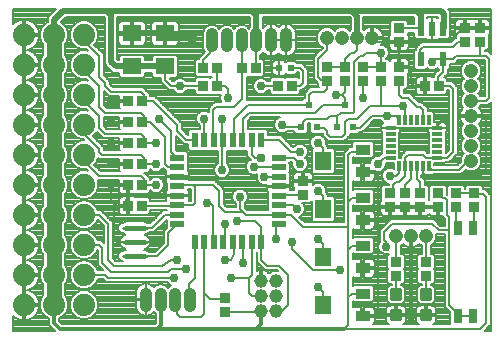
<source format=gtl>
G75*
%MOIN*%
%OFA0B0*%
%FSLAX25Y25*%
%IPPOS*%
%LPD*%
%AMOC8*
5,1,8,0,0,1.08239X$1,22.5*
%
%ADD10R,0.03346X0.03543*%
%ADD11R,0.03543X0.03346*%
%ADD12R,0.06299X0.05512*%
%ADD13C,0.01181*%
%ADD14C,0.07400*%
%ADD15C,0.04756*%
%ADD16R,0.05512X0.06299*%
%ADD17R,0.05118X0.03543*%
%ADD18R,0.03000X0.05000*%
%ADD19R,0.02362X0.02362*%
%ADD20R,0.05000X0.02200*%
%ADD21R,0.02200X0.05000*%
%ADD22R,0.02165X0.04724*%
%ADD23R,0.03346X0.01496*%
%ADD24R,0.01496X0.03346*%
%ADD25C,0.04559*%
%ADD26C,0.03969*%
%ADD27C,0.01772*%
%ADD28C,0.01000*%
%ADD29R,0.01969X0.02362*%
%ADD30C,0.00800*%
%ADD31C,0.03000*%
%ADD32C,0.02000*%
%ADD33C,0.03600*%
%ADD34C,0.01200*%
%ADD35C,0.00700*%
%ADD36C,0.03100*%
%ADD37C,0.05000*%
D10*
X0099819Y0081102D03*
X0104386Y0081102D03*
X0104386Y0088102D03*
X0099819Y0088102D03*
X0099819Y0095102D03*
X0104386Y0095102D03*
X0104386Y0102102D03*
X0099819Y0102102D03*
X0099819Y0109102D03*
X0104386Y0109102D03*
X0104386Y0116102D03*
X0099819Y0116102D03*
X0124819Y0121102D03*
X0129386Y0121102D03*
X0129386Y0127102D03*
X0124819Y0127102D03*
X0137819Y0127102D03*
X0142386Y0127102D03*
X0149819Y0121102D03*
X0154386Y0121102D03*
X0198819Y0121102D03*
X0203386Y0121102D03*
D11*
X0190102Y0122819D03*
X0184102Y0122819D03*
X0184102Y0127386D03*
X0190102Y0127386D03*
X0190102Y0135819D03*
X0190102Y0140386D03*
X0178102Y0127386D03*
X0172102Y0127386D03*
X0166102Y0127386D03*
X0166102Y0122819D03*
X0172102Y0122819D03*
X0178102Y0122819D03*
X0212102Y0135819D03*
X0212102Y0140386D03*
X0217102Y0140386D03*
X0217102Y0135819D03*
X0158102Y0089386D03*
X0158102Y0084819D03*
X0187102Y0085386D03*
X0192102Y0085386D03*
X0197102Y0085386D03*
X0203102Y0085386D03*
X0209102Y0085386D03*
X0209102Y0080819D03*
X0203102Y0080819D03*
X0197102Y0080819D03*
X0192102Y0080819D03*
X0187102Y0080819D03*
X0189102Y0062386D03*
X0189102Y0057819D03*
X0199102Y0057819D03*
X0199102Y0062386D03*
X0215102Y0080819D03*
X0215102Y0085386D03*
X0132102Y0050386D03*
X0132102Y0045819D03*
D12*
X0112102Y0127591D03*
X0101102Y0127591D03*
X0101102Y0138614D03*
X0112102Y0138614D03*
D13*
X0187724Y0052933D02*
X0190480Y0052933D01*
X0190480Y0050177D01*
X0187724Y0050177D01*
X0187724Y0052933D01*
X0187724Y0051357D02*
X0190480Y0051357D01*
X0190480Y0052537D02*
X0187724Y0052537D01*
X0187724Y0046028D02*
X0190480Y0046028D01*
X0190480Y0043272D01*
X0187724Y0043272D01*
X0187724Y0046028D01*
X0187724Y0044452D02*
X0190480Y0044452D01*
X0190480Y0045632D02*
X0187724Y0045632D01*
X0197724Y0046028D02*
X0200480Y0046028D01*
X0200480Y0043272D01*
X0197724Y0043272D01*
X0197724Y0046028D01*
X0197724Y0044452D02*
X0200480Y0044452D01*
X0200480Y0045632D02*
X0197724Y0045632D01*
X0197724Y0052933D02*
X0200480Y0052933D01*
X0200480Y0050177D01*
X0197724Y0050177D01*
X0197724Y0052933D01*
X0197724Y0051357D02*
X0200480Y0051357D01*
X0200480Y0052537D02*
X0197724Y0052537D01*
D14*
X0085102Y0048102D03*
X0075102Y0048102D03*
X0065102Y0048102D03*
X0065102Y0058102D03*
X0075102Y0058102D03*
X0085102Y0058102D03*
X0085102Y0068102D03*
X0075102Y0068102D03*
X0065102Y0068102D03*
X0065102Y0078102D03*
X0075102Y0078102D03*
X0085102Y0078102D03*
X0085102Y0088102D03*
X0075102Y0088102D03*
X0065102Y0088102D03*
X0065102Y0098102D03*
X0075102Y0098102D03*
X0085102Y0098102D03*
X0085102Y0108102D03*
X0075102Y0108102D03*
X0065102Y0108102D03*
X0065102Y0118102D03*
X0075102Y0118102D03*
X0085102Y0118102D03*
X0085102Y0128102D03*
X0075102Y0128102D03*
X0065102Y0128102D03*
X0065102Y0138102D03*
X0075102Y0138102D03*
X0085102Y0138102D03*
D15*
X0166102Y0137102D03*
X0171102Y0137102D03*
X0176102Y0137102D03*
X0181102Y0137102D03*
X0214102Y0126102D03*
X0214102Y0121102D03*
X0214102Y0116102D03*
X0214102Y0111102D03*
X0214102Y0106102D03*
X0214102Y0101102D03*
X0214102Y0096102D03*
X0199102Y0071102D03*
X0194102Y0071102D03*
X0189102Y0071102D03*
D16*
X0164803Y0064102D03*
X0164803Y0048102D03*
X0164803Y0080102D03*
X0164803Y0096102D03*
D17*
X0177992Y0092362D03*
X0177992Y0099843D03*
X0177992Y0083843D03*
X0177992Y0076362D03*
X0177992Y0067843D03*
X0177992Y0060362D03*
X0177992Y0051843D03*
X0177992Y0044362D03*
D18*
X0209602Y0044535D03*
X0214602Y0044535D03*
X0214602Y0073669D03*
X0209602Y0073669D03*
D19*
X0174661Y0107461D03*
X0169543Y0107461D03*
X0162661Y0107461D03*
X0157543Y0107461D03*
X0160102Y0114744D03*
X0172102Y0114744D03*
D20*
X0150002Y0097126D03*
X0150002Y0093976D03*
X0150002Y0090827D03*
X0150002Y0087677D03*
X0150002Y0084528D03*
X0150002Y0081378D03*
X0150002Y0078228D03*
X0150002Y0075079D03*
X0116202Y0075079D03*
X0116202Y0078228D03*
X0116202Y0081378D03*
X0116202Y0084528D03*
X0116202Y0087677D03*
X0116202Y0090827D03*
X0116202Y0093976D03*
X0116202Y0097126D03*
D21*
X0122079Y0103002D03*
X0125228Y0103002D03*
X0128378Y0103002D03*
X0131528Y0103002D03*
X0134677Y0103002D03*
X0137827Y0103002D03*
X0140976Y0103002D03*
X0144126Y0103002D03*
X0144126Y0069202D03*
X0140976Y0069202D03*
X0137827Y0069202D03*
X0134677Y0069202D03*
X0131528Y0069202D03*
X0128378Y0069202D03*
X0125228Y0069202D03*
X0122079Y0069202D03*
D22*
X0197362Y0129984D03*
X0204843Y0129984D03*
X0204843Y0140221D03*
X0201102Y0140221D03*
X0197362Y0140221D03*
D23*
X0202878Y0107024D03*
X0202878Y0105055D03*
X0202878Y0103087D03*
X0202878Y0101118D03*
X0202878Y0099150D03*
X0202878Y0097181D03*
X0187327Y0097181D03*
X0187327Y0099150D03*
X0187327Y0101118D03*
X0187327Y0103087D03*
X0187327Y0105055D03*
X0187327Y0107024D03*
D24*
X0190181Y0109878D03*
X0192150Y0109878D03*
X0194118Y0109878D03*
X0196087Y0109878D03*
X0198055Y0109878D03*
X0200024Y0109878D03*
X0200024Y0094327D03*
X0198055Y0094327D03*
X0196087Y0094327D03*
X0194118Y0094327D03*
X0192150Y0094327D03*
X0190181Y0094327D03*
D25*
X0149102Y0056102D03*
X0144102Y0056102D03*
X0144102Y0051102D03*
X0149102Y0051102D03*
X0149102Y0046102D03*
X0144102Y0046102D03*
D26*
X0120484Y0047890D02*
X0120484Y0051858D01*
X0115563Y0051858D02*
X0115563Y0047890D01*
X0110642Y0047890D02*
X0110642Y0051858D01*
X0105720Y0051858D02*
X0105720Y0047890D01*
X0127799Y0134346D02*
X0127799Y0138315D01*
X0132720Y0138315D02*
X0132720Y0134346D01*
X0137642Y0134346D02*
X0137642Y0138315D01*
X0142563Y0138315D02*
X0142563Y0134346D01*
X0147484Y0134346D02*
X0147484Y0138315D01*
X0152406Y0138315D02*
X0152406Y0134346D01*
D27*
X0104966Y0073827D02*
X0099238Y0073827D01*
X0099238Y0069102D02*
X0104966Y0069102D01*
X0104966Y0064378D02*
X0099238Y0064378D01*
D28*
X0098102Y0064378D02*
X0102102Y0064378D01*
X0106102Y0064378D01*
X0106102Y0069102D02*
X0102102Y0069102D01*
X0098102Y0069102D01*
X0098102Y0073827D02*
X0102102Y0073827D01*
X0106102Y0073827D01*
D29*
X0150134Y0127102D03*
X0154071Y0127102D03*
D30*
X0075298Y0039502D02*
X0061502Y0039502D01*
X0061502Y0044490D01*
X0061780Y0044212D01*
X0062429Y0043740D01*
X0063145Y0043376D01*
X0063908Y0043128D01*
X0064701Y0043002D01*
X0064702Y0043002D01*
X0064702Y0047702D01*
X0065502Y0047702D01*
X0065502Y0043002D01*
X0065504Y0043002D01*
X0066297Y0043128D01*
X0067060Y0043376D01*
X0067775Y0043740D01*
X0068425Y0044212D01*
X0068992Y0044780D01*
X0069464Y0045429D01*
X0069829Y0046145D01*
X0070077Y0046908D01*
X0070202Y0047701D01*
X0070202Y0047702D01*
X0065502Y0047702D01*
X0065502Y0048502D01*
X0064702Y0048502D01*
X0064702Y0053202D01*
X0064702Y0057702D01*
X0065502Y0057702D01*
X0065502Y0048502D01*
X0070202Y0048502D01*
X0070202Y0048504D01*
X0070077Y0049297D01*
X0069829Y0050060D01*
X0069464Y0050775D01*
X0068992Y0051425D01*
X0068425Y0051992D01*
X0067775Y0052464D01*
X0067060Y0052829D01*
X0066297Y0053077D01*
X0066135Y0053102D01*
X0066297Y0053128D01*
X0067060Y0053376D01*
X0067775Y0053740D01*
X0068425Y0054212D01*
X0068992Y0054780D01*
X0069464Y0055429D01*
X0069829Y0056145D01*
X0070077Y0056908D01*
X0070202Y0057701D01*
X0070202Y0057702D01*
X0065502Y0057702D01*
X0065502Y0058502D01*
X0064702Y0058502D01*
X0064702Y0063202D01*
X0064702Y0067702D01*
X0065502Y0067702D01*
X0065502Y0058502D01*
X0070202Y0058502D01*
X0070202Y0058504D01*
X0070077Y0059297D01*
X0069829Y0060060D01*
X0069464Y0060775D01*
X0068992Y0061425D01*
X0068425Y0061992D01*
X0067775Y0062464D01*
X0067060Y0062829D01*
X0066297Y0063077D01*
X0066135Y0063102D01*
X0066297Y0063128D01*
X0067060Y0063376D01*
X0067775Y0063740D01*
X0068425Y0064212D01*
X0068992Y0064780D01*
X0069464Y0065429D01*
X0069829Y0066145D01*
X0070077Y0066908D01*
X0070202Y0067701D01*
X0070202Y0067702D01*
X0065502Y0067702D01*
X0065502Y0068502D01*
X0064702Y0068502D01*
X0064702Y0073202D01*
X0064702Y0077702D01*
X0065502Y0077702D01*
X0065502Y0068502D01*
X0070202Y0068502D01*
X0070202Y0068504D01*
X0070077Y0069297D01*
X0069829Y0070060D01*
X0069464Y0070775D01*
X0068992Y0071425D01*
X0068425Y0071992D01*
X0067775Y0072464D01*
X0067060Y0072829D01*
X0066297Y0073077D01*
X0066135Y0073102D01*
X0066297Y0073128D01*
X0067060Y0073376D01*
X0067775Y0073740D01*
X0068425Y0074212D01*
X0068992Y0074780D01*
X0069464Y0075429D01*
X0069829Y0076145D01*
X0070077Y0076908D01*
X0070202Y0077701D01*
X0070202Y0077702D01*
X0065502Y0077702D01*
X0065502Y0078502D01*
X0064702Y0078502D01*
X0064702Y0087702D01*
X0065502Y0087702D01*
X0065502Y0083002D01*
X0065502Y0078502D01*
X0070202Y0078502D01*
X0070202Y0078504D01*
X0070077Y0079297D01*
X0069829Y0080060D01*
X0069464Y0080775D01*
X0068992Y0081425D01*
X0068425Y0081992D01*
X0067775Y0082464D01*
X0067060Y0082829D01*
X0066297Y0083077D01*
X0066135Y0083102D01*
X0066297Y0083128D01*
X0067060Y0083376D01*
X0067775Y0083740D01*
X0068425Y0084212D01*
X0068992Y0084780D01*
X0069464Y0085429D01*
X0069829Y0086145D01*
X0070077Y0086908D01*
X0070202Y0087701D01*
X0070202Y0087702D01*
X0065502Y0087702D01*
X0065502Y0088502D01*
X0064702Y0088502D01*
X0064702Y0093202D01*
X0064702Y0097702D01*
X0065502Y0097702D01*
X0065502Y0088502D01*
X0070202Y0088502D01*
X0070202Y0088504D01*
X0070077Y0089297D01*
X0069829Y0090060D01*
X0069464Y0090775D01*
X0068992Y0091425D01*
X0068425Y0091992D01*
X0067775Y0092464D01*
X0067060Y0092829D01*
X0066297Y0093077D01*
X0066135Y0093102D01*
X0066297Y0093128D01*
X0067060Y0093376D01*
X0067775Y0093740D01*
X0068425Y0094212D01*
X0068992Y0094780D01*
X0069464Y0095429D01*
X0069829Y0096145D01*
X0070077Y0096908D01*
X0070202Y0097701D01*
X0070202Y0097702D01*
X0065502Y0097702D01*
X0065502Y0098502D01*
X0064702Y0098502D01*
X0064702Y0103002D01*
X0064702Y0107702D01*
X0065502Y0107702D01*
X0065502Y0098502D01*
X0070202Y0098502D01*
X0070202Y0098504D01*
X0070077Y0099297D01*
X0069829Y0100060D01*
X0069464Y0100775D01*
X0068992Y0101425D01*
X0068425Y0101992D01*
X0067775Y0102464D01*
X0067060Y0102829D01*
X0066297Y0103077D01*
X0066135Y0103102D01*
X0066297Y0103128D01*
X0067060Y0103376D01*
X0067775Y0103740D01*
X0068425Y0104212D01*
X0068992Y0104780D01*
X0069464Y0105429D01*
X0069829Y0106145D01*
X0070077Y0106908D01*
X0070202Y0107701D01*
X0070202Y0107702D01*
X0065502Y0107702D01*
X0065502Y0108502D01*
X0064702Y0108502D01*
X0064702Y0113202D01*
X0064702Y0117702D01*
X0065502Y0117702D01*
X0065502Y0108502D01*
X0070202Y0108502D01*
X0070202Y0108504D01*
X0070077Y0109297D01*
X0069829Y0110060D01*
X0069464Y0110775D01*
X0068992Y0111425D01*
X0068425Y0111992D01*
X0067775Y0112464D01*
X0067060Y0112829D01*
X0066297Y0113077D01*
X0066135Y0113102D01*
X0066297Y0113128D01*
X0067060Y0113376D01*
X0067775Y0113740D01*
X0068425Y0114212D01*
X0068992Y0114780D01*
X0069464Y0115429D01*
X0069829Y0116145D01*
X0070077Y0116908D01*
X0070202Y0117701D01*
X0070202Y0117702D01*
X0065502Y0117702D01*
X0065502Y0118502D01*
X0064702Y0118502D01*
X0064702Y0123202D01*
X0064702Y0127702D01*
X0065502Y0127702D01*
X0065502Y0118502D01*
X0070202Y0118502D01*
X0070202Y0118504D01*
X0070077Y0119297D01*
X0069829Y0120060D01*
X0069464Y0120775D01*
X0068992Y0121425D01*
X0068425Y0121992D01*
X0067775Y0122464D01*
X0067060Y0122829D01*
X0066297Y0123077D01*
X0066135Y0123102D01*
X0066297Y0123128D01*
X0067060Y0123376D01*
X0067775Y0123740D01*
X0068425Y0124212D01*
X0068992Y0124780D01*
X0069464Y0125429D01*
X0069829Y0126145D01*
X0070077Y0126908D01*
X0070202Y0127701D01*
X0070202Y0127702D01*
X0065502Y0127702D01*
X0065502Y0128502D01*
X0064702Y0128502D01*
X0064702Y0133202D01*
X0064702Y0137702D01*
X0065502Y0137702D01*
X0065502Y0128502D01*
X0070202Y0128502D01*
X0070202Y0128504D01*
X0070077Y0129297D01*
X0069829Y0130060D01*
X0069464Y0130775D01*
X0068992Y0131425D01*
X0068425Y0131992D01*
X0067775Y0132464D01*
X0067060Y0132829D01*
X0066297Y0133077D01*
X0066135Y0133102D01*
X0066297Y0133128D01*
X0067060Y0133376D01*
X0067775Y0133740D01*
X0068425Y0134212D01*
X0068992Y0134780D01*
X0069464Y0135429D01*
X0069829Y0136145D01*
X0070077Y0136908D01*
X0070202Y0137701D01*
X0070202Y0137702D01*
X0065502Y0137702D01*
X0065502Y0138502D01*
X0064702Y0138502D01*
X0064702Y0143202D01*
X0064701Y0143202D01*
X0063908Y0143077D01*
X0063145Y0142829D01*
X0062429Y0142464D01*
X0061780Y0141992D01*
X0061502Y0141715D01*
X0061502Y0146702D01*
X0075733Y0146702D01*
X0073002Y0143972D01*
X0073002Y0142428D01*
X0072383Y0142172D01*
X0071033Y0140821D01*
X0070302Y0139057D01*
X0070302Y0137148D01*
X0071033Y0135383D01*
X0071502Y0134914D01*
X0071502Y0131291D01*
X0071033Y0130821D01*
X0070302Y0129057D01*
X0070302Y0127148D01*
X0071033Y0125383D01*
X0071502Y0124914D01*
X0071502Y0121291D01*
X0071033Y0120821D01*
X0070302Y0119057D01*
X0070302Y0117148D01*
X0071033Y0115383D01*
X0071502Y0114914D01*
X0071502Y0111291D01*
X0071033Y0110821D01*
X0070302Y0109057D01*
X0070302Y0107148D01*
X0071033Y0105383D01*
X0071502Y0104914D01*
X0071502Y0101291D01*
X0071033Y0100821D01*
X0070302Y0099057D01*
X0070302Y0097148D01*
X0071033Y0095383D01*
X0071502Y0094914D01*
X0071502Y0091291D01*
X0071033Y0090821D01*
X0070302Y0089057D01*
X0070302Y0087148D01*
X0071033Y0085383D01*
X0071502Y0084914D01*
X0071502Y0081291D01*
X0071033Y0080821D01*
X0070302Y0079057D01*
X0070302Y0077148D01*
X0071033Y0075383D01*
X0071502Y0074914D01*
X0071502Y0071291D01*
X0071033Y0070821D01*
X0070302Y0069057D01*
X0070302Y0067148D01*
X0071033Y0065383D01*
X0071502Y0064914D01*
X0071502Y0061291D01*
X0071033Y0060821D01*
X0070302Y0059057D01*
X0070302Y0057148D01*
X0071033Y0055383D01*
X0071502Y0054914D01*
X0071502Y0051291D01*
X0071033Y0050821D01*
X0070302Y0049057D01*
X0070302Y0047148D01*
X0071033Y0045383D01*
X0072383Y0044033D01*
X0073402Y0043611D01*
X0073402Y0041398D01*
X0075298Y0039502D01*
X0075101Y0039699D02*
X0061502Y0039699D01*
X0061502Y0040498D02*
X0074303Y0040498D01*
X0073504Y0041296D02*
X0061502Y0041296D01*
X0061502Y0042095D02*
X0073402Y0042095D01*
X0073402Y0042893D02*
X0061502Y0042893D01*
X0061502Y0043692D02*
X0062525Y0043692D01*
X0064702Y0043692D02*
X0065502Y0043692D01*
X0065502Y0044490D02*
X0064702Y0044490D01*
X0064702Y0045289D02*
X0065502Y0045289D01*
X0065502Y0046087D02*
X0064702Y0046087D01*
X0064702Y0046886D02*
X0065502Y0046886D01*
X0065502Y0047684D02*
X0064702Y0047684D01*
X0065502Y0048483D02*
X0070302Y0048483D01*
X0070302Y0047684D02*
X0070200Y0047684D01*
X0070070Y0046886D02*
X0070411Y0046886D01*
X0070741Y0046087D02*
X0069800Y0046087D01*
X0069362Y0045289D02*
X0071128Y0045289D01*
X0071926Y0044490D02*
X0068703Y0044490D01*
X0067680Y0043692D02*
X0073207Y0043692D01*
X0076802Y0043611D02*
X0077821Y0044033D01*
X0079172Y0045383D01*
X0079902Y0047148D01*
X0079902Y0049057D01*
X0079172Y0050821D01*
X0078702Y0051291D01*
X0078702Y0054914D01*
X0079172Y0055383D01*
X0079902Y0057148D01*
X0079902Y0059057D01*
X0079172Y0060821D01*
X0078702Y0061291D01*
X0078702Y0064914D01*
X0079172Y0065383D01*
X0079902Y0067148D01*
X0079902Y0069057D01*
X0079172Y0070821D01*
X0078702Y0071291D01*
X0078702Y0074914D01*
X0079172Y0075383D01*
X0079902Y0077148D01*
X0079902Y0079057D01*
X0079172Y0080821D01*
X0078702Y0081291D01*
X0078702Y0084914D01*
X0079172Y0085383D01*
X0079902Y0087148D01*
X0079902Y0089057D01*
X0079172Y0090821D01*
X0078702Y0091291D01*
X0078702Y0094914D01*
X0079172Y0095383D01*
X0079902Y0097148D01*
X0079902Y0099057D01*
X0079172Y0100821D01*
X0078702Y0101291D01*
X0078702Y0104914D01*
X0079172Y0105383D01*
X0079902Y0107148D01*
X0079902Y0109057D01*
X0079172Y0110821D01*
X0078702Y0111291D01*
X0078702Y0114914D01*
X0079172Y0115383D01*
X0079902Y0117148D01*
X0079902Y0119057D01*
X0079172Y0120821D01*
X0078702Y0121291D01*
X0078702Y0124914D01*
X0079172Y0125383D01*
X0079902Y0127148D01*
X0079902Y0129057D01*
X0079172Y0130821D01*
X0078702Y0131291D01*
X0078702Y0134914D01*
X0079172Y0135383D01*
X0079902Y0137148D01*
X0079902Y0139057D01*
X0079172Y0140821D01*
X0077821Y0142172D01*
X0077341Y0142371D01*
X0078972Y0144002D01*
X0091765Y0144002D01*
X0092002Y0143765D01*
X0092002Y0128233D01*
X0093233Y0127002D01*
X0094744Y0125491D01*
X0096853Y0125491D01*
X0096853Y0124379D01*
X0097497Y0123735D01*
X0104708Y0123735D01*
X0105352Y0124379D01*
X0105352Y0125491D01*
X0107853Y0125491D01*
X0107853Y0124379D01*
X0108497Y0123735D01*
X0110602Y0123735D01*
X0110602Y0122481D01*
X0112602Y0120481D01*
X0113481Y0119602D01*
X0114925Y0119602D01*
X0115630Y0118898D01*
X0116585Y0118502D01*
X0117620Y0118502D01*
X0118575Y0118898D01*
X0119279Y0119602D01*
X0122046Y0119602D01*
X0122046Y0118875D01*
X0122690Y0118231D01*
X0126948Y0118231D01*
X0127102Y0118385D01*
X0127257Y0118231D01*
X0130756Y0118231D01*
X0130502Y0117620D01*
X0130502Y0116585D01*
X0130898Y0115630D01*
X0130925Y0115602D01*
X0128481Y0115602D01*
X0127481Y0114602D01*
X0126602Y0113724D01*
X0126602Y0112279D01*
X0126575Y0112307D01*
X0125620Y0112702D01*
X0124585Y0112702D01*
X0123630Y0112307D01*
X0122898Y0111575D01*
X0122502Y0110620D01*
X0122502Y0109585D01*
X0122898Y0108630D01*
X0123602Y0107925D01*
X0123602Y0106602D01*
X0120523Y0106602D01*
X0119879Y0105958D01*
X0119879Y0104602D01*
X0119724Y0104602D01*
X0117602Y0106724D01*
X0117602Y0108724D01*
X0116724Y0109602D01*
X0108724Y0117602D01*
X0107159Y0117602D01*
X0107159Y0118330D01*
X0106515Y0118974D01*
X0106352Y0118974D01*
X0105724Y0119602D01*
X0105602Y0119724D01*
X0104724Y0120602D01*
X0094724Y0120602D01*
X0093602Y0121724D01*
X0093602Y0122724D01*
X0092724Y0123602D01*
X0091602Y0124724D01*
X0091602Y0131724D01*
X0090724Y0132602D01*
X0088557Y0134769D01*
X0089172Y0135383D01*
X0089902Y0137148D01*
X0089902Y0139057D01*
X0089172Y0140821D01*
X0087821Y0142172D01*
X0086057Y0142902D01*
X0084148Y0142902D01*
X0082383Y0142172D01*
X0081033Y0140821D01*
X0080302Y0139057D01*
X0080302Y0137148D01*
X0081033Y0135383D01*
X0082383Y0134033D01*
X0084148Y0133302D01*
X0085781Y0133302D01*
X0086269Y0132815D01*
X0086057Y0132902D01*
X0084148Y0132902D01*
X0082383Y0132172D01*
X0081033Y0130821D01*
X0080302Y0129057D01*
X0080302Y0127148D01*
X0081033Y0125383D01*
X0082383Y0124033D01*
X0084148Y0123302D01*
X0085781Y0123302D01*
X0086269Y0122815D01*
X0086057Y0122902D01*
X0084148Y0122902D01*
X0082383Y0122172D01*
X0081033Y0120821D01*
X0080302Y0119057D01*
X0080302Y0117148D01*
X0081033Y0115383D01*
X0082383Y0114033D01*
X0084148Y0113302D01*
X0085781Y0113302D01*
X0086269Y0112815D01*
X0086057Y0112902D01*
X0084148Y0112902D01*
X0082383Y0112172D01*
X0081033Y0110821D01*
X0080302Y0109057D01*
X0080302Y0107148D01*
X0081033Y0105383D01*
X0082383Y0104033D01*
X0084148Y0103302D01*
X0084781Y0103302D01*
X0085181Y0102902D01*
X0084148Y0102902D01*
X0082383Y0102172D01*
X0081033Y0100821D01*
X0080302Y0099057D01*
X0080302Y0097148D01*
X0081033Y0095383D01*
X0082383Y0094033D01*
X0084148Y0093302D01*
X0085781Y0093302D01*
X0086269Y0092815D01*
X0086057Y0092902D01*
X0084148Y0092902D01*
X0082383Y0092172D01*
X0081033Y0090821D01*
X0080302Y0089057D01*
X0080302Y0087148D01*
X0081033Y0085383D01*
X0082383Y0084033D01*
X0084148Y0083302D01*
X0086057Y0083302D01*
X0087821Y0084033D01*
X0089172Y0085383D01*
X0089902Y0087148D01*
X0089902Y0089057D01*
X0089677Y0089602D01*
X0096746Y0089602D01*
X0096746Y0088502D01*
X0099419Y0088502D01*
X0099419Y0087702D01*
X0100219Y0087702D01*
X0100219Y0084931D01*
X0101676Y0084931D01*
X0102033Y0085026D01*
X0102352Y0085210D01*
X0102372Y0085231D01*
X0106515Y0085231D01*
X0107159Y0085875D01*
X0107159Y0086369D01*
X0107630Y0085898D01*
X0108585Y0085502D01*
X0109620Y0085502D01*
X0110575Y0085898D01*
X0111307Y0086630D01*
X0111702Y0087585D01*
X0111702Y0088620D01*
X0111307Y0089575D01*
X0110575Y0090307D01*
X0109620Y0090702D01*
X0108585Y0090702D01*
X0107630Y0090307D01*
X0107159Y0089836D01*
X0107159Y0090330D01*
X0106515Y0090974D01*
X0106352Y0090974D01*
X0105724Y0091602D01*
X0105095Y0092231D01*
X0106515Y0092231D01*
X0107159Y0092875D01*
X0107159Y0093369D01*
X0107630Y0092898D01*
X0108585Y0092502D01*
X0109620Y0092502D01*
X0110575Y0092898D01*
X0111307Y0093630D01*
X0111350Y0093734D01*
X0111602Y0093481D01*
X0112478Y0092606D01*
X0112398Y0092467D01*
X0112302Y0092111D01*
X0112302Y0090977D01*
X0116052Y0090977D01*
X0116052Y0090677D01*
X0112302Y0090677D01*
X0112302Y0089542D01*
X0112398Y0089186D01*
X0112582Y0088867D01*
X0112602Y0088847D01*
X0112602Y0086507D01*
X0112582Y0086487D01*
X0112398Y0086168D01*
X0112302Y0085812D01*
X0112302Y0084678D01*
X0116052Y0084678D01*
X0116052Y0084378D01*
X0112302Y0084378D01*
X0112302Y0083243D01*
X0112398Y0082887D01*
X0112562Y0082602D01*
X0107159Y0082602D01*
X0107159Y0083330D01*
X0106515Y0083974D01*
X0102372Y0083974D01*
X0102352Y0083994D01*
X0102033Y0084179D01*
X0101676Y0084274D01*
X0100219Y0084274D01*
X0100219Y0081502D01*
X0099419Y0081502D01*
X0099419Y0080702D01*
X0100219Y0080702D01*
X0100219Y0077931D01*
X0101676Y0077931D01*
X0102033Y0078026D01*
X0102352Y0078210D01*
X0102372Y0078231D01*
X0106515Y0078231D01*
X0107159Y0078875D01*
X0107159Y0079602D01*
X0112602Y0079602D01*
X0111481Y0079602D01*
X0107205Y0075327D01*
X0106865Y0075327D01*
X0106765Y0075427D01*
X0106175Y0075427D01*
X0105789Y0075813D01*
X0105302Y0075813D01*
X0105302Y0075968D01*
X0105068Y0076202D01*
X0099137Y0076202D01*
X0098902Y0075968D01*
X0098902Y0075813D01*
X0098416Y0075813D01*
X0098030Y0075427D01*
X0097440Y0075427D01*
X0096502Y0074490D01*
X0096502Y0073164D01*
X0097440Y0072227D01*
X0098030Y0072227D01*
X0098416Y0071841D01*
X0098902Y0071841D01*
X0098902Y0071366D01*
X0098571Y0071300D01*
X0098155Y0071128D01*
X0097781Y0070878D01*
X0097463Y0070559D01*
X0097213Y0070185D01*
X0097040Y0069769D01*
X0096952Y0069327D01*
X0096952Y0069145D01*
X0102059Y0069145D01*
X0102059Y0069059D01*
X0096952Y0069059D01*
X0096952Y0068877D01*
X0097040Y0068436D01*
X0097213Y0068020D01*
X0097463Y0067645D01*
X0097781Y0067327D01*
X0098155Y0067077D01*
X0098571Y0066904D01*
X0098902Y0066839D01*
X0098902Y0066437D01*
X0098975Y0066364D01*
X0098416Y0066364D01*
X0098030Y0065978D01*
X0097440Y0065978D01*
X0096502Y0065041D01*
X0096502Y0063715D01*
X0097440Y0062778D01*
X0098030Y0062778D01*
X0098205Y0062602D01*
X0095724Y0062602D01*
X0094602Y0063724D01*
X0094602Y0075724D01*
X0093724Y0076602D01*
X0090724Y0079602D01*
X0089677Y0079602D01*
X0089172Y0080821D01*
X0087821Y0082172D01*
X0086057Y0082902D01*
X0084148Y0082902D01*
X0082383Y0082172D01*
X0081033Y0080821D01*
X0080302Y0079057D01*
X0080302Y0077148D01*
X0081033Y0075383D01*
X0082383Y0074033D01*
X0084148Y0073302D01*
X0086057Y0073302D01*
X0087821Y0074033D01*
X0089172Y0075383D01*
X0089619Y0076464D01*
X0091602Y0074481D01*
X0091602Y0068724D01*
X0090724Y0069602D01*
X0089677Y0069602D01*
X0089172Y0070821D01*
X0087821Y0072172D01*
X0086057Y0072902D01*
X0084148Y0072902D01*
X0082383Y0072172D01*
X0081033Y0070821D01*
X0080302Y0069057D01*
X0080302Y0067148D01*
X0081033Y0065383D01*
X0082383Y0064033D01*
X0084148Y0063302D01*
X0086057Y0063302D01*
X0087821Y0064033D01*
X0089172Y0065383D01*
X0089602Y0066423D01*
X0089602Y0061481D01*
X0090481Y0060602D01*
X0091481Y0059602D01*
X0089677Y0059602D01*
X0089172Y0060821D01*
X0087821Y0062172D01*
X0086057Y0062902D01*
X0084148Y0062902D01*
X0082383Y0062172D01*
X0081033Y0060821D01*
X0080302Y0059057D01*
X0080302Y0057148D01*
X0081033Y0055383D01*
X0082383Y0054033D01*
X0084148Y0053302D01*
X0086057Y0053302D01*
X0087821Y0054033D01*
X0089172Y0055383D01*
X0089677Y0056602D01*
X0091481Y0056602D01*
X0091602Y0056481D01*
X0092481Y0055602D01*
X0112925Y0055602D01*
X0113630Y0054898D01*
X0114236Y0054647D01*
X0113816Y0054473D01*
X0113102Y0053759D01*
X0112389Y0054473D01*
X0111255Y0054943D01*
X0110028Y0054943D01*
X0108895Y0054473D01*
X0108384Y0053963D01*
X0108349Y0054016D01*
X0107878Y0054487D01*
X0107324Y0054857D01*
X0106708Y0055112D01*
X0106054Y0055243D01*
X0105813Y0055243D01*
X0105813Y0049966D01*
X0105628Y0049966D01*
X0105628Y0049782D01*
X0102336Y0049782D01*
X0102336Y0047556D01*
X0102466Y0046903D01*
X0102721Y0046287D01*
X0103092Y0045732D01*
X0103563Y0045261D01*
X0104117Y0044891D01*
X0104733Y0044636D01*
X0105387Y0044506D01*
X0105628Y0044506D01*
X0105628Y0049782D01*
X0105813Y0049782D01*
X0105813Y0044506D01*
X0106054Y0044506D01*
X0106708Y0044636D01*
X0107324Y0044891D01*
X0107878Y0045261D01*
X0108349Y0045732D01*
X0108384Y0045785D01*
X0108895Y0045275D01*
X0108942Y0045256D01*
X0108942Y0041970D01*
X0108774Y0041802D01*
X0077807Y0041802D01*
X0076802Y0042807D01*
X0076802Y0043611D01*
X0076998Y0043692D02*
X0083207Y0043692D01*
X0082383Y0044033D02*
X0084148Y0043302D01*
X0086057Y0043302D01*
X0087821Y0044033D01*
X0089172Y0045383D01*
X0089902Y0047148D01*
X0089902Y0049057D01*
X0089172Y0050821D01*
X0087821Y0052172D01*
X0086057Y0052902D01*
X0084148Y0052902D01*
X0082383Y0052172D01*
X0081033Y0050821D01*
X0080302Y0049057D01*
X0080302Y0047148D01*
X0081033Y0045383D01*
X0082383Y0044033D01*
X0081926Y0044490D02*
X0078279Y0044490D01*
X0079077Y0045289D02*
X0081128Y0045289D01*
X0080741Y0046087D02*
X0079463Y0046087D01*
X0079794Y0046886D02*
X0080411Y0046886D01*
X0080302Y0047684D02*
X0079902Y0047684D01*
X0079902Y0048483D02*
X0080302Y0048483D01*
X0080395Y0049282D02*
X0079809Y0049282D01*
X0079479Y0050080D02*
X0080726Y0050080D01*
X0081090Y0050879D02*
X0079114Y0050879D01*
X0078702Y0051677D02*
X0081889Y0051677D01*
X0083117Y0052476D02*
X0078702Y0052476D01*
X0078702Y0053274D02*
X0102644Y0053274D01*
X0102721Y0053461D02*
X0102466Y0052845D01*
X0102336Y0052192D01*
X0102336Y0049966D01*
X0105628Y0049966D01*
X0105628Y0055243D01*
X0105387Y0055243D01*
X0104733Y0055112D01*
X0104117Y0054857D01*
X0103563Y0054487D01*
X0103092Y0054016D01*
X0102721Y0053461D01*
X0103149Y0054073D02*
X0087861Y0054073D01*
X0088659Y0054871D02*
X0104151Y0054871D01*
X0105628Y0054871D02*
X0105813Y0054871D01*
X0105813Y0054073D02*
X0105628Y0054073D01*
X0105628Y0053274D02*
X0105813Y0053274D01*
X0105813Y0052476D02*
X0105628Y0052476D01*
X0105628Y0051677D02*
X0105813Y0051677D01*
X0105813Y0050879D02*
X0105628Y0050879D01*
X0105628Y0050080D02*
X0105813Y0050080D01*
X0105813Y0049282D02*
X0105628Y0049282D01*
X0105628Y0048483D02*
X0105813Y0048483D01*
X0105813Y0047684D02*
X0105628Y0047684D01*
X0105628Y0046886D02*
X0105813Y0046886D01*
X0105813Y0046087D02*
X0105628Y0046087D01*
X0105628Y0045289D02*
X0105813Y0045289D01*
X0107906Y0045289D02*
X0108881Y0045289D01*
X0108942Y0044490D02*
X0088279Y0044490D01*
X0089077Y0045289D02*
X0103535Y0045289D01*
X0102855Y0046087D02*
X0089463Y0046087D01*
X0089794Y0046886D02*
X0102473Y0046886D01*
X0102336Y0047684D02*
X0089902Y0047684D01*
X0089902Y0048483D02*
X0102336Y0048483D01*
X0102336Y0049282D02*
X0089809Y0049282D01*
X0089479Y0050080D02*
X0102336Y0050080D01*
X0102336Y0050879D02*
X0089114Y0050879D01*
X0088316Y0051677D02*
X0102336Y0051677D01*
X0102393Y0052476D02*
X0087087Y0052476D01*
X0089290Y0055670D02*
X0092414Y0055670D01*
X0091615Y0056468D02*
X0089621Y0056468D01*
X0092102Y0058102D02*
X0093102Y0057102D01*
X0115102Y0057102D01*
X0113695Y0054871D02*
X0111428Y0054871D01*
X0109856Y0054871D02*
X0107290Y0054871D01*
X0108292Y0054073D02*
X0108494Y0054073D01*
X0112789Y0054073D02*
X0113416Y0054073D01*
X0115563Y0049874D02*
X0116102Y0049335D01*
X0116102Y0045102D01*
X0117102Y0044102D01*
X0124102Y0044102D01*
X0125228Y0045228D01*
X0125228Y0051976D01*
X0127102Y0050102D01*
X0131819Y0050102D01*
X0132102Y0050386D01*
X0132102Y0045819D02*
X0143819Y0045819D01*
X0144102Y0046102D01*
X0149102Y0046102D02*
X0151102Y0046102D01*
X0153102Y0048102D01*
X0153102Y0058102D01*
X0150102Y0061102D01*
X0146102Y0061102D01*
X0144102Y0063102D01*
X0144102Y0069179D01*
X0144102Y0074102D01*
X0142102Y0076102D01*
X0136102Y0076102D01*
X0138976Y0078228D02*
X0138102Y0079102D01*
X0137102Y0080102D01*
X0137102Y0084102D01*
X0135336Y0086013D02*
X0131602Y0086013D01*
X0131602Y0086724D02*
X0129602Y0088724D01*
X0128724Y0089602D01*
X0120102Y0089602D01*
X0120102Y0090677D01*
X0116352Y0090677D01*
X0116352Y0090977D01*
X0120102Y0090977D01*
X0120102Y0092111D01*
X0120007Y0092467D01*
X0119823Y0092786D01*
X0119802Y0092807D01*
X0119802Y0095532D01*
X0119783Y0095551D01*
X0119802Y0095570D01*
X0119802Y0098682D01*
X0119158Y0099326D01*
X0116124Y0099326D01*
X0115602Y0099847D01*
X0115602Y0104481D01*
X0117602Y0102481D01*
X0118481Y0101602D01*
X0119879Y0101602D01*
X0119879Y0100047D01*
X0120523Y0099402D01*
X0123634Y0099402D01*
X0123654Y0099422D01*
X0123673Y0099402D01*
X0126784Y0099402D01*
X0126803Y0099422D01*
X0126822Y0099402D01*
X0129602Y0099402D01*
X0129602Y0095279D01*
X0128898Y0094575D01*
X0128502Y0093620D01*
X0128502Y0092585D01*
X0128898Y0091630D01*
X0129630Y0090898D01*
X0130585Y0090502D01*
X0131620Y0090502D01*
X0132575Y0090898D01*
X0133307Y0091630D01*
X0133702Y0092585D01*
X0133702Y0093620D01*
X0133307Y0094575D01*
X0132602Y0095279D01*
X0132602Y0099402D01*
X0133083Y0099402D01*
X0133102Y0099422D01*
X0133122Y0099402D01*
X0136233Y0099402D01*
X0136252Y0099422D01*
X0136271Y0099402D01*
X0139382Y0099402D01*
X0139402Y0099422D01*
X0139421Y0099402D01*
X0139476Y0099402D01*
X0139476Y0097607D01*
X0140602Y0096481D01*
X0140617Y0096467D01*
X0140230Y0096307D01*
X0139498Y0095575D01*
X0139102Y0094620D01*
X0139102Y0093585D01*
X0139498Y0092630D01*
X0140230Y0091898D01*
X0141185Y0091502D01*
X0142220Y0091502D01*
X0142873Y0091773D01*
X0142602Y0091120D01*
X0142602Y0090085D01*
X0142998Y0089130D01*
X0143730Y0088398D01*
X0144685Y0088002D01*
X0145720Y0088002D01*
X0146102Y0088161D01*
X0146102Y0087827D01*
X0149852Y0087827D01*
X0149852Y0087527D01*
X0146102Y0087527D01*
X0146102Y0086393D01*
X0146198Y0086037D01*
X0146382Y0085718D01*
X0146402Y0085697D01*
X0146402Y0082972D01*
X0146422Y0082953D01*
X0146402Y0082934D01*
X0146402Y0079822D01*
X0146422Y0079803D01*
X0146402Y0079784D01*
X0146402Y0079728D01*
X0139598Y0079728D01*
X0138724Y0080602D01*
X0138602Y0080724D01*
X0138602Y0081925D01*
X0139307Y0082630D01*
X0139702Y0083585D01*
X0139702Y0084620D01*
X0139307Y0085575D01*
X0138575Y0086307D01*
X0137620Y0086702D01*
X0136585Y0086702D01*
X0135630Y0086307D01*
X0134898Y0085575D01*
X0134502Y0084620D01*
X0134502Y0083585D01*
X0134898Y0082630D01*
X0135602Y0081925D01*
X0135602Y0080602D01*
X0132724Y0080602D01*
X0131602Y0081724D01*
X0131602Y0086724D01*
X0131514Y0086812D02*
X0146102Y0086812D01*
X0146211Y0086013D02*
X0138869Y0086013D01*
X0139456Y0085215D02*
X0146402Y0085215D01*
X0146402Y0084416D02*
X0139702Y0084416D01*
X0139702Y0083618D02*
X0146402Y0083618D01*
X0146402Y0082819D02*
X0139385Y0082819D01*
X0138697Y0082020D02*
X0146402Y0082020D01*
X0146402Y0081222D02*
X0138602Y0081222D01*
X0138903Y0080423D02*
X0146402Y0080423D01*
X0150002Y0081378D02*
X0154827Y0081378D01*
X0156102Y0080102D01*
X0157861Y0082020D02*
X0160947Y0082020D01*
X0160330Y0082046D02*
X0160947Y0082663D01*
X0160947Y0076497D01*
X0161592Y0075853D01*
X0168015Y0075853D01*
X0168659Y0076497D01*
X0168659Y0083708D01*
X0168015Y0084352D01*
X0166303Y0084352D01*
X0166303Y0085023D01*
X0165702Y0085624D01*
X0165702Y0086620D01*
X0165307Y0087575D01*
X0164575Y0088307D01*
X0163620Y0088702D01*
X0162585Y0088702D01*
X0161630Y0088307D01*
X0161274Y0087951D01*
X0161274Y0088986D01*
X0158502Y0088986D01*
X0158502Y0089786D01*
X0157702Y0089786D01*
X0157702Y0088986D01*
X0154931Y0088986D01*
X0154931Y0087528D01*
X0155026Y0087172D01*
X0155210Y0086853D01*
X0155231Y0086833D01*
X0155231Y0086319D01*
X0153883Y0086319D01*
X0153902Y0086393D01*
X0153902Y0087527D01*
X0150152Y0087527D01*
X0150152Y0087827D01*
X0153902Y0087827D01*
X0153902Y0088961D01*
X0153807Y0089318D01*
X0153623Y0089637D01*
X0153602Y0089657D01*
X0153602Y0092382D01*
X0153583Y0092402D01*
X0153602Y0092421D01*
X0153602Y0095532D01*
X0153583Y0095551D01*
X0153602Y0095570D01*
X0153602Y0095602D01*
X0154481Y0095602D01*
X0154502Y0095581D01*
X0154502Y0094585D01*
X0154898Y0093630D01*
X0155630Y0092898D01*
X0156585Y0092502D01*
X0157620Y0092502D01*
X0158575Y0092898D01*
X0159307Y0093630D01*
X0159702Y0094585D01*
X0159702Y0095620D01*
X0159307Y0096575D01*
X0158779Y0097102D01*
X0159307Y0097630D01*
X0159702Y0098585D01*
X0159702Y0099620D01*
X0159307Y0100575D01*
X0158575Y0101307D01*
X0157620Y0101702D01*
X0156585Y0101702D01*
X0155630Y0101307D01*
X0154925Y0100602D01*
X0154724Y0100602D01*
X0151602Y0103724D01*
X0150724Y0104602D01*
X0146326Y0104602D01*
X0146326Y0105958D01*
X0145682Y0106602D01*
X0142570Y0106602D01*
X0142551Y0106583D01*
X0142532Y0106602D01*
X0139602Y0106602D01*
X0139602Y0109481D01*
X0140724Y0110602D01*
X0150344Y0110602D01*
X0149630Y0110307D01*
X0148898Y0109575D01*
X0148502Y0108620D01*
X0148502Y0107585D01*
X0148898Y0106630D01*
X0149630Y0105898D01*
X0150585Y0105502D01*
X0151620Y0105502D01*
X0152575Y0105898D01*
X0152638Y0105961D01*
X0155262Y0105961D01*
X0155262Y0105824D01*
X0155907Y0105180D01*
X0159180Y0105180D01*
X0159824Y0105824D01*
X0159824Y0108602D01*
X0160380Y0108602D01*
X0160380Y0105824D01*
X0161025Y0105180D01*
X0164298Y0105180D01*
X0164601Y0105482D01*
X0164602Y0105481D01*
X0164602Y0104481D01*
X0165481Y0103602D01*
X0166481Y0102602D01*
X0171724Y0102602D01*
X0172602Y0103481D01*
X0172724Y0103602D01*
X0173602Y0104481D01*
X0173602Y0105180D01*
X0176298Y0105180D01*
X0176721Y0105602D01*
X0177724Y0105602D01*
X0178602Y0106481D01*
X0181724Y0109602D01*
X0183925Y0109602D01*
X0184630Y0108898D01*
X0184750Y0108848D01*
X0184533Y0108631D01*
X0184349Y0108312D01*
X0184254Y0107956D01*
X0184254Y0107024D01*
X0187327Y0107024D01*
X0190400Y0107024D01*
X0190400Y0107105D01*
X0193353Y0107105D01*
X0195322Y0107105D01*
X0199805Y0107105D01*
X0199805Y0107024D01*
X0202878Y0107024D01*
X0202878Y0107024D01*
X0202878Y0109172D01*
X0204735Y0109172D01*
X0205092Y0109076D01*
X0205411Y0108892D01*
X0205671Y0108631D01*
X0205856Y0108312D01*
X0205951Y0107956D01*
X0205951Y0107024D01*
X0202878Y0107024D01*
X0202878Y0109172D01*
X0201872Y0109172D01*
X0201872Y0112007D01*
X0201227Y0112651D01*
X0199602Y0112651D01*
X0199602Y0113724D01*
X0197724Y0115602D01*
X0196724Y0115602D01*
X0193724Y0118602D01*
X0191724Y0118602D01*
X0191602Y0118724D01*
X0191602Y0120046D01*
X0192330Y0120046D01*
X0192974Y0120690D01*
X0192974Y0124833D01*
X0192994Y0124853D01*
X0193179Y0125172D01*
X0193274Y0125528D01*
X0193274Y0126986D01*
X0190502Y0126986D01*
X0190502Y0127786D01*
X0189702Y0127786D01*
X0189702Y0130459D01*
X0188146Y0130459D01*
X0187790Y0130364D01*
X0187471Y0130179D01*
X0187210Y0129919D01*
X0187026Y0129599D01*
X0186974Y0129405D01*
X0186974Y0129515D01*
X0186330Y0130159D01*
X0185836Y0130159D01*
X0186307Y0130630D01*
X0186702Y0131585D01*
X0186702Y0132620D01*
X0186307Y0133575D01*
X0185575Y0134307D01*
X0184620Y0134702D01*
X0184042Y0134702D01*
X0184450Y0135313D01*
X0184735Y0136000D01*
X0184880Y0136730D01*
X0184880Y0136813D01*
X0181391Y0136813D01*
X0181391Y0137391D01*
X0180813Y0137391D01*
X0180813Y0140880D01*
X0180730Y0140880D01*
X0180000Y0140735D01*
X0179313Y0140450D01*
X0178694Y0140037D01*
X0178390Y0139733D01*
X0178202Y0139921D01*
X0178202Y0144002D01*
X0195039Y0144002D01*
X0195262Y0143779D01*
X0195262Y0143121D01*
X0195180Y0143039D01*
X0195180Y0141886D01*
X0192974Y0141886D01*
X0192974Y0142515D01*
X0192330Y0143159D01*
X0187875Y0143159D01*
X0187231Y0142515D01*
X0187231Y0138372D01*
X0187210Y0138352D01*
X0187026Y0138033D01*
X0186931Y0137676D01*
X0186931Y0136219D01*
X0189702Y0136219D01*
X0189702Y0135419D01*
X0186931Y0135419D01*
X0186931Y0133961D01*
X0187026Y0133605D01*
X0187210Y0133286D01*
X0187471Y0133025D01*
X0187790Y0132841D01*
X0188146Y0132746D01*
X0189702Y0132746D01*
X0189702Y0135419D01*
X0190502Y0135419D01*
X0190502Y0132746D01*
X0192058Y0132746D01*
X0192414Y0132841D01*
X0192734Y0133025D01*
X0192994Y0133286D01*
X0193179Y0133605D01*
X0193274Y0133961D01*
X0193274Y0135419D01*
X0190502Y0135419D01*
X0190502Y0136219D01*
X0193274Y0136219D01*
X0193274Y0137676D01*
X0193179Y0138033D01*
X0192994Y0138352D01*
X0192974Y0138372D01*
X0192974Y0138886D01*
X0195180Y0138886D01*
X0195180Y0137403D01*
X0195824Y0136759D01*
X0198901Y0136759D01*
X0199020Y0136878D01*
X0199160Y0136738D01*
X0199479Y0136554D01*
X0199835Y0136459D01*
X0200961Y0136459D01*
X0200961Y0140079D01*
X0201244Y0140079D01*
X0201244Y0136459D01*
X0202369Y0136459D01*
X0202725Y0136554D01*
X0203045Y0136738D01*
X0203185Y0136878D01*
X0203304Y0136759D01*
X0206381Y0136759D01*
X0207025Y0137403D01*
X0207025Y0139434D01*
X0207202Y0139611D01*
X0207202Y0145972D01*
X0206472Y0146702D01*
X0220702Y0146702D01*
X0220702Y0131624D01*
X0219724Y0132602D01*
X0218602Y0132602D01*
X0218602Y0133046D01*
X0219330Y0133046D01*
X0219974Y0133690D01*
X0219974Y0137833D01*
X0219994Y0137853D01*
X0220179Y0138172D01*
X0220274Y0138528D01*
X0220274Y0139986D01*
X0217502Y0139986D01*
X0217502Y0140786D01*
X0216702Y0140786D01*
X0216702Y0139986D01*
X0212502Y0139986D01*
X0212502Y0140786D01*
X0211702Y0140786D01*
X0211702Y0139986D01*
X0208931Y0139986D01*
X0208931Y0138528D01*
X0209026Y0138172D01*
X0209210Y0137853D01*
X0209231Y0137833D01*
X0209231Y0137319D01*
X0209198Y0137319D01*
X0207481Y0135602D01*
X0197481Y0135602D01*
X0196481Y0134602D01*
X0195602Y0133724D01*
X0195602Y0133225D01*
X0195180Y0132802D01*
X0195180Y0127166D01*
X0195824Y0126522D01*
X0198901Y0126522D01*
X0199453Y0127074D01*
X0199630Y0126898D01*
X0200585Y0126502D01*
X0201620Y0126502D01*
X0202575Y0126898D01*
X0202751Y0127074D01*
X0203304Y0126522D01*
X0203343Y0126522D01*
X0203343Y0126464D01*
X0202481Y0125602D01*
X0201602Y0124724D01*
X0201602Y0123974D01*
X0201372Y0123974D01*
X0201352Y0123994D01*
X0201033Y0124179D01*
X0200676Y0124274D01*
X0199219Y0124274D01*
X0199219Y0121502D01*
X0198419Y0121502D01*
X0198419Y0120702D01*
X0199219Y0120702D01*
X0199219Y0117931D01*
X0200676Y0117931D01*
X0201033Y0118026D01*
X0201352Y0118210D01*
X0201372Y0118231D01*
X0205515Y0118231D01*
X0206159Y0118875D01*
X0206159Y0119602D01*
X0206481Y0119602D01*
X0206602Y0119481D01*
X0206602Y0099724D01*
X0205651Y0098772D01*
X0205651Y0105396D01*
X0205671Y0105416D01*
X0205856Y0105735D01*
X0205951Y0106091D01*
X0205951Y0107024D01*
X0202878Y0107024D01*
X0202878Y0107024D01*
X0202878Y0107024D01*
X0202878Y0107878D01*
X0205102Y0110102D01*
X0204742Y0109170D02*
X0206602Y0109170D01*
X0206602Y0109968D02*
X0201872Y0109968D01*
X0201872Y0110767D02*
X0206602Y0110767D01*
X0206602Y0111565D02*
X0201872Y0111565D01*
X0201515Y0112364D02*
X0206602Y0112364D01*
X0206602Y0113162D02*
X0199602Y0113162D01*
X0199365Y0113961D02*
X0206602Y0113961D01*
X0206602Y0114759D02*
X0198567Y0114759D01*
X0197768Y0115558D02*
X0206602Y0115558D01*
X0206602Y0116356D02*
X0195970Y0116356D01*
X0195171Y0117155D02*
X0206602Y0117155D01*
X0206602Y0117953D02*
X0200761Y0117953D01*
X0199219Y0117953D02*
X0198419Y0117953D01*
X0198419Y0117931D02*
X0198419Y0120702D01*
X0195746Y0120702D01*
X0195746Y0119146D01*
X0195841Y0118790D01*
X0196025Y0118471D01*
X0196286Y0118210D01*
X0196605Y0118026D01*
X0196961Y0117931D01*
X0198419Y0117931D01*
X0198419Y0118752D02*
X0199219Y0118752D01*
X0199219Y0119551D02*
X0198419Y0119551D01*
X0198419Y0120349D02*
X0199219Y0120349D01*
X0198819Y0121102D02*
X0195102Y0121102D01*
X0194102Y0122102D01*
X0194102Y0126102D01*
X0193102Y0127102D01*
X0190386Y0127102D01*
X0190102Y0127386D01*
X0190102Y0135508D01*
X0190102Y0135819D01*
X0182386Y0135819D01*
X0181102Y0137102D01*
X0181391Y0137118D02*
X0186931Y0137118D01*
X0186931Y0136319D02*
X0184799Y0136319D01*
X0184536Y0135521D02*
X0189702Y0135521D01*
X0189791Y0135819D02*
X0190102Y0135508D01*
X0190102Y0135819D02*
X0190386Y0136102D01*
X0201102Y0136102D01*
X0201102Y0140221D01*
X0200961Y0140362D02*
X0200961Y0143983D01*
X0199835Y0143983D01*
X0199479Y0143888D01*
X0199462Y0143878D01*
X0199462Y0144002D01*
X0203002Y0144002D01*
X0203002Y0143728D01*
X0202725Y0143888D01*
X0202369Y0143983D01*
X0201244Y0143983D01*
X0201244Y0140362D01*
X0200961Y0140362D01*
X0200961Y0141110D02*
X0201244Y0141110D01*
X0201244Y0141909D02*
X0200961Y0141909D01*
X0200961Y0142707D02*
X0201244Y0142707D01*
X0201244Y0143506D02*
X0200961Y0143506D01*
X0197362Y0140738D02*
X0197010Y0140386D01*
X0190102Y0140386D01*
X0187231Y0140312D02*
X0183099Y0140312D01*
X0182892Y0140450D02*
X0182204Y0140735D01*
X0181474Y0140880D01*
X0181391Y0140880D01*
X0181391Y0137391D01*
X0184880Y0137391D01*
X0184880Y0137474D01*
X0184735Y0138204D01*
X0184450Y0138892D01*
X0184037Y0139511D01*
X0183511Y0140037D01*
X0182892Y0140450D01*
X0184034Y0139513D02*
X0187231Y0139513D01*
X0187231Y0138715D02*
X0184524Y0138715D01*
X0184792Y0137916D02*
X0186995Y0137916D01*
X0186931Y0134722D02*
X0184056Y0134722D01*
X0185958Y0133924D02*
X0186941Y0133924D01*
X0187371Y0133125D02*
X0186493Y0133125D01*
X0186702Y0132327D02*
X0195180Y0132327D01*
X0195180Y0131528D02*
X0186679Y0131528D01*
X0186348Y0130730D02*
X0195180Y0130730D01*
X0195180Y0129931D02*
X0192982Y0129931D01*
X0192994Y0129919D02*
X0192734Y0130179D01*
X0192414Y0130364D01*
X0192058Y0130459D01*
X0190502Y0130459D01*
X0190502Y0127786D01*
X0193274Y0127786D01*
X0193274Y0129243D01*
X0193179Y0129599D01*
X0192994Y0129919D01*
X0193274Y0129133D02*
X0195180Y0129133D01*
X0195180Y0128334D02*
X0193274Y0128334D01*
X0193274Y0126737D02*
X0195608Y0126737D01*
X0195180Y0127536D02*
X0190502Y0127536D01*
X0190502Y0128334D02*
X0189702Y0128334D01*
X0189702Y0129133D02*
X0190502Y0129133D01*
X0190502Y0129931D02*
X0189702Y0129931D01*
X0187223Y0129931D02*
X0186558Y0129931D01*
X0184102Y0132102D02*
X0184102Y0127386D01*
X0178102Y0127386D01*
X0175102Y0129102D02*
X0175102Y0112449D01*
X0174756Y0112102D01*
X0170695Y0112102D01*
X0169543Y0110950D01*
X0166950Y0110950D01*
X0166102Y0110102D01*
X0159102Y0110102D01*
X0158102Y0109102D01*
X0158102Y0108020D01*
X0157543Y0107461D01*
X0151744Y0107461D01*
X0151102Y0108102D01*
X0149291Y0109968D02*
X0140090Y0109968D01*
X0139602Y0109170D02*
X0148730Y0109170D01*
X0148502Y0108371D02*
X0139602Y0108371D01*
X0139602Y0107573D02*
X0148507Y0107573D01*
X0148838Y0106774D02*
X0139602Y0106774D01*
X0138102Y0110102D02*
X0138102Y0103278D01*
X0137827Y0103002D01*
X0140976Y0103002D02*
X0140976Y0098228D01*
X0142102Y0097102D01*
X0144102Y0097102D01*
X0140440Y0096394D02*
X0132602Y0096394D01*
X0132602Y0097192D02*
X0139891Y0097192D01*
X0139476Y0097991D02*
X0132602Y0097991D01*
X0132602Y0098789D02*
X0139476Y0098789D01*
X0139518Y0095595D02*
X0132602Y0095595D01*
X0133085Y0094797D02*
X0139176Y0094797D01*
X0139102Y0093998D02*
X0133546Y0093998D01*
X0133702Y0093200D02*
X0139262Y0093200D01*
X0139727Y0092401D02*
X0133626Y0092401D01*
X0133280Y0091603D02*
X0140943Y0091603D01*
X0142462Y0091603D02*
X0142802Y0091603D01*
X0142602Y0090804D02*
X0132348Y0090804D01*
X0129857Y0090804D02*
X0116352Y0090804D01*
X0116202Y0090827D02*
X0116927Y0090102D01*
X0129102Y0090102D01*
X0131528Y0087677D01*
X0150002Y0087677D01*
X0150428Y0088102D01*
X0154102Y0088102D01*
X0155386Y0089386D01*
X0158102Y0089386D01*
X0157702Y0089207D02*
X0153837Y0089207D01*
X0153902Y0088409D02*
X0154931Y0088409D01*
X0154931Y0087610D02*
X0150152Y0087610D01*
X0149852Y0087610D02*
X0130716Y0087610D01*
X0129917Y0088409D02*
X0143719Y0088409D01*
X0142966Y0089207D02*
X0129119Y0089207D01*
X0128102Y0088102D02*
X0121532Y0088102D01*
X0122102Y0087532D01*
X0122102Y0082102D01*
X0121378Y0081378D01*
X0116202Y0081378D01*
X0115927Y0081102D01*
X0104386Y0081102D01*
X0107159Y0082819D02*
X0112437Y0082819D01*
X0112302Y0083618D02*
X0106871Y0083618D01*
X0107159Y0086013D02*
X0107515Y0086013D01*
X0110690Y0086013D02*
X0112356Y0086013D01*
X0112102Y0085654D02*
X0110976Y0084528D01*
X0100528Y0084528D01*
X0099102Y0083102D01*
X0099102Y0081819D01*
X0099819Y0081102D01*
X0096102Y0081102D01*
X0095102Y0082102D01*
X0095102Y0070102D01*
X0096102Y0069102D01*
X0102102Y0069102D01*
X0110102Y0069102D01*
X0111324Y0068446D02*
X0107167Y0068446D01*
X0107165Y0068436D02*
X0107252Y0068877D01*
X0107252Y0069059D01*
X0102145Y0069059D01*
X0102145Y0069145D01*
X0107252Y0069145D01*
X0107252Y0069327D01*
X0107165Y0069769D01*
X0106992Y0070185D01*
X0106742Y0070559D01*
X0106424Y0070878D01*
X0106049Y0071128D01*
X0105633Y0071300D01*
X0105302Y0071366D01*
X0105302Y0071841D01*
X0105789Y0071841D01*
X0106175Y0072227D01*
X0106765Y0072227D01*
X0106865Y0072327D01*
X0108448Y0072327D01*
X0112602Y0076481D01*
X0112602Y0073600D01*
X0112481Y0073479D01*
X0111602Y0072600D01*
X0111602Y0068724D01*
X0108757Y0065878D01*
X0106865Y0065878D01*
X0106765Y0065978D01*
X0106175Y0065978D01*
X0105789Y0066364D01*
X0105229Y0066364D01*
X0105302Y0066437D01*
X0105302Y0066839D01*
X0105633Y0066904D01*
X0106049Y0067077D01*
X0106424Y0067327D01*
X0106742Y0067645D01*
X0106992Y0068020D01*
X0107165Y0068436D01*
X0107252Y0069244D02*
X0111602Y0069244D01*
X0111602Y0070043D02*
X0107051Y0070043D01*
X0106460Y0070841D02*
X0111602Y0070841D01*
X0111602Y0071640D02*
X0105302Y0071640D01*
X0107827Y0073827D02*
X0102102Y0073827D01*
X0105969Y0075632D02*
X0107511Y0075632D01*
X0108310Y0076431D02*
X0093895Y0076431D01*
X0094602Y0075632D02*
X0098235Y0075632D01*
X0096847Y0074834D02*
X0094602Y0074834D01*
X0094602Y0074035D02*
X0096502Y0074035D01*
X0096502Y0073237D02*
X0094602Y0073237D01*
X0094602Y0072438D02*
X0097228Y0072438D01*
X0097745Y0070841D02*
X0094602Y0070841D01*
X0094602Y0070043D02*
X0097154Y0070043D01*
X0096952Y0069244D02*
X0094602Y0069244D01*
X0094602Y0068446D02*
X0097038Y0068446D01*
X0097461Y0067647D02*
X0094602Y0067647D01*
X0094602Y0066849D02*
X0098851Y0066849D01*
X0098102Y0066050D02*
X0094602Y0066050D01*
X0094602Y0065252D02*
X0096713Y0065252D01*
X0096502Y0064453D02*
X0094602Y0064453D01*
X0094671Y0063655D02*
X0096563Y0063655D01*
X0097361Y0062856D02*
X0095470Y0062856D01*
X0095102Y0061102D02*
X0093102Y0063102D01*
X0093102Y0075102D01*
X0090102Y0078102D01*
X0085102Y0078102D01*
X0088771Y0081222D02*
X0099419Y0081222D01*
X0099419Y0081502D02*
X0096746Y0081502D01*
X0096746Y0083058D01*
X0096841Y0083414D01*
X0097025Y0083734D01*
X0097286Y0083994D01*
X0097605Y0084179D01*
X0097961Y0084274D01*
X0099419Y0084274D01*
X0099419Y0081502D01*
X0099419Y0082020D02*
X0100219Y0082020D01*
X0100219Y0082819D02*
X0099419Y0082819D01*
X0099419Y0083618D02*
X0100219Y0083618D01*
X0099419Y0084931D02*
X0099419Y0087702D01*
X0096746Y0087702D01*
X0096746Y0086146D01*
X0096841Y0085790D01*
X0097025Y0085471D01*
X0097286Y0085210D01*
X0097605Y0085026D01*
X0097961Y0084931D01*
X0099419Y0084931D01*
X0099419Y0085215D02*
X0100219Y0085215D01*
X0100219Y0086013D02*
X0099419Y0086013D01*
X0099419Y0086812D02*
X0100219Y0086812D01*
X0100219Y0087610D02*
X0099419Y0087610D01*
X0099819Y0088102D02*
X0094102Y0088102D01*
X0094102Y0083102D01*
X0095102Y0082102D01*
X0096746Y0082020D02*
X0087972Y0082020D01*
X0086258Y0082819D02*
X0096746Y0082819D01*
X0096958Y0083618D02*
X0086818Y0083618D01*
X0088204Y0084416D02*
X0116052Y0084416D01*
X0116202Y0084528D02*
X0110976Y0084528D01*
X0112302Y0085215D02*
X0102356Y0085215D01*
X0104386Y0088102D02*
X0104779Y0088102D01*
X0105102Y0088426D01*
X0105102Y0090102D01*
X0104102Y0091102D01*
X0090102Y0091102D01*
X0085102Y0096102D01*
X0085102Y0098102D01*
X0088557Y0094769D02*
X0089172Y0095383D01*
X0089902Y0097148D01*
X0089902Y0097181D01*
X0090481Y0096602D01*
X0096746Y0096602D01*
X0096746Y0095502D01*
X0099419Y0095502D01*
X0099419Y0094702D01*
X0096746Y0094702D01*
X0096746Y0093146D01*
X0096841Y0092790D01*
X0096950Y0092602D01*
X0090724Y0092602D01*
X0088557Y0094769D01*
X0088585Y0094797D02*
X0099419Y0094797D01*
X0099819Y0095102D02*
X0094102Y0095102D01*
X0096746Y0095595D02*
X0089259Y0095595D01*
X0089590Y0096394D02*
X0096746Y0096394D01*
X0096746Y0093998D02*
X0089328Y0093998D01*
X0090126Y0093200D02*
X0096746Y0093200D01*
X0091102Y0098102D02*
X0103991Y0098102D01*
X0105102Y0096991D01*
X0105102Y0095819D01*
X0104386Y0095102D01*
X0109102Y0095102D01*
X0107328Y0093200D02*
X0107159Y0093200D01*
X0106685Y0092401D02*
X0112380Y0092401D01*
X0112302Y0091603D02*
X0105723Y0091603D01*
X0106685Y0090804D02*
X0116052Y0090804D01*
X0116202Y0090827D02*
X0112827Y0090827D01*
X0112102Y0090102D01*
X0112102Y0085654D01*
X0112602Y0086812D02*
X0111382Y0086812D01*
X0111702Y0087610D02*
X0112602Y0087610D01*
X0112602Y0088409D02*
X0111702Y0088409D01*
X0111459Y0089207D02*
X0112392Y0089207D01*
X0112302Y0090006D02*
X0110876Y0090006D01*
X0109102Y0088102D02*
X0104779Y0088102D01*
X0107159Y0090006D02*
X0107329Y0090006D01*
X0110877Y0093200D02*
X0111884Y0093200D01*
X0113102Y0094102D02*
X0112102Y0095102D01*
X0112102Y0104102D01*
X0107102Y0109102D01*
X0105218Y0109102D01*
X0105102Y0109218D01*
X0105102Y0111102D01*
X0104102Y0112102D01*
X0092102Y0112102D01*
X0090102Y0114102D01*
X0090102Y0121102D01*
X0085102Y0126102D01*
X0085102Y0128102D01*
X0080664Y0129931D02*
X0079540Y0129931D01*
X0079871Y0129133D02*
X0080334Y0129133D01*
X0080302Y0128334D02*
X0079902Y0128334D01*
X0079902Y0127536D02*
X0080302Y0127536D01*
X0080472Y0126737D02*
X0079732Y0126737D01*
X0079402Y0125939D02*
X0080803Y0125939D01*
X0081276Y0125140D02*
X0078928Y0125140D01*
X0078702Y0124342D02*
X0082075Y0124342D01*
X0083566Y0123543D02*
X0078702Y0123543D01*
X0078702Y0122745D02*
X0083767Y0122745D01*
X0082158Y0121946D02*
X0078702Y0121946D01*
X0078845Y0121148D02*
X0081359Y0121148D01*
X0080837Y0120349D02*
X0079367Y0120349D01*
X0079698Y0119551D02*
X0080507Y0119551D01*
X0080302Y0118752D02*
X0079902Y0118752D01*
X0079902Y0117953D02*
X0080302Y0117953D01*
X0080302Y0117155D02*
X0079902Y0117155D01*
X0079575Y0116356D02*
X0080630Y0116356D01*
X0080961Y0115558D02*
X0079244Y0115558D01*
X0078702Y0114759D02*
X0081657Y0114759D01*
X0082558Y0113961D02*
X0078702Y0113961D01*
X0078702Y0113162D02*
X0085921Y0113162D01*
X0082848Y0112364D02*
X0078702Y0112364D01*
X0078702Y0111565D02*
X0081777Y0111565D01*
X0081011Y0110767D02*
X0079194Y0110767D01*
X0079525Y0109968D02*
X0080680Y0109968D01*
X0080349Y0109170D02*
X0079856Y0109170D01*
X0079902Y0108371D02*
X0080302Y0108371D01*
X0080302Y0107573D02*
X0079902Y0107573D01*
X0079748Y0106774D02*
X0080457Y0106774D01*
X0080788Y0105976D02*
X0079417Y0105976D01*
X0078966Y0105177D02*
X0081239Y0105177D01*
X0082038Y0104379D02*
X0078702Y0104379D01*
X0078702Y0103580D02*
X0083477Y0103580D01*
X0083856Y0102782D02*
X0078702Y0102782D01*
X0078702Y0101983D02*
X0082195Y0101983D01*
X0081397Y0101185D02*
X0078808Y0101185D01*
X0079352Y0100386D02*
X0080853Y0100386D01*
X0080522Y0099588D02*
X0079683Y0099588D01*
X0079902Y0098789D02*
X0080302Y0098789D01*
X0080302Y0097991D02*
X0079902Y0097991D01*
X0079902Y0097192D02*
X0080302Y0097192D01*
X0080615Y0096394D02*
X0079590Y0096394D01*
X0079259Y0095595D02*
X0080945Y0095595D01*
X0081620Y0094797D02*
X0078702Y0094797D01*
X0078702Y0093998D02*
X0082468Y0093998D01*
X0082938Y0092401D02*
X0078702Y0092401D01*
X0078702Y0091603D02*
X0081814Y0091603D01*
X0081026Y0090804D02*
X0079179Y0090804D01*
X0079509Y0090006D02*
X0080695Y0090006D01*
X0080364Y0089207D02*
X0079840Y0089207D01*
X0079902Y0088409D02*
X0080302Y0088409D01*
X0080302Y0087610D02*
X0079902Y0087610D01*
X0079763Y0086812D02*
X0080442Y0086812D01*
X0080772Y0086013D02*
X0079432Y0086013D01*
X0079003Y0085215D02*
X0081202Y0085215D01*
X0082000Y0084416D02*
X0078702Y0084416D01*
X0078702Y0083618D02*
X0083387Y0083618D01*
X0083946Y0082819D02*
X0078702Y0082819D01*
X0078702Y0082020D02*
X0082232Y0082020D01*
X0081434Y0081222D02*
X0078771Y0081222D01*
X0079336Y0080423D02*
X0080868Y0080423D01*
X0080538Y0079625D02*
X0079667Y0079625D01*
X0079902Y0078826D02*
X0080302Y0078826D01*
X0080302Y0078028D02*
X0079902Y0078028D01*
X0079902Y0077229D02*
X0080302Y0077229D01*
X0080599Y0076431D02*
X0079605Y0076431D01*
X0079275Y0075632D02*
X0080930Y0075632D01*
X0081583Y0074834D02*
X0078702Y0074834D01*
X0078702Y0074035D02*
X0082381Y0074035D01*
X0083027Y0072438D02*
X0078702Y0072438D01*
X0078702Y0071640D02*
X0081852Y0071640D01*
X0081053Y0070841D02*
X0079152Y0070841D01*
X0079494Y0070043D02*
X0080711Y0070043D01*
X0080380Y0069244D02*
X0079825Y0069244D01*
X0079902Y0068446D02*
X0080302Y0068446D01*
X0080302Y0067647D02*
X0079902Y0067647D01*
X0079779Y0066849D02*
X0080426Y0066849D01*
X0080757Y0066050D02*
X0079448Y0066050D01*
X0079040Y0065252D02*
X0081165Y0065252D01*
X0081963Y0064453D02*
X0078702Y0064453D01*
X0078702Y0063655D02*
X0083297Y0063655D01*
X0084036Y0062856D02*
X0078702Y0062856D01*
X0078702Y0062058D02*
X0082269Y0062058D01*
X0081471Y0061259D02*
X0078734Y0061259D01*
X0079321Y0060461D02*
X0080884Y0060461D01*
X0080553Y0059662D02*
X0079652Y0059662D01*
X0079902Y0058864D02*
X0080302Y0058864D01*
X0080302Y0058065D02*
X0079902Y0058065D01*
X0079902Y0057267D02*
X0080302Y0057267D01*
X0080584Y0056468D02*
X0079621Y0056468D01*
X0079290Y0055670D02*
X0080915Y0055670D01*
X0081545Y0054871D02*
X0078702Y0054871D01*
X0078702Y0054073D02*
X0082344Y0054073D01*
X0085102Y0058102D02*
X0092102Y0058102D01*
X0091421Y0059662D02*
X0089652Y0059662D01*
X0089321Y0060461D02*
X0090623Y0060461D01*
X0090481Y0060602D02*
X0090481Y0060602D01*
X0089824Y0061259D02*
X0088734Y0061259D01*
X0087935Y0062058D02*
X0089602Y0062058D01*
X0089602Y0062856D02*
X0086169Y0062856D01*
X0086908Y0063655D02*
X0089602Y0063655D01*
X0089602Y0064453D02*
X0088241Y0064453D01*
X0089040Y0065252D02*
X0089602Y0065252D01*
X0089602Y0066050D02*
X0089448Y0066050D01*
X0091102Y0067102D02*
X0091102Y0062102D01*
X0094102Y0059102D01*
X0113102Y0059102D01*
X0114102Y0060102D01*
X0119102Y0060102D01*
X0116102Y0063102D02*
X0114102Y0063102D01*
X0111102Y0061102D01*
X0095102Y0061102D01*
X0091102Y0067102D02*
X0090102Y0068102D01*
X0085102Y0068102D01*
X0089152Y0070841D02*
X0091602Y0070841D01*
X0091602Y0070043D02*
X0089494Y0070043D01*
X0091082Y0069244D02*
X0091602Y0069244D01*
X0091602Y0071640D02*
X0088353Y0071640D01*
X0087177Y0072438D02*
X0091602Y0072438D01*
X0091602Y0073237D02*
X0078702Y0073237D01*
X0071502Y0073237D02*
X0066632Y0073237D01*
X0065502Y0073237D02*
X0064702Y0073237D01*
X0064702Y0074035D02*
X0065502Y0074035D01*
X0065502Y0074834D02*
X0064702Y0074834D01*
X0064702Y0075632D02*
X0065502Y0075632D01*
X0065502Y0076431D02*
X0064702Y0076431D01*
X0064702Y0077229D02*
X0065502Y0077229D01*
X0065502Y0078028D02*
X0070302Y0078028D01*
X0070302Y0078826D02*
X0070151Y0078826D01*
X0069970Y0079625D02*
X0070538Y0079625D01*
X0070868Y0080423D02*
X0069644Y0080423D01*
X0069140Y0081222D02*
X0071434Y0081222D01*
X0071502Y0082020D02*
X0068386Y0082020D01*
X0067079Y0082819D02*
X0071502Y0082819D01*
X0071502Y0083618D02*
X0067534Y0083618D01*
X0068628Y0084416D02*
X0071502Y0084416D01*
X0071202Y0085215D02*
X0069308Y0085215D01*
X0069762Y0086013D02*
X0070772Y0086013D01*
X0070442Y0086812D02*
X0070045Y0086812D01*
X0070188Y0087610D02*
X0070302Y0087610D01*
X0070302Y0088409D02*
X0065502Y0088409D01*
X0065502Y0089207D02*
X0064702Y0089207D01*
X0064702Y0090006D02*
X0065502Y0090006D01*
X0065502Y0090804D02*
X0064702Y0090804D01*
X0064702Y0091603D02*
X0065502Y0091603D01*
X0065502Y0092401D02*
X0064702Y0092401D01*
X0064702Y0093200D02*
X0065502Y0093200D01*
X0065502Y0093998D02*
X0064702Y0093998D01*
X0064702Y0094797D02*
X0065502Y0094797D01*
X0065502Y0095595D02*
X0064702Y0095595D01*
X0064702Y0096394D02*
X0065502Y0096394D01*
X0065502Y0097192D02*
X0064702Y0097192D01*
X0065502Y0097991D02*
X0070302Y0097991D01*
X0070302Y0098789D02*
X0070157Y0098789D01*
X0069982Y0099588D02*
X0070522Y0099588D01*
X0070853Y0100386D02*
X0069663Y0100386D01*
X0069167Y0101185D02*
X0071397Y0101185D01*
X0071502Y0101983D02*
X0068434Y0101983D01*
X0067152Y0102782D02*
X0071502Y0102782D01*
X0071502Y0103580D02*
X0067461Y0103580D01*
X0068591Y0104379D02*
X0071502Y0104379D01*
X0071239Y0105177D02*
X0069281Y0105177D01*
X0069743Y0105976D02*
X0070788Y0105976D01*
X0070457Y0106774D02*
X0070033Y0106774D01*
X0070182Y0107573D02*
X0070302Y0107573D01*
X0070302Y0108371D02*
X0065502Y0108371D01*
X0065502Y0107573D02*
X0064702Y0107573D01*
X0064702Y0106774D02*
X0065502Y0106774D01*
X0065502Y0105976D02*
X0064702Y0105976D01*
X0064702Y0105177D02*
X0065502Y0105177D01*
X0065502Y0104379D02*
X0064702Y0104379D01*
X0064702Y0103580D02*
X0065502Y0103580D01*
X0065502Y0102782D02*
X0064702Y0102782D01*
X0064702Y0101983D02*
X0065502Y0101983D01*
X0065502Y0101185D02*
X0064702Y0101185D01*
X0064702Y0100386D02*
X0065502Y0100386D01*
X0065502Y0099588D02*
X0064702Y0099588D01*
X0064702Y0098789D02*
X0065502Y0098789D01*
X0070122Y0097192D02*
X0070302Y0097192D01*
X0070615Y0096394D02*
X0069910Y0096394D01*
X0069549Y0095595D02*
X0070945Y0095595D01*
X0071502Y0094797D02*
X0069005Y0094797D01*
X0068130Y0093998D02*
X0071502Y0093998D01*
X0071502Y0093200D02*
X0066517Y0093200D01*
X0067862Y0092401D02*
X0071502Y0092401D01*
X0071502Y0091603D02*
X0068815Y0091603D01*
X0069443Y0090804D02*
X0071026Y0090804D01*
X0070695Y0090006D02*
X0069846Y0090006D01*
X0070091Y0089207D02*
X0070364Y0089207D01*
X0065502Y0087610D02*
X0064702Y0087610D01*
X0064702Y0086812D02*
X0065502Y0086812D01*
X0065502Y0086013D02*
X0064702Y0086013D01*
X0064702Y0085215D02*
X0065502Y0085215D01*
X0065502Y0084416D02*
X0064702Y0084416D01*
X0064702Y0083618D02*
X0065502Y0083618D01*
X0065502Y0082819D02*
X0064702Y0082819D01*
X0064702Y0082020D02*
X0065502Y0082020D01*
X0065502Y0081222D02*
X0064702Y0081222D01*
X0064702Y0080423D02*
X0065502Y0080423D01*
X0065502Y0079625D02*
X0064702Y0079625D01*
X0064702Y0078826D02*
X0065502Y0078826D01*
X0070128Y0077229D02*
X0070302Y0077229D01*
X0070599Y0076431D02*
X0069922Y0076431D01*
X0069568Y0075632D02*
X0070930Y0075632D01*
X0071502Y0074834D02*
X0069032Y0074834D01*
X0068181Y0074035D02*
X0071502Y0074035D01*
X0071502Y0072438D02*
X0067811Y0072438D01*
X0068777Y0071640D02*
X0071502Y0071640D01*
X0071053Y0070841D02*
X0069416Y0070841D01*
X0069834Y0070043D02*
X0070711Y0070043D01*
X0070380Y0069244D02*
X0070085Y0069244D01*
X0070302Y0068446D02*
X0065502Y0068446D01*
X0065502Y0069244D02*
X0064702Y0069244D01*
X0064702Y0070043D02*
X0065502Y0070043D01*
X0065502Y0070841D02*
X0064702Y0070841D01*
X0064702Y0071640D02*
X0065502Y0071640D01*
X0065502Y0072438D02*
X0064702Y0072438D01*
X0064702Y0067647D02*
X0065502Y0067647D01*
X0065502Y0066849D02*
X0064702Y0066849D01*
X0064702Y0066050D02*
X0065502Y0066050D01*
X0065502Y0065252D02*
X0064702Y0065252D01*
X0064702Y0064453D02*
X0065502Y0064453D01*
X0065502Y0063655D02*
X0064702Y0063655D01*
X0064702Y0062856D02*
X0065502Y0062856D01*
X0065502Y0062058D02*
X0064702Y0062058D01*
X0064702Y0061259D02*
X0065502Y0061259D01*
X0065502Y0060461D02*
X0064702Y0060461D01*
X0064702Y0059662D02*
X0065502Y0059662D01*
X0065502Y0058864D02*
X0064702Y0058864D01*
X0065502Y0058065D02*
X0070302Y0058065D01*
X0070302Y0057267D02*
X0070134Y0057267D01*
X0069934Y0056468D02*
X0070584Y0056468D01*
X0070915Y0055670D02*
X0069587Y0055670D01*
X0069059Y0054871D02*
X0071502Y0054871D01*
X0071502Y0054073D02*
X0068232Y0054073D01*
X0067753Y0052476D02*
X0071502Y0052476D01*
X0071502Y0053274D02*
X0066746Y0053274D01*
X0065502Y0053274D02*
X0064702Y0053274D01*
X0064702Y0052476D02*
X0065502Y0052476D01*
X0065502Y0051677D02*
X0064702Y0051677D01*
X0064702Y0050879D02*
X0065502Y0050879D01*
X0065502Y0050080D02*
X0064702Y0050080D01*
X0064702Y0049282D02*
X0065502Y0049282D01*
X0068740Y0051677D02*
X0071502Y0051677D01*
X0071090Y0050879D02*
X0069389Y0050879D01*
X0069819Y0050080D02*
X0070726Y0050080D01*
X0070395Y0049282D02*
X0070079Y0049282D01*
X0065502Y0054073D02*
X0064702Y0054073D01*
X0064702Y0054871D02*
X0065502Y0054871D01*
X0065502Y0055670D02*
X0064702Y0055670D01*
X0064702Y0056468D02*
X0065502Y0056468D01*
X0065502Y0057267D02*
X0064702Y0057267D01*
X0070145Y0058864D02*
X0070302Y0058864D01*
X0070553Y0059662D02*
X0069958Y0059662D01*
X0069625Y0060461D02*
X0070884Y0060461D01*
X0071471Y0061259D02*
X0069113Y0061259D01*
X0068335Y0062058D02*
X0071502Y0062058D01*
X0071502Y0062856D02*
X0066975Y0062856D01*
X0067607Y0063655D02*
X0071502Y0063655D01*
X0071502Y0064453D02*
X0068666Y0064453D01*
X0069335Y0065252D02*
X0071165Y0065252D01*
X0070757Y0066050D02*
X0069781Y0066050D01*
X0070057Y0066849D02*
X0070426Y0066849D01*
X0070302Y0067647D02*
X0070194Y0067647D01*
X0087824Y0074035D02*
X0091602Y0074035D01*
X0091250Y0074834D02*
X0088622Y0074834D01*
X0089275Y0075632D02*
X0090451Y0075632D01*
X0089652Y0076431D02*
X0089605Y0076431D01*
X0091500Y0078826D02*
X0096831Y0078826D01*
X0096841Y0078790D02*
X0097025Y0078471D01*
X0097286Y0078210D01*
X0097605Y0078026D01*
X0097961Y0077931D01*
X0099419Y0077931D01*
X0099419Y0080702D01*
X0096746Y0080702D01*
X0096746Y0079146D01*
X0096841Y0078790D01*
X0096746Y0079625D02*
X0089667Y0079625D01*
X0089336Y0080423D02*
X0096746Y0080423D01*
X0097602Y0078028D02*
X0092298Y0078028D01*
X0093097Y0077229D02*
X0109108Y0077229D01*
X0109907Y0078028D02*
X0102036Y0078028D01*
X0100219Y0078028D02*
X0099419Y0078028D01*
X0099419Y0078826D02*
X0100219Y0078826D01*
X0100219Y0079625D02*
X0099419Y0079625D01*
X0099419Y0080423D02*
X0100219Y0080423D01*
X0107110Y0078826D02*
X0110705Y0078826D01*
X0112102Y0078102D02*
X0107827Y0073827D01*
X0108560Y0072438D02*
X0111602Y0072438D01*
X0112239Y0073237D02*
X0109358Y0073237D01*
X0110157Y0074035D02*
X0112602Y0074035D01*
X0112481Y0073479D02*
X0112481Y0073479D01*
X0112602Y0074834D02*
X0110955Y0074834D01*
X0111754Y0075632D02*
X0112602Y0075632D01*
X0112602Y0076431D02*
X0112552Y0076431D01*
X0112102Y0078102D02*
X0116076Y0078102D01*
X0116202Y0078228D01*
X0112602Y0079602D02*
X0112602Y0079602D01*
X0116202Y0075079D02*
X0113102Y0071979D01*
X0113102Y0068102D01*
X0109378Y0064378D01*
X0102102Y0064378D01*
X0105354Y0066849D02*
X0109727Y0066849D01*
X0108929Y0066050D02*
X0106103Y0066050D01*
X0106743Y0067647D02*
X0110526Y0067647D01*
X0122079Y0069202D02*
X0122079Y0057079D01*
X0120102Y0055102D01*
X0120102Y0050256D01*
X0120484Y0049874D01*
X0125228Y0051976D02*
X0125228Y0069202D01*
X0128102Y0069478D02*
X0128102Y0081102D01*
X0127102Y0082102D01*
X0126102Y0082102D01*
X0130102Y0081102D02*
X0130102Y0086102D01*
X0128102Y0088102D01*
X0128925Y0091603D02*
X0120102Y0091603D01*
X0120025Y0092401D02*
X0128579Y0092401D01*
X0128502Y0093200D02*
X0119802Y0093200D01*
X0119802Y0093998D02*
X0128659Y0093998D01*
X0129120Y0094797D02*
X0119802Y0094797D01*
X0119802Y0095595D02*
X0129602Y0095595D01*
X0129602Y0096394D02*
X0119802Y0096394D01*
X0119802Y0097192D02*
X0129602Y0097192D01*
X0129602Y0097991D02*
X0119802Y0097991D01*
X0119695Y0098789D02*
X0129602Y0098789D01*
X0131102Y0102577D02*
X0131528Y0103002D01*
X0131102Y0103428D01*
X0131102Y0110102D01*
X0135102Y0110102D02*
X0139744Y0114744D01*
X0160102Y0114744D01*
X0160102Y0118102D01*
X0161102Y0119102D01*
X0165102Y0119102D01*
X0166102Y0120102D01*
X0166102Y0122819D01*
X0166102Y0122700D01*
X0165700Y0123102D01*
X0164102Y0123102D01*
X0163102Y0124102D01*
X0163102Y0130102D01*
X0166102Y0133102D01*
X0166102Y0137102D01*
X0163564Y0134722D02*
X0155790Y0134722D01*
X0155790Y0134013D02*
X0155790Y0136239D01*
X0152498Y0136239D01*
X0152498Y0136423D01*
X0155790Y0136423D01*
X0155790Y0138648D01*
X0155660Y0139302D01*
X0155405Y0139918D01*
X0155034Y0140472D01*
X0154563Y0140944D01*
X0154009Y0141314D01*
X0153393Y0141569D01*
X0152739Y0141699D01*
X0152498Y0141699D01*
X0152498Y0136423D01*
X0152313Y0136423D01*
X0152313Y0136239D01*
X0149021Y0136239D01*
X0147576Y0136239D01*
X0147576Y0136423D01*
X0147392Y0136423D01*
X0147392Y0141699D01*
X0147151Y0141699D01*
X0146497Y0141569D01*
X0145881Y0141314D01*
X0145327Y0140944D01*
X0144856Y0140472D01*
X0144820Y0140419D01*
X0144663Y0140577D01*
X0144663Y0144002D01*
X0173673Y0144002D01*
X0174002Y0143673D01*
X0174002Y0139921D01*
X0173602Y0139521D01*
X0173072Y0140051D01*
X0171794Y0140580D01*
X0170411Y0140580D01*
X0169132Y0140051D01*
X0168602Y0139521D01*
X0168072Y0140051D01*
X0166794Y0140580D01*
X0165411Y0140580D01*
X0164132Y0140051D01*
X0163154Y0139072D01*
X0162624Y0137794D01*
X0162624Y0136411D01*
X0163154Y0135132D01*
X0164132Y0134154D01*
X0164602Y0133959D01*
X0164602Y0133724D01*
X0162481Y0131602D01*
X0161602Y0130724D01*
X0161602Y0123481D01*
X0162602Y0122481D01*
X0163231Y0121853D01*
X0163231Y0120690D01*
X0163318Y0120602D01*
X0160481Y0120602D01*
X0159481Y0119602D01*
X0158602Y0118724D01*
X0158602Y0117025D01*
X0158466Y0117025D01*
X0157821Y0116381D01*
X0157821Y0116244D01*
X0139319Y0116244D01*
X0139319Y0117440D01*
X0139319Y0124231D01*
X0139948Y0124231D01*
X0140102Y0124385D01*
X0140257Y0124231D01*
X0144515Y0124231D01*
X0145159Y0124875D01*
X0145159Y0129330D01*
X0144515Y0129974D01*
X0143886Y0129974D01*
X0143886Y0131556D01*
X0144310Y0131732D01*
X0144820Y0132242D01*
X0144856Y0132189D01*
X0145327Y0131718D01*
X0145881Y0131347D01*
X0146497Y0131092D01*
X0147151Y0130962D01*
X0147392Y0130962D01*
X0147392Y0136238D01*
X0147576Y0136238D01*
X0147576Y0130962D01*
X0147818Y0130962D01*
X0148471Y0131092D01*
X0149087Y0131347D01*
X0149642Y0131718D01*
X0149945Y0132021D01*
X0150248Y0131718D01*
X0150802Y0131347D01*
X0151418Y0131092D01*
X0152072Y0130962D01*
X0152313Y0130962D01*
X0152313Y0136238D01*
X0152498Y0136238D01*
X0152498Y0130962D01*
X0152739Y0130962D01*
X0153393Y0131092D01*
X0154009Y0131347D01*
X0154563Y0131718D01*
X0155034Y0132189D01*
X0155405Y0132743D01*
X0155660Y0133359D01*
X0155790Y0134013D01*
X0155772Y0133924D02*
X0164602Y0133924D01*
X0164004Y0133125D02*
X0155563Y0133125D01*
X0155126Y0132327D02*
X0163205Y0132327D01*
X0162407Y0131528D02*
X0154279Y0131528D01*
X0152498Y0131528D02*
X0152313Y0131528D01*
X0152313Y0132327D02*
X0152498Y0132327D01*
X0152498Y0133125D02*
X0152313Y0133125D01*
X0152313Y0133924D02*
X0152498Y0133924D01*
X0152498Y0134722D02*
X0152313Y0134722D01*
X0152313Y0135521D02*
X0152498Y0135521D01*
X0152498Y0136319D02*
X0162662Y0136319D01*
X0162624Y0137118D02*
X0155790Y0137118D01*
X0155790Y0137916D02*
X0162675Y0137916D01*
X0163006Y0138715D02*
X0155777Y0138715D01*
X0155572Y0139513D02*
X0163595Y0139513D01*
X0164762Y0140312D02*
X0155141Y0140312D01*
X0154313Y0141110D02*
X0174002Y0141110D01*
X0174002Y0140312D02*
X0172442Y0140312D01*
X0174002Y0141909D02*
X0144663Y0141909D01*
X0144663Y0142707D02*
X0174002Y0142707D01*
X0174002Y0143506D02*
X0144663Y0143506D01*
X0144663Y0141110D02*
X0145576Y0141110D01*
X0147392Y0141110D02*
X0147576Y0141110D01*
X0147576Y0141699D02*
X0147576Y0136423D01*
X0152313Y0136423D01*
X0152313Y0141699D01*
X0152072Y0141699D01*
X0151418Y0141569D01*
X0150802Y0141314D01*
X0150248Y0140944D01*
X0149945Y0140640D01*
X0149642Y0140944D01*
X0149087Y0141314D01*
X0148471Y0141569D01*
X0147818Y0141699D01*
X0147576Y0141699D01*
X0147576Y0140312D02*
X0147392Y0140312D01*
X0147392Y0139513D02*
X0147576Y0139513D01*
X0147576Y0138715D02*
X0147392Y0138715D01*
X0147392Y0137916D02*
X0147576Y0137916D01*
X0147576Y0137118D02*
X0147392Y0137118D01*
X0147484Y0136331D02*
X0147484Y0127720D01*
X0148102Y0127102D01*
X0150134Y0127102D01*
X0150226Y0127010D02*
X0150226Y0124521D01*
X0151302Y0124521D01*
X0151658Y0124617D01*
X0151978Y0124801D01*
X0152238Y0125062D01*
X0152294Y0125158D01*
X0152631Y0124821D01*
X0155511Y0124821D01*
X0156155Y0125466D01*
X0156155Y0125602D01*
X0156481Y0125602D01*
X0156602Y0125481D01*
X0156602Y0123886D01*
X0156515Y0123974D01*
X0152257Y0123974D01*
X0152102Y0123819D01*
X0151948Y0123974D01*
X0147690Y0123974D01*
X0147046Y0123330D01*
X0147046Y0122602D01*
X0146279Y0122602D01*
X0145575Y0123307D01*
X0144620Y0123702D01*
X0143585Y0123702D01*
X0142630Y0123307D01*
X0141898Y0122575D01*
X0141502Y0121620D01*
X0141502Y0120585D01*
X0141898Y0119630D01*
X0142630Y0118898D01*
X0143585Y0118502D01*
X0144620Y0118502D01*
X0145575Y0118898D01*
X0146279Y0119602D01*
X0147046Y0119602D01*
X0147046Y0118875D01*
X0147690Y0118231D01*
X0151948Y0118231D01*
X0152102Y0118385D01*
X0152257Y0118231D01*
X0156515Y0118231D01*
X0157159Y0118875D01*
X0157159Y0119602D01*
X0157724Y0119602D01*
X0158602Y0120481D01*
X0159602Y0121481D01*
X0159602Y0126724D01*
X0158724Y0127602D01*
X0157724Y0128602D01*
X0156155Y0128602D01*
X0156155Y0128739D01*
X0155511Y0129383D01*
X0152631Y0129383D01*
X0152294Y0129047D01*
X0152238Y0129143D01*
X0151978Y0129404D01*
X0151658Y0129588D01*
X0151302Y0129683D01*
X0150226Y0129683D01*
X0150226Y0127195D01*
X0150042Y0127195D01*
X0150042Y0129683D01*
X0148965Y0129683D01*
X0148609Y0129588D01*
X0148290Y0129404D01*
X0148029Y0129143D01*
X0147845Y0128824D01*
X0147750Y0128468D01*
X0147750Y0127194D01*
X0150042Y0127194D01*
X0150042Y0127010D01*
X0150226Y0127010D01*
X0150042Y0127010D02*
X0150042Y0124521D01*
X0148965Y0124521D01*
X0148609Y0124617D01*
X0148290Y0124801D01*
X0148029Y0125062D01*
X0147845Y0125381D01*
X0147750Y0125737D01*
X0147750Y0127010D01*
X0150042Y0127010D01*
X0150042Y0126737D02*
X0150226Y0126737D01*
X0150226Y0125939D02*
X0150042Y0125939D01*
X0150042Y0125140D02*
X0150226Y0125140D01*
X0152284Y0125140D02*
X0152312Y0125140D01*
X0154071Y0127102D02*
X0157102Y0127102D01*
X0158102Y0126102D01*
X0158102Y0122102D01*
X0157102Y0121102D01*
X0154386Y0121102D01*
X0157159Y0119551D02*
X0159429Y0119551D01*
X0160228Y0120349D02*
X0158470Y0120349D01*
X0159269Y0121148D02*
X0163231Y0121148D01*
X0163137Y0121946D02*
X0159602Y0121946D01*
X0159602Y0122745D02*
X0162339Y0122745D01*
X0161602Y0123543D02*
X0159602Y0123543D01*
X0159602Y0124342D02*
X0161602Y0124342D01*
X0161602Y0125140D02*
X0159602Y0125140D01*
X0159602Y0125939D02*
X0161602Y0125939D01*
X0161602Y0126737D02*
X0159589Y0126737D01*
X0158790Y0127536D02*
X0161602Y0127536D01*
X0161602Y0128334D02*
X0157992Y0128334D01*
X0155762Y0129133D02*
X0161602Y0129133D01*
X0161602Y0129931D02*
X0144558Y0129931D01*
X0145159Y0129133D02*
X0148023Y0129133D01*
X0147750Y0128334D02*
X0145159Y0128334D01*
X0145159Y0127536D02*
X0147750Y0127536D01*
X0147750Y0126737D02*
X0145159Y0126737D01*
X0145159Y0125939D02*
X0147750Y0125939D01*
X0147984Y0125140D02*
X0145159Y0125140D01*
X0144626Y0124342D02*
X0156602Y0124342D01*
X0156602Y0125140D02*
X0155830Y0125140D01*
X0152380Y0129133D02*
X0152244Y0129133D01*
X0150226Y0129133D02*
X0150042Y0129133D01*
X0150042Y0128334D02*
X0150226Y0128334D01*
X0150226Y0127536D02*
X0150042Y0127536D01*
X0150532Y0131528D02*
X0149358Y0131528D01*
X0147576Y0131528D02*
X0147392Y0131528D01*
X0147392Y0132327D02*
X0147576Y0132327D01*
X0147576Y0133125D02*
X0147392Y0133125D01*
X0147392Y0133924D02*
X0147576Y0133924D01*
X0147576Y0134722D02*
X0147392Y0134722D01*
X0147392Y0135521D02*
X0147576Y0135521D01*
X0147576Y0136319D02*
X0152313Y0136319D01*
X0152313Y0137118D02*
X0152498Y0137118D01*
X0152498Y0137916D02*
X0152313Y0137916D01*
X0152313Y0138715D02*
X0152498Y0138715D01*
X0152498Y0139513D02*
X0152313Y0139513D01*
X0152313Y0140312D02*
X0152498Y0140312D01*
X0152498Y0141110D02*
X0152313Y0141110D01*
X0150498Y0141110D02*
X0149392Y0141110D01*
X0142386Y0137154D02*
X0142563Y0136331D01*
X0142386Y0137154D02*
X0142386Y0127102D01*
X0137819Y0127102D02*
X0137819Y0136154D01*
X0137642Y0136331D01*
X0140102Y0140216D02*
X0139389Y0140930D01*
X0138255Y0141399D01*
X0137028Y0141399D01*
X0135895Y0140930D01*
X0135181Y0140216D01*
X0134468Y0140930D01*
X0133334Y0141399D01*
X0132107Y0141399D01*
X0130973Y0140930D01*
X0130260Y0140216D01*
X0129546Y0140930D01*
X0128413Y0141399D01*
X0127186Y0141399D01*
X0126052Y0140930D01*
X0125185Y0140062D01*
X0124715Y0138928D01*
X0124715Y0133733D01*
X0125185Y0132599D01*
X0125331Y0132453D01*
X0123319Y0130440D01*
X0123319Y0129974D01*
X0122690Y0129974D01*
X0122046Y0129330D01*
X0122046Y0124875D01*
X0122690Y0124231D01*
X0126948Y0124231D01*
X0127102Y0124385D01*
X0127257Y0124231D01*
X0127886Y0124231D01*
X0127886Y0123974D01*
X0127257Y0123974D01*
X0127102Y0123819D01*
X0126948Y0123974D01*
X0122690Y0123974D01*
X0122046Y0123330D01*
X0122046Y0122602D01*
X0119279Y0122602D01*
X0118575Y0123307D01*
X0117620Y0123702D01*
X0116585Y0123702D01*
X0115630Y0123307D01*
X0114925Y0122602D01*
X0114724Y0122602D01*
X0113602Y0123724D01*
X0113602Y0123735D01*
X0115708Y0123735D01*
X0116352Y0124379D01*
X0116352Y0130802D01*
X0115708Y0131446D01*
X0108497Y0131446D01*
X0107853Y0130802D01*
X0107853Y0129691D01*
X0105352Y0129691D01*
X0105352Y0130802D01*
X0104708Y0131446D01*
X0097497Y0131446D01*
X0096853Y0130802D01*
X0096853Y0129691D01*
X0096484Y0129691D01*
X0096202Y0129972D01*
X0096202Y0144002D01*
X0140291Y0144002D01*
X0140463Y0143830D01*
X0140463Y0140577D01*
X0140102Y0140216D01*
X0140007Y0140312D02*
X0140198Y0140312D01*
X0140463Y0141110D02*
X0138953Y0141110D01*
X0140463Y0141909D02*
X0116557Y0141909D01*
X0116557Y0141910D02*
X0116372Y0142230D01*
X0116112Y0142490D01*
X0115792Y0142675D01*
X0115436Y0142770D01*
X0112502Y0142770D01*
X0112502Y0139014D01*
X0111702Y0139014D01*
X0111702Y0138214D01*
X0107553Y0138214D01*
X0107553Y0135674D01*
X0107648Y0135318D01*
X0107832Y0134999D01*
X0108093Y0134738D01*
X0108412Y0134554D01*
X0108768Y0134458D01*
X0111702Y0134458D01*
X0111702Y0138214D01*
X0112502Y0138214D01*
X0112502Y0134458D01*
X0115436Y0134458D01*
X0115792Y0134554D01*
X0116112Y0134738D01*
X0116372Y0134999D01*
X0116557Y0135318D01*
X0116652Y0135674D01*
X0116652Y0138214D01*
X0112502Y0138214D01*
X0112502Y0139014D01*
X0116652Y0139014D01*
X0116652Y0141554D01*
X0116557Y0141910D01*
X0116652Y0141110D02*
X0126488Y0141110D01*
X0125434Y0140312D02*
X0116652Y0140312D01*
X0116652Y0139513D02*
X0124957Y0139513D01*
X0124715Y0138715D02*
X0112502Y0138715D01*
X0112502Y0139513D02*
X0111702Y0139513D01*
X0111702Y0139014D02*
X0111702Y0142770D01*
X0108768Y0142770D01*
X0108412Y0142675D01*
X0108093Y0142490D01*
X0107832Y0142230D01*
X0107648Y0141910D01*
X0107553Y0141554D01*
X0107553Y0139014D01*
X0111702Y0139014D01*
X0111702Y0138715D02*
X0101502Y0138715D01*
X0101502Y0139014D02*
X0101502Y0138214D01*
X0101502Y0134458D01*
X0104436Y0134458D01*
X0104792Y0134554D01*
X0105112Y0134738D01*
X0105372Y0134999D01*
X0105557Y0135318D01*
X0105652Y0135674D01*
X0105652Y0138214D01*
X0101502Y0138214D01*
X0100702Y0138214D01*
X0096553Y0138214D01*
X0096553Y0135674D01*
X0096648Y0135318D01*
X0096832Y0134999D01*
X0097093Y0134738D01*
X0097412Y0134554D01*
X0097768Y0134458D01*
X0100702Y0134458D01*
X0100702Y0138214D01*
X0100702Y0139014D01*
X0096553Y0139014D01*
X0096553Y0141554D01*
X0096648Y0141910D01*
X0096832Y0142230D01*
X0097093Y0142490D01*
X0097412Y0142675D01*
X0097768Y0142770D01*
X0100702Y0142770D01*
X0100702Y0139014D01*
X0101502Y0139014D01*
X0101502Y0142770D01*
X0104436Y0142770D01*
X0104792Y0142675D01*
X0105112Y0142490D01*
X0105372Y0142230D01*
X0105557Y0141910D01*
X0105652Y0141554D01*
X0105652Y0139014D01*
X0101502Y0139014D01*
X0101502Y0139513D02*
X0100702Y0139513D01*
X0100702Y0138715D02*
X0096202Y0138715D01*
X0096202Y0139513D02*
X0096553Y0139513D01*
X0096553Y0140312D02*
X0096202Y0140312D01*
X0096202Y0141110D02*
X0096553Y0141110D01*
X0096648Y0141909D02*
X0096202Y0141909D01*
X0096202Y0142707D02*
X0097534Y0142707D01*
X0096202Y0143506D02*
X0140463Y0143506D01*
X0140463Y0142707D02*
X0115670Y0142707D01*
X0112502Y0142707D02*
X0111702Y0142707D01*
X0111702Y0141909D02*
X0112502Y0141909D01*
X0112502Y0141110D02*
X0111702Y0141110D01*
X0111702Y0140312D02*
X0112502Y0140312D01*
X0112502Y0137916D02*
X0111702Y0137916D01*
X0111702Y0137118D02*
X0112502Y0137118D01*
X0112502Y0136319D02*
X0111702Y0136319D01*
X0111702Y0135521D02*
X0112502Y0135521D01*
X0112502Y0134722D02*
X0111702Y0134722D01*
X0108120Y0134722D02*
X0105084Y0134722D01*
X0105611Y0135521D02*
X0107594Y0135521D01*
X0107553Y0136319D02*
X0105652Y0136319D01*
X0105652Y0137118D02*
X0107553Y0137118D01*
X0107553Y0137916D02*
X0105652Y0137916D01*
X0105652Y0139513D02*
X0107553Y0139513D01*
X0107553Y0140312D02*
X0105652Y0140312D01*
X0105652Y0141110D02*
X0107553Y0141110D01*
X0107648Y0141909D02*
X0105557Y0141909D01*
X0104670Y0142707D02*
X0108534Y0142707D01*
X0101502Y0142707D02*
X0100702Y0142707D01*
X0100702Y0141909D02*
X0101502Y0141909D01*
X0101502Y0141110D02*
X0100702Y0141110D01*
X0100702Y0140312D02*
X0101502Y0140312D01*
X0101502Y0137916D02*
X0100702Y0137916D01*
X0100702Y0137118D02*
X0101502Y0137118D01*
X0101502Y0136319D02*
X0100702Y0136319D01*
X0100702Y0135521D02*
X0101502Y0135521D01*
X0101502Y0134722D02*
X0100702Y0134722D01*
X0097120Y0134722D02*
X0096202Y0134722D01*
X0096202Y0133924D02*
X0124715Y0133924D01*
X0124715Y0134722D02*
X0116084Y0134722D01*
X0116611Y0135521D02*
X0124715Y0135521D01*
X0124715Y0136319D02*
X0116652Y0136319D01*
X0116652Y0137118D02*
X0124715Y0137118D01*
X0124715Y0137916D02*
X0116652Y0137916D01*
X0124967Y0133125D02*
X0096202Y0133125D01*
X0096202Y0132327D02*
X0125205Y0132327D01*
X0124407Y0131528D02*
X0096202Y0131528D01*
X0096202Y0130730D02*
X0096853Y0130730D01*
X0096853Y0129931D02*
X0096243Y0129931D01*
X0092002Y0129931D02*
X0091602Y0129931D01*
X0091602Y0129133D02*
X0092002Y0129133D01*
X0092002Y0128334D02*
X0091602Y0128334D01*
X0091602Y0127536D02*
X0092699Y0127536D01*
X0093498Y0126737D02*
X0091602Y0126737D01*
X0091602Y0125939D02*
X0094296Y0125939D01*
X0096853Y0125140D02*
X0091602Y0125140D01*
X0091984Y0124342D02*
X0096890Y0124342D01*
X0093581Y0122745D02*
X0110602Y0122745D01*
X0110602Y0123543D02*
X0092783Y0123543D01*
X0092102Y0122102D02*
X0092102Y0121102D01*
X0094102Y0119102D01*
X0104102Y0119102D01*
X0105102Y0118102D01*
X0105102Y0116107D01*
X0105107Y0116102D01*
X0104386Y0116102D01*
X0108102Y0116102D01*
X0116102Y0108102D01*
X0116102Y0106102D01*
X0119102Y0103102D01*
X0121979Y0103102D01*
X0122079Y0103002D01*
X0119879Y0101185D02*
X0115602Y0101185D01*
X0115602Y0101983D02*
X0118100Y0101983D01*
X0117302Y0102782D02*
X0115602Y0102782D01*
X0115602Y0103580D02*
X0116503Y0103580D01*
X0115705Y0104379D02*
X0115602Y0104379D01*
X0114102Y0106102D02*
X0110102Y0110102D01*
X0114761Y0111565D02*
X0122894Y0111565D01*
X0122563Y0110767D02*
X0115559Y0110767D01*
X0116358Y0109968D02*
X0122502Y0109968D01*
X0122674Y0109170D02*
X0117156Y0109170D01*
X0117602Y0108371D02*
X0123156Y0108371D01*
X0123602Y0107573D02*
X0117602Y0107573D01*
X0117602Y0106774D02*
X0123602Y0106774D01*
X0125102Y0110102D02*
X0125102Y0103128D01*
X0125228Y0103002D01*
X0128102Y0103278D02*
X0128378Y0103002D01*
X0128102Y0103278D02*
X0128102Y0113102D01*
X0129102Y0114102D01*
X0135102Y0114102D01*
X0137819Y0116819D01*
X0137819Y0127102D01*
X0140059Y0124342D02*
X0140146Y0124342D01*
X0139319Y0123543D02*
X0143201Y0123543D01*
X0142068Y0122745D02*
X0139319Y0122745D01*
X0139319Y0121946D02*
X0141638Y0121946D01*
X0141502Y0121148D02*
X0139319Y0121148D01*
X0139319Y0120349D02*
X0141600Y0120349D01*
X0141977Y0119551D02*
X0139319Y0119551D01*
X0139319Y0118752D02*
X0142982Y0118752D01*
X0145222Y0118752D02*
X0147169Y0118752D01*
X0147046Y0119551D02*
X0146227Y0119551D01*
X0144102Y0121102D02*
X0149819Y0121102D01*
X0147046Y0122745D02*
X0146137Y0122745D01*
X0147259Y0123543D02*
X0145004Y0123543D01*
X0139319Y0117953D02*
X0158602Y0117953D01*
X0158602Y0117155D02*
X0139319Y0117155D01*
X0139319Y0116356D02*
X0157821Y0116356D01*
X0157036Y0118752D02*
X0158631Y0118752D01*
X0164744Y0114744D02*
X0162102Y0112102D01*
X0140102Y0112102D01*
X0138102Y0110102D01*
X0135102Y0110102D02*
X0135102Y0103428D01*
X0134677Y0103002D01*
X0131102Y0102577D02*
X0131102Y0093102D01*
X0131602Y0085215D02*
X0134749Y0085215D01*
X0134502Y0084416D02*
X0131602Y0084416D01*
X0131602Y0083618D02*
X0134502Y0083618D01*
X0134820Y0082819D02*
X0131602Y0082819D01*
X0131602Y0082020D02*
X0135507Y0082020D01*
X0135602Y0081222D02*
X0132104Y0081222D01*
X0130102Y0081102D02*
X0132102Y0079102D01*
X0138102Y0079102D01*
X0138976Y0078228D02*
X0150002Y0078228D01*
X0153976Y0078228D01*
X0158102Y0074102D01*
X0172911Y0074102D01*
X0173102Y0073911D01*
X0173102Y0082559D01*
X0174386Y0083843D01*
X0177992Y0083843D01*
X0177732Y0083102D01*
X0174977Y0080971D02*
X0174602Y0081346D01*
X0174602Y0079271D01*
X0174893Y0079438D01*
X0175249Y0079534D01*
X0177592Y0079534D01*
X0177592Y0076762D01*
X0178392Y0076762D01*
X0181951Y0076762D01*
X0181951Y0078318D01*
X0181856Y0078674D01*
X0181671Y0078993D01*
X0181411Y0079254D01*
X0181092Y0079438D01*
X0180735Y0079534D01*
X0178392Y0079534D01*
X0178392Y0076762D01*
X0178392Y0075962D01*
X0178392Y0073191D01*
X0180735Y0073191D01*
X0181092Y0073286D01*
X0181411Y0073470D01*
X0181671Y0073731D01*
X0181856Y0074050D01*
X0181951Y0074406D01*
X0181951Y0075962D01*
X0178392Y0075962D01*
X0177592Y0075962D01*
X0177592Y0073191D01*
X0175249Y0073191D01*
X0174893Y0073286D01*
X0174602Y0073454D01*
X0174602Y0070339D01*
X0174977Y0070714D01*
X0181007Y0070714D01*
X0181651Y0070070D01*
X0181651Y0065615D01*
X0181007Y0064971D01*
X0174977Y0064971D01*
X0174602Y0065346D01*
X0174602Y0063271D01*
X0174893Y0063438D01*
X0175249Y0063534D01*
X0177592Y0063534D01*
X0177592Y0060762D01*
X0178392Y0060762D01*
X0181951Y0060762D01*
X0181951Y0062318D01*
X0181856Y0062674D01*
X0181671Y0062993D01*
X0181411Y0063254D01*
X0181092Y0063438D01*
X0180735Y0063534D01*
X0178392Y0063534D01*
X0178392Y0060762D01*
X0178392Y0059962D01*
X0178392Y0057191D01*
X0180735Y0057191D01*
X0181092Y0057286D01*
X0181411Y0057470D01*
X0181671Y0057731D01*
X0181856Y0058050D01*
X0181951Y0058406D01*
X0181951Y0059962D01*
X0178392Y0059962D01*
X0177592Y0059962D01*
X0177592Y0057191D01*
X0175249Y0057191D01*
X0174893Y0057286D01*
X0174602Y0057454D01*
X0174602Y0054339D01*
X0174977Y0054714D01*
X0181007Y0054714D01*
X0181651Y0054070D01*
X0181651Y0049615D01*
X0181007Y0048971D01*
X0174977Y0048971D01*
X0174602Y0049346D01*
X0174602Y0047271D01*
X0174893Y0047438D01*
X0175249Y0047534D01*
X0177592Y0047534D01*
X0177592Y0044762D01*
X0178392Y0044762D01*
X0181951Y0044762D01*
X0181951Y0046318D01*
X0181856Y0046674D01*
X0181671Y0046993D01*
X0181411Y0047254D01*
X0181092Y0047438D01*
X0180735Y0047534D01*
X0178392Y0047534D01*
X0178392Y0044762D01*
X0178392Y0043962D01*
X0181951Y0043962D01*
X0181951Y0042406D01*
X0181856Y0042050D01*
X0181671Y0041731D01*
X0181543Y0041602D01*
X0186635Y0041602D01*
X0186502Y0041679D01*
X0186132Y0042049D01*
X0185870Y0042503D01*
X0185734Y0043010D01*
X0185734Y0044250D01*
X0188702Y0044250D01*
X0188702Y0045050D01*
X0188702Y0048018D01*
X0187462Y0048018D01*
X0186956Y0047882D01*
X0186502Y0047620D01*
X0186132Y0047250D01*
X0185870Y0046796D01*
X0185734Y0046290D01*
X0185734Y0045050D01*
X0188702Y0045050D01*
X0189502Y0045050D01*
X0189502Y0048018D01*
X0190742Y0048018D01*
X0191249Y0047882D01*
X0191703Y0047620D01*
X0192073Y0047250D01*
X0192335Y0046796D01*
X0192471Y0046290D01*
X0192471Y0045050D01*
X0189502Y0045050D01*
X0189502Y0044250D01*
X0192471Y0044250D01*
X0192471Y0043010D01*
X0192335Y0042503D01*
X0192073Y0042049D01*
X0191703Y0041679D01*
X0191570Y0041602D01*
X0196635Y0041602D01*
X0196502Y0041679D01*
X0196132Y0042049D01*
X0195870Y0042503D01*
X0195734Y0043010D01*
X0195734Y0044250D01*
X0198702Y0044250D01*
X0198702Y0045050D01*
X0198702Y0048018D01*
X0197462Y0048018D01*
X0196956Y0047882D01*
X0196502Y0047620D01*
X0196132Y0047250D01*
X0195870Y0046796D01*
X0195734Y0046290D01*
X0195734Y0045050D01*
X0198702Y0045050D01*
X0199502Y0045050D01*
X0199502Y0048018D01*
X0200742Y0048018D01*
X0201249Y0047882D01*
X0201703Y0047620D01*
X0202073Y0047250D01*
X0202335Y0046796D01*
X0202471Y0046290D01*
X0202471Y0045050D01*
X0199502Y0045050D01*
X0199502Y0044250D01*
X0202471Y0044250D01*
X0202471Y0043010D01*
X0202335Y0042503D01*
X0202073Y0042049D01*
X0201703Y0041679D01*
X0201570Y0041602D01*
X0207002Y0041602D01*
X0207002Y0045652D01*
X0205352Y0047302D01*
X0205352Y0071652D01*
X0202702Y0071652D01*
X0202580Y0071774D01*
X0202580Y0070411D01*
X0202051Y0069132D01*
X0201072Y0068154D01*
X0200602Y0067959D01*
X0200602Y0065159D01*
X0201330Y0065159D01*
X0201974Y0064515D01*
X0201974Y0060257D01*
X0201819Y0060102D01*
X0201974Y0059948D01*
X0201974Y0055690D01*
X0201330Y0055046D01*
X0200602Y0055046D01*
X0200602Y0054624D01*
X0201181Y0054624D01*
X0202171Y0053633D01*
X0202171Y0049477D01*
X0201181Y0048487D01*
X0197024Y0048487D01*
X0196034Y0049477D01*
X0196034Y0053633D01*
X0197024Y0054624D01*
X0197602Y0054624D01*
X0197602Y0055046D01*
X0196875Y0055046D01*
X0196231Y0055690D01*
X0196231Y0059948D01*
X0196385Y0060102D01*
X0196231Y0060257D01*
X0196231Y0064515D01*
X0196875Y0065159D01*
X0197602Y0065159D01*
X0197602Y0067959D01*
X0197132Y0068154D01*
X0196814Y0068472D01*
X0196511Y0068168D01*
X0195892Y0067754D01*
X0195204Y0067470D01*
X0194474Y0067324D01*
X0194391Y0067324D01*
X0194391Y0070813D01*
X0193813Y0070813D01*
X0193813Y0067324D01*
X0193730Y0067324D01*
X0193000Y0067470D01*
X0192313Y0067754D01*
X0191694Y0068168D01*
X0191390Y0068472D01*
X0191072Y0068154D01*
X0190602Y0067959D01*
X0190602Y0065159D01*
X0191330Y0065159D01*
X0191974Y0064515D01*
X0191974Y0060257D01*
X0191819Y0060102D01*
X0191974Y0059948D01*
X0191974Y0055690D01*
X0191330Y0055046D01*
X0190602Y0055046D01*
X0190602Y0054624D01*
X0191181Y0054624D01*
X0192171Y0053633D01*
X0192171Y0049477D01*
X0191181Y0048487D01*
X0187024Y0048487D01*
X0186034Y0049477D01*
X0186034Y0053633D01*
X0187024Y0054624D01*
X0187602Y0054624D01*
X0187602Y0055046D01*
X0186875Y0055046D01*
X0186231Y0055690D01*
X0186231Y0059948D01*
X0186385Y0060102D01*
X0186231Y0060257D01*
X0186231Y0064515D01*
X0186830Y0065114D01*
X0186320Y0064902D01*
X0185285Y0064902D01*
X0184330Y0065298D01*
X0183598Y0066030D01*
X0183202Y0066985D01*
X0183202Y0068020D01*
X0183598Y0068975D01*
X0183652Y0069029D01*
X0183652Y0073003D01*
X0186452Y0075803D01*
X0187302Y0076652D01*
X0201803Y0076652D01*
X0203903Y0074552D01*
X0205352Y0074552D01*
X0205352Y0076702D01*
X0204652Y0077402D01*
X0204652Y0077746D01*
X0203502Y0077746D01*
X0203502Y0080419D01*
X0202702Y0080419D01*
X0199931Y0080419D01*
X0197502Y0080419D01*
X0197502Y0077746D01*
X0199058Y0077746D01*
X0199414Y0077841D01*
X0199734Y0078025D01*
X0199994Y0078286D01*
X0200102Y0078473D01*
X0200210Y0078286D01*
X0200471Y0078025D01*
X0200790Y0077841D01*
X0201146Y0077746D01*
X0202702Y0077746D01*
X0202702Y0080419D01*
X0202702Y0081219D01*
X0197502Y0081219D01*
X0197502Y0080419D01*
X0196702Y0080419D01*
X0192502Y0080419D01*
X0192502Y0077746D01*
X0194058Y0077746D01*
X0194414Y0077841D01*
X0194602Y0077950D01*
X0194790Y0077841D01*
X0195146Y0077746D01*
X0196702Y0077746D01*
X0196702Y0080419D01*
X0196702Y0081219D01*
X0193931Y0081219D01*
X0192502Y0081219D01*
X0192502Y0080419D01*
X0191702Y0080419D01*
X0190274Y0080419D01*
X0187502Y0080419D01*
X0187502Y0077746D01*
X0189058Y0077746D01*
X0189414Y0077841D01*
X0189602Y0077950D01*
X0189790Y0077841D01*
X0190146Y0077746D01*
X0191702Y0077746D01*
X0191702Y0080419D01*
X0191702Y0081219D01*
X0187502Y0081219D01*
X0187502Y0080419D01*
X0186702Y0080419D01*
X0183931Y0080419D01*
X0183931Y0078961D01*
X0184026Y0078605D01*
X0184210Y0078286D01*
X0184471Y0078025D01*
X0184790Y0077841D01*
X0185146Y0077746D01*
X0186702Y0077746D01*
X0186702Y0080419D01*
X0186702Y0081219D01*
X0183931Y0081219D01*
X0183931Y0082676D01*
X0184026Y0083033D01*
X0184210Y0083352D01*
X0184231Y0083372D01*
X0184231Y0087515D01*
X0184875Y0088159D01*
X0186602Y0088159D01*
X0186602Y0088502D01*
X0186585Y0088502D01*
X0185630Y0088898D01*
X0184898Y0089630D01*
X0184502Y0090585D01*
X0184502Y0091620D01*
X0184898Y0092575D01*
X0185630Y0093307D01*
X0186585Y0093702D01*
X0187620Y0093702D01*
X0188333Y0093407D01*
X0188333Y0095333D01*
X0185702Y0095333D01*
X0185702Y0094585D01*
X0185307Y0093630D01*
X0184575Y0092898D01*
X0183620Y0092502D01*
X0182585Y0092502D01*
X0181951Y0092765D01*
X0181951Y0092762D01*
X0178392Y0092762D01*
X0178392Y0091962D01*
X0178392Y0089191D01*
X0180735Y0089191D01*
X0181092Y0089286D01*
X0181411Y0089470D01*
X0181671Y0089731D01*
X0181856Y0090050D01*
X0181951Y0090406D01*
X0181951Y0091962D01*
X0178392Y0091962D01*
X0177592Y0091962D01*
X0177592Y0089191D01*
X0175249Y0089191D01*
X0174893Y0089286D01*
X0174602Y0089454D01*
X0174602Y0086339D01*
X0174977Y0086714D01*
X0181007Y0086714D01*
X0181651Y0086070D01*
X0181651Y0081615D01*
X0181007Y0080971D01*
X0174977Y0080971D01*
X0174726Y0081222D02*
X0174602Y0081222D01*
X0174602Y0080423D02*
X0186702Y0080423D01*
X0187102Y0080819D02*
X0187102Y0078102D01*
X0188102Y0077102D01*
X0193102Y0077102D01*
X0198102Y0077102D01*
X0203102Y0077102D01*
X0204102Y0076102D01*
X0205352Y0076431D02*
X0202024Y0076431D01*
X0202823Y0075632D02*
X0205352Y0075632D01*
X0205352Y0074834D02*
X0203621Y0074834D01*
X0203102Y0077102D02*
X0203102Y0080819D01*
X0204102Y0079819D01*
X0203502Y0079625D02*
X0202702Y0079625D01*
X0202702Y0080423D02*
X0197502Y0080423D01*
X0197102Y0080819D02*
X0197102Y0078102D01*
X0198102Y0077102D01*
X0197502Y0078028D02*
X0196702Y0078028D01*
X0196702Y0078826D02*
X0197502Y0078826D01*
X0197502Y0079625D02*
X0196702Y0079625D01*
X0196702Y0080423D02*
X0192502Y0080423D01*
X0192102Y0080819D02*
X0192102Y0078102D01*
X0193102Y0077102D01*
X0192502Y0078028D02*
X0191702Y0078028D01*
X0191702Y0078826D02*
X0192502Y0078826D01*
X0192502Y0079625D02*
X0191702Y0079625D01*
X0191702Y0080423D02*
X0187502Y0080423D01*
X0187502Y0079625D02*
X0186702Y0079625D01*
X0186702Y0078826D02*
X0187502Y0078826D01*
X0187502Y0078028D02*
X0186702Y0078028D01*
X0187080Y0076431D02*
X0178392Y0076431D01*
X0177992Y0076362D02*
X0181843Y0076362D01*
X0183102Y0075102D01*
X0183102Y0091102D01*
X0181843Y0092362D01*
X0177992Y0092362D01*
X0178392Y0092401D02*
X0184826Y0092401D01*
X0184877Y0093200D02*
X0185523Y0093200D01*
X0185459Y0093998D02*
X0188333Y0093998D01*
X0188333Y0094797D02*
X0185702Y0094797D01*
X0185181Y0097181D02*
X0183102Y0095102D01*
X0180823Y0096394D02*
X0174602Y0096394D01*
X0174977Y0096971D02*
X0181007Y0096971D01*
X0181651Y0097615D01*
X0181651Y0102070D01*
X0181007Y0102714D01*
X0174977Y0102714D01*
X0174333Y0102070D01*
X0174333Y0100602D01*
X0173481Y0100602D01*
X0172602Y0099724D01*
X0171602Y0098724D01*
X0171602Y0075602D01*
X0158724Y0075602D01*
X0156764Y0077562D01*
X0157575Y0077898D01*
X0158307Y0078630D01*
X0158702Y0079585D01*
X0158702Y0080620D01*
X0158307Y0081575D01*
X0157836Y0082046D01*
X0160330Y0082046D01*
X0160947Y0081222D02*
X0158453Y0081222D01*
X0158702Y0080423D02*
X0160947Y0080423D01*
X0160947Y0079625D02*
X0158702Y0079625D01*
X0158388Y0078826D02*
X0160947Y0078826D01*
X0160947Y0078028D02*
X0157705Y0078028D01*
X0157097Y0077229D02*
X0160947Y0077229D01*
X0161013Y0076431D02*
X0157895Y0076431D01*
X0158694Y0075632D02*
X0171602Y0075632D01*
X0171602Y0076431D02*
X0168593Y0076431D01*
X0168659Y0077229D02*
X0171602Y0077229D01*
X0171602Y0078028D02*
X0168659Y0078028D01*
X0168659Y0078826D02*
X0171602Y0078826D01*
X0171602Y0079625D02*
X0168659Y0079625D01*
X0168659Y0080423D02*
X0171602Y0080423D01*
X0171602Y0081222D02*
X0168659Y0081222D01*
X0168659Y0082020D02*
X0171602Y0082020D01*
X0171602Y0082819D02*
X0168659Y0082819D01*
X0168659Y0083618D02*
X0171602Y0083618D01*
X0171602Y0084416D02*
X0166303Y0084416D01*
X0166112Y0085215D02*
X0171602Y0085215D01*
X0171602Y0086013D02*
X0165702Y0086013D01*
X0165623Y0086812D02*
X0171602Y0086812D01*
X0171602Y0087610D02*
X0165272Y0087610D01*
X0164329Y0088409D02*
X0171602Y0088409D01*
X0171602Y0089207D02*
X0158502Y0089207D01*
X0158502Y0089786D02*
X0161274Y0089786D01*
X0161274Y0091243D01*
X0161179Y0091599D01*
X0160994Y0091919D01*
X0160734Y0092179D01*
X0160414Y0092364D01*
X0160058Y0092459D01*
X0158502Y0092459D01*
X0158502Y0089786D01*
X0158502Y0090006D02*
X0157702Y0090006D01*
X0157702Y0089786D02*
X0157702Y0092459D01*
X0156146Y0092459D01*
X0155790Y0092364D01*
X0155471Y0092179D01*
X0155210Y0091919D01*
X0155026Y0091599D01*
X0154931Y0091243D01*
X0154931Y0089786D01*
X0157702Y0089786D01*
X0157702Y0090804D02*
X0158502Y0090804D01*
X0158502Y0091603D02*
X0157702Y0091603D01*
X0157702Y0092401D02*
X0158502Y0092401D01*
X0158877Y0093200D02*
X0160947Y0093200D01*
X0160947Y0092497D02*
X0161592Y0091853D01*
X0168015Y0091853D01*
X0168659Y0092497D01*
X0168659Y0099708D01*
X0168015Y0100352D01*
X0166303Y0100352D01*
X0166303Y0101023D01*
X0165702Y0101624D01*
X0165702Y0102620D01*
X0165307Y0103575D01*
X0164575Y0104307D01*
X0163620Y0104702D01*
X0162585Y0104702D01*
X0161630Y0104307D01*
X0160898Y0103575D01*
X0160502Y0102620D01*
X0160502Y0101585D01*
X0160898Y0100630D01*
X0161384Y0100144D01*
X0160947Y0099708D01*
X0160947Y0092497D01*
X0161043Y0092401D02*
X0160274Y0092401D01*
X0161177Y0091603D02*
X0171602Y0091603D01*
X0171602Y0092401D02*
X0168563Y0092401D01*
X0168659Y0093200D02*
X0171602Y0093200D01*
X0171602Y0093998D02*
X0168659Y0093998D01*
X0168659Y0094797D02*
X0171602Y0094797D01*
X0171602Y0095595D02*
X0168659Y0095595D01*
X0168659Y0096394D02*
X0171602Y0096394D01*
X0171602Y0097192D02*
X0168659Y0097192D01*
X0168659Y0097991D02*
X0171602Y0097991D01*
X0171668Y0098789D02*
X0168659Y0098789D01*
X0168659Y0099588D02*
X0172466Y0099588D01*
X0173265Y0100386D02*
X0166303Y0100386D01*
X0166141Y0101185D02*
X0174333Y0101185D01*
X0174333Y0101983D02*
X0165702Y0101983D01*
X0165635Y0102782D02*
X0166302Y0102782D01*
X0165503Y0103580D02*
X0165301Y0103580D01*
X0164705Y0104379D02*
X0164401Y0104379D01*
X0164602Y0105177D02*
X0146326Y0105177D01*
X0146308Y0105976D02*
X0149552Y0105976D01*
X0150947Y0104379D02*
X0161804Y0104379D01*
X0160903Y0103580D02*
X0151746Y0103580D01*
X0152544Y0102782D02*
X0160570Y0102782D01*
X0160502Y0101983D02*
X0153343Y0101983D01*
X0154141Y0101185D02*
X0155508Y0101185D01*
X0154102Y0099102D02*
X0150102Y0103102D01*
X0144226Y0103102D01*
X0144126Y0103002D01*
X0141102Y0102876D02*
X0140976Y0103002D01*
X0150002Y0097126D02*
X0150026Y0097102D01*
X0155102Y0097102D01*
X0157102Y0095102D01*
X0155328Y0093200D02*
X0153602Y0093200D01*
X0153602Y0093998D02*
X0154746Y0093998D01*
X0154502Y0094797D02*
X0153602Y0094797D01*
X0153602Y0095595D02*
X0154488Y0095595D01*
X0153584Y0092401D02*
X0155930Y0092401D01*
X0155028Y0091603D02*
X0153602Y0091603D01*
X0153602Y0090804D02*
X0154931Y0090804D01*
X0154931Y0090006D02*
X0153602Y0090006D01*
X0153902Y0086812D02*
X0155231Y0086812D01*
X0158102Y0084819D02*
X0150294Y0084819D01*
X0150002Y0084528D01*
X0142635Y0090006D02*
X0120102Y0090006D01*
X0121532Y0088102D02*
X0116638Y0088102D01*
X0116213Y0087677D01*
X0116202Y0087677D01*
X0119802Y0086602D02*
X0120602Y0086602D01*
X0120602Y0082878D01*
X0120002Y0082878D01*
X0120007Y0082887D01*
X0120102Y0083243D01*
X0120102Y0084378D01*
X0116352Y0084378D01*
X0116352Y0084678D01*
X0120102Y0084678D01*
X0120102Y0085812D01*
X0120007Y0086168D01*
X0119823Y0086487D01*
X0119802Y0086507D01*
X0119802Y0086602D01*
X0120048Y0086013D02*
X0120602Y0086013D01*
X0120602Y0085215D02*
X0120102Y0085215D01*
X0120602Y0084416D02*
X0116352Y0084416D01*
X0120102Y0083618D02*
X0120602Y0083618D01*
X0132102Y0075102D02*
X0132102Y0070628D01*
X0131102Y0069628D01*
X0131528Y0069202D01*
X0134677Y0069202D02*
X0135102Y0068777D01*
X0135102Y0065102D01*
X0134102Y0063102D01*
X0132102Y0063102D01*
X0138102Y0062102D02*
X0138102Y0068927D01*
X0137827Y0069202D01*
X0140976Y0069202D02*
X0141102Y0069076D01*
X0141102Y0058102D01*
X0140102Y0057102D01*
X0140102Y0052102D01*
X0141102Y0051102D01*
X0144102Y0051102D01*
X0143863Y0056342D02*
X0143863Y0059782D01*
X0143740Y0059782D01*
X0143029Y0059640D01*
X0142602Y0059464D01*
X0142602Y0065602D01*
X0142602Y0065602D01*
X0142602Y0062481D01*
X0143481Y0061602D01*
X0145481Y0059602D01*
X0149481Y0059602D01*
X0149602Y0059482D01*
X0148430Y0059482D01*
X0147188Y0058967D01*
X0146814Y0058594D01*
X0146448Y0058960D01*
X0145845Y0059363D01*
X0145176Y0059640D01*
X0144465Y0059782D01*
X0144342Y0059782D01*
X0144342Y0056342D01*
X0143863Y0056342D01*
X0143863Y0056468D02*
X0144342Y0056468D01*
X0144342Y0057267D02*
X0143863Y0057267D01*
X0143863Y0058065D02*
X0144342Y0058065D01*
X0144342Y0058864D02*
X0143863Y0058864D01*
X0143863Y0059662D02*
X0144342Y0059662D01*
X0145067Y0059662D02*
X0145421Y0059662D01*
X0144623Y0060461D02*
X0142602Y0060461D01*
X0142602Y0061259D02*
X0143824Y0061259D01*
X0143481Y0061602D02*
X0143481Y0061602D01*
X0143026Y0062058D02*
X0142602Y0062058D01*
X0142602Y0062856D02*
X0142602Y0062856D01*
X0142602Y0063655D02*
X0142602Y0063655D01*
X0142602Y0064453D02*
X0142602Y0064453D01*
X0142602Y0065252D02*
X0142602Y0065252D01*
X0144102Y0069179D02*
X0144126Y0069202D01*
X0149102Y0070102D02*
X0149102Y0074179D01*
X0150002Y0075079D01*
X0163102Y0070102D02*
X0164803Y0068402D01*
X0164803Y0064102D01*
X0173102Y0066420D02*
X0174525Y0067843D01*
X0177992Y0067843D01*
X0177732Y0067102D01*
X0174697Y0065252D02*
X0174602Y0065252D01*
X0174602Y0064453D02*
X0186231Y0064453D01*
X0186231Y0063655D02*
X0174602Y0063655D01*
X0177592Y0062856D02*
X0178392Y0062856D01*
X0178392Y0062058D02*
X0177592Y0062058D01*
X0177592Y0061259D02*
X0178392Y0061259D01*
X0178392Y0060461D02*
X0186231Y0060461D01*
X0186231Y0061259D02*
X0181951Y0061259D01*
X0181951Y0062058D02*
X0186231Y0062058D01*
X0186231Y0062856D02*
X0181751Y0062856D01*
X0181288Y0065252D02*
X0184442Y0065252D01*
X0183590Y0066050D02*
X0181651Y0066050D01*
X0181651Y0066849D02*
X0183259Y0066849D01*
X0183202Y0067647D02*
X0181651Y0067647D01*
X0181651Y0068446D02*
X0183379Y0068446D01*
X0183652Y0069244D02*
X0181651Y0069244D01*
X0181651Y0070043D02*
X0183652Y0070043D01*
X0183652Y0070841D02*
X0174602Y0070841D01*
X0174602Y0071640D02*
X0183652Y0071640D01*
X0183652Y0072438D02*
X0174602Y0072438D01*
X0174602Y0073237D02*
X0175076Y0073237D01*
X0173102Y0073911D02*
X0173102Y0066420D01*
X0173102Y0050596D01*
X0174349Y0051843D01*
X0177992Y0051843D01*
X0174667Y0049282D02*
X0174602Y0049282D01*
X0174602Y0048483D02*
X0205352Y0048483D01*
X0205352Y0047684D02*
X0201591Y0047684D01*
X0202283Y0046886D02*
X0205768Y0046886D01*
X0206567Y0046087D02*
X0202471Y0046087D01*
X0202471Y0045289D02*
X0207002Y0045289D01*
X0207002Y0044490D02*
X0199502Y0044490D01*
X0199102Y0044650D02*
X0194650Y0044650D01*
X0194102Y0044102D01*
X0193555Y0044650D01*
X0189102Y0044650D01*
X0183902Y0044650D01*
X0183102Y0045450D01*
X0183102Y0045102D01*
X0182102Y0044102D01*
X0178252Y0044102D01*
X0177992Y0044362D01*
X0178392Y0044490D02*
X0188702Y0044490D01*
X0188702Y0045289D02*
X0189502Y0045289D01*
X0189502Y0046087D02*
X0188702Y0046087D01*
X0188702Y0046886D02*
X0189502Y0046886D01*
X0189502Y0047684D02*
X0188702Y0047684D01*
X0186613Y0047684D02*
X0174602Y0047684D01*
X0177592Y0046886D02*
X0178392Y0046886D01*
X0178392Y0046087D02*
X0177592Y0046087D01*
X0177592Y0045289D02*
X0178392Y0045289D01*
X0181951Y0045289D02*
X0185734Y0045289D01*
X0185734Y0046087D02*
X0181951Y0046087D01*
X0181734Y0046886D02*
X0185922Y0046886D01*
X0183102Y0045450D02*
X0183102Y0059102D01*
X0183102Y0075102D01*
X0181951Y0074834D02*
X0185483Y0074834D01*
X0184685Y0074035D02*
X0181847Y0074035D01*
X0180908Y0073237D02*
X0183886Y0073237D01*
X0181951Y0075632D02*
X0186282Y0075632D01*
X0181951Y0077229D02*
X0204825Y0077229D01*
X0203502Y0078028D02*
X0202702Y0078028D01*
X0202702Y0078826D02*
X0203502Y0078826D01*
X0200469Y0078028D02*
X0199736Y0078028D01*
X0200102Y0083165D02*
X0199994Y0083352D01*
X0199974Y0083372D01*
X0199974Y0087515D01*
X0199330Y0088159D01*
X0198602Y0088159D01*
X0198602Y0089724D01*
X0197724Y0090602D01*
X0197587Y0090739D01*
X0197587Y0091254D01*
X0198055Y0091254D01*
X0198055Y0094327D01*
X0198102Y0094280D01*
X0198102Y0092102D01*
X0199102Y0091102D01*
X0217102Y0091102D01*
X0219102Y0093102D01*
X0219102Y0110102D01*
X0218102Y0111102D01*
X0214102Y0111102D01*
X0213813Y0110813D02*
X0210324Y0110813D01*
X0210324Y0110730D01*
X0210470Y0110000D01*
X0210754Y0109313D01*
X0211168Y0108694D01*
X0211472Y0108390D01*
X0211154Y0108072D01*
X0210624Y0106794D01*
X0210624Y0105411D01*
X0211154Y0104132D01*
X0211684Y0103602D01*
X0211154Y0103072D01*
X0210624Y0101794D01*
X0210624Y0100411D01*
X0211154Y0099132D01*
X0211684Y0098602D01*
X0211154Y0098072D01*
X0210624Y0096794D01*
X0210624Y0095746D01*
X0209481Y0094602D01*
X0201872Y0094602D01*
X0201872Y0095333D01*
X0205007Y0095333D01*
X0205276Y0095602D01*
X0206724Y0095602D01*
X0207602Y0096481D01*
X0208724Y0097602D01*
X0209602Y0098481D01*
X0209602Y0120724D01*
X0208724Y0121602D01*
X0207724Y0122602D01*
X0206159Y0122602D01*
X0206159Y0123330D01*
X0205515Y0123974D01*
X0205095Y0123974D01*
X0206343Y0125221D01*
X0206343Y0126522D01*
X0206381Y0126522D01*
X0207025Y0127166D01*
X0207025Y0128484D01*
X0208605Y0128484D01*
X0209724Y0129602D01*
X0218481Y0129602D01*
X0218602Y0129481D01*
X0218602Y0117724D01*
X0218481Y0117602D01*
X0217246Y0117602D01*
X0217051Y0118072D01*
X0216521Y0118602D01*
X0217051Y0119132D01*
X0217580Y0120411D01*
X0217580Y0121794D01*
X0217051Y0123072D01*
X0216521Y0123602D01*
X0217051Y0124132D01*
X0217580Y0125411D01*
X0217580Y0126794D01*
X0217051Y0128072D01*
X0216072Y0129051D01*
X0214794Y0129580D01*
X0213411Y0129580D01*
X0212132Y0129051D01*
X0211154Y0128072D01*
X0210624Y0126794D01*
X0210624Y0125411D01*
X0211154Y0124132D01*
X0211684Y0123602D01*
X0211154Y0123072D01*
X0210624Y0121794D01*
X0210624Y0120411D01*
X0211154Y0119132D01*
X0211684Y0118602D01*
X0211154Y0118072D01*
X0210624Y0116794D01*
X0210624Y0115411D01*
X0211154Y0114132D01*
X0211472Y0113814D01*
X0211168Y0113511D01*
X0210754Y0112892D01*
X0210470Y0112204D01*
X0210324Y0111474D01*
X0210324Y0111391D01*
X0213813Y0111391D01*
X0213813Y0110813D01*
X0214391Y0110813D02*
X0214391Y0111391D01*
X0217880Y0111391D01*
X0217880Y0111474D01*
X0217735Y0112204D01*
X0217450Y0112892D01*
X0217037Y0113511D01*
X0216733Y0113814D01*
X0217051Y0114132D01*
X0217246Y0114602D01*
X0219724Y0114602D01*
X0220602Y0115481D01*
X0220702Y0115581D01*
X0220702Y0039502D01*
X0218624Y0039502D01*
X0219724Y0040602D01*
X0220602Y0041481D01*
X0220602Y0084724D01*
X0219602Y0085724D01*
X0218724Y0086602D01*
X0217974Y0086602D01*
X0217974Y0087515D01*
X0217330Y0088159D01*
X0212875Y0088159D01*
X0212231Y0087515D01*
X0212231Y0086886D01*
X0211974Y0086886D01*
X0211974Y0087515D01*
X0211330Y0088159D01*
X0206875Y0088159D01*
X0206231Y0087515D01*
X0206231Y0084825D01*
X0206003Y0085052D01*
X0205974Y0085052D01*
X0205974Y0087515D01*
X0205330Y0088159D01*
X0200875Y0088159D01*
X0200231Y0087515D01*
X0200231Y0083372D01*
X0200210Y0083352D01*
X0200102Y0083165D01*
X0199974Y0083618D02*
X0200231Y0083618D01*
X0200231Y0084416D02*
X0199974Y0084416D01*
X0199974Y0085215D02*
X0200231Y0085215D01*
X0200231Y0086013D02*
X0199974Y0086013D01*
X0199974Y0086812D02*
X0200231Y0086812D01*
X0200326Y0087610D02*
X0199879Y0087610D01*
X0198602Y0088409D02*
X0220702Y0088409D01*
X0220702Y0089207D02*
X0198602Y0089207D01*
X0198320Y0090006D02*
X0220702Y0090006D01*
X0220702Y0090804D02*
X0197587Y0090804D01*
X0198055Y0091254D02*
X0198987Y0091254D01*
X0199344Y0091349D01*
X0199663Y0091533D01*
X0199683Y0091554D01*
X0201227Y0091554D01*
X0201276Y0091602D01*
X0210724Y0091602D01*
X0211602Y0092481D01*
X0212233Y0093112D01*
X0213411Y0092624D01*
X0214794Y0092624D01*
X0216072Y0093154D01*
X0217051Y0094132D01*
X0217580Y0095411D01*
X0217580Y0096794D01*
X0217051Y0098072D01*
X0216521Y0098602D01*
X0217051Y0099132D01*
X0217580Y0100411D01*
X0217580Y0101794D01*
X0217051Y0103072D01*
X0216521Y0103602D01*
X0217051Y0104132D01*
X0217580Y0105411D01*
X0217580Y0106794D01*
X0217051Y0108072D01*
X0216733Y0108390D01*
X0217037Y0108694D01*
X0217450Y0109313D01*
X0217735Y0110000D01*
X0217880Y0110730D01*
X0217880Y0110813D01*
X0214391Y0110813D01*
X0217355Y0109170D02*
X0220702Y0109170D01*
X0220702Y0109968D02*
X0217722Y0109968D01*
X0217880Y0110767D02*
X0220702Y0110767D01*
X0220702Y0111565D02*
X0217862Y0111565D01*
X0217669Y0112364D02*
X0220702Y0112364D01*
X0220702Y0113162D02*
X0217270Y0113162D01*
X0216879Y0113961D02*
X0220702Y0113961D01*
X0220702Y0114759D02*
X0219881Y0114759D01*
X0220679Y0115558D02*
X0220702Y0115558D01*
X0220102Y0117102D02*
X0219102Y0116102D01*
X0214102Y0116102D01*
X0210894Y0114759D02*
X0209602Y0114759D01*
X0209602Y0113961D02*
X0211325Y0113961D01*
X0210935Y0113162D02*
X0209602Y0113162D01*
X0209602Y0112364D02*
X0210536Y0112364D01*
X0210343Y0111565D02*
X0209602Y0111565D01*
X0209602Y0110767D02*
X0210324Y0110767D01*
X0210483Y0109968D02*
X0209602Y0109968D01*
X0209602Y0109170D02*
X0210850Y0109170D01*
X0211453Y0108371D02*
X0209602Y0108371D01*
X0209602Y0107573D02*
X0210947Y0107573D01*
X0210624Y0106774D02*
X0209602Y0106774D01*
X0209602Y0105976D02*
X0210624Y0105976D01*
X0210721Y0105177D02*
X0209602Y0105177D01*
X0209602Y0104379D02*
X0211052Y0104379D01*
X0211662Y0103580D02*
X0209602Y0103580D01*
X0209602Y0102782D02*
X0211034Y0102782D01*
X0210703Y0101983D02*
X0209602Y0101983D01*
X0209602Y0101185D02*
X0210624Y0101185D01*
X0210634Y0100386D02*
X0209602Y0100386D01*
X0209602Y0099588D02*
X0210965Y0099588D01*
X0211497Y0098789D02*
X0209602Y0098789D01*
X0209112Y0097991D02*
X0211120Y0097991D01*
X0210789Y0097192D02*
X0208314Y0097192D01*
X0208724Y0097602D02*
X0208724Y0097602D01*
X0208102Y0099102D02*
X0208102Y0120102D01*
X0207102Y0121102D01*
X0203386Y0121102D01*
X0203102Y0121386D01*
X0203102Y0124102D01*
X0204843Y0125843D01*
X0204843Y0129984D01*
X0201984Y0129984D01*
X0201102Y0129102D01*
X0197362Y0129984D02*
X0197102Y0130244D01*
X0197102Y0133102D01*
X0198102Y0134102D01*
X0208102Y0134102D01*
X0209819Y0135819D01*
X0212102Y0135819D01*
X0208996Y0137118D02*
X0206740Y0137118D01*
X0207025Y0137916D02*
X0209174Y0137916D01*
X0208931Y0138715D02*
X0207025Y0138715D01*
X0207105Y0139513D02*
X0208931Y0139513D01*
X0208931Y0140786D02*
X0211702Y0140786D01*
X0211702Y0143459D01*
X0210146Y0143459D01*
X0209790Y0143364D01*
X0209471Y0143179D01*
X0209210Y0142919D01*
X0209026Y0142599D01*
X0208931Y0142243D01*
X0208931Y0140786D01*
X0208931Y0141110D02*
X0207202Y0141110D01*
X0207202Y0140312D02*
X0211702Y0140312D01*
X0211386Y0140386D02*
X0207102Y0136102D01*
X0201102Y0136102D01*
X0200961Y0137118D02*
X0201244Y0137118D01*
X0201244Y0137916D02*
X0200961Y0137916D01*
X0200961Y0138715D02*
X0201244Y0138715D01*
X0201244Y0139513D02*
X0200961Y0139513D01*
X0195180Y0138715D02*
X0192974Y0138715D01*
X0193210Y0137916D02*
X0195180Y0137916D01*
X0195465Y0137118D02*
X0193274Y0137118D01*
X0193274Y0136319D02*
X0208198Y0136319D01*
X0211386Y0140386D02*
X0212102Y0140386D01*
X0217102Y0140386D01*
X0216702Y0140312D02*
X0212502Y0140312D01*
X0212502Y0140786D02*
X0215274Y0140786D01*
X0216702Y0140786D01*
X0216702Y0143459D01*
X0215146Y0143459D01*
X0214790Y0143364D01*
X0214602Y0143255D01*
X0214414Y0143364D01*
X0214058Y0143459D01*
X0212502Y0143459D01*
X0212502Y0140786D01*
X0212502Y0141110D02*
X0211702Y0141110D01*
X0211702Y0141909D02*
X0212502Y0141909D01*
X0212502Y0142707D02*
X0211702Y0142707D01*
X0209088Y0142707D02*
X0207202Y0142707D01*
X0207202Y0141909D02*
X0208931Y0141909D01*
X0207202Y0143506D02*
X0220702Y0143506D01*
X0220702Y0144304D02*
X0207202Y0144304D01*
X0207202Y0145103D02*
X0220702Y0145103D01*
X0220702Y0145901D02*
X0207202Y0145901D01*
X0206475Y0146700D02*
X0220702Y0146700D01*
X0219414Y0143364D02*
X0219058Y0143459D01*
X0217502Y0143459D01*
X0217502Y0140786D01*
X0220274Y0140786D01*
X0220274Y0142243D01*
X0220179Y0142599D01*
X0219994Y0142919D01*
X0219734Y0143179D01*
X0219414Y0143364D01*
X0220116Y0142707D02*
X0220702Y0142707D01*
X0220702Y0141909D02*
X0220274Y0141909D01*
X0220274Y0141110D02*
X0220702Y0141110D01*
X0220702Y0140312D02*
X0217502Y0140312D01*
X0217502Y0141110D02*
X0216702Y0141110D01*
X0216702Y0141909D02*
X0217502Y0141909D01*
X0217502Y0142707D02*
X0216702Y0142707D01*
X0220274Y0139513D02*
X0220702Y0139513D01*
X0220702Y0138715D02*
X0220274Y0138715D01*
X0220031Y0137916D02*
X0220702Y0137916D01*
X0220702Y0137118D02*
X0219974Y0137118D01*
X0219974Y0136319D02*
X0220702Y0136319D01*
X0220702Y0135521D02*
X0219974Y0135521D01*
X0219974Y0134722D02*
X0220702Y0134722D01*
X0220702Y0133924D02*
X0219974Y0133924D01*
X0219409Y0133125D02*
X0220702Y0133125D01*
X0220702Y0132327D02*
X0219999Y0132327D01*
X0219102Y0131102D02*
X0220102Y0130102D01*
X0220102Y0117102D01*
X0218602Y0117953D02*
X0217100Y0117953D01*
X0216671Y0118752D02*
X0218602Y0118752D01*
X0218602Y0119551D02*
X0217224Y0119551D01*
X0217555Y0120349D02*
X0218602Y0120349D01*
X0218602Y0121148D02*
X0217580Y0121148D01*
X0217517Y0121946D02*
X0218602Y0121946D01*
X0218602Y0122745D02*
X0217187Y0122745D01*
X0216580Y0123543D02*
X0218602Y0123543D01*
X0218602Y0124342D02*
X0217138Y0124342D01*
X0217468Y0125140D02*
X0218602Y0125140D01*
X0218602Y0125939D02*
X0217580Y0125939D01*
X0217580Y0126737D02*
X0218602Y0126737D01*
X0218602Y0127536D02*
X0217273Y0127536D01*
X0216789Y0128334D02*
X0218602Y0128334D01*
X0218602Y0129133D02*
X0215875Y0129133D01*
X0216973Y0131102D02*
X0217102Y0131232D01*
X0217102Y0135819D01*
X0216973Y0131102D02*
X0219102Y0131102D01*
X0216973Y0131102D02*
X0209102Y0131102D01*
X0207984Y0129984D01*
X0204843Y0129984D01*
X0207025Y0128334D02*
X0211416Y0128334D01*
X0210932Y0127536D02*
X0207025Y0127536D01*
X0206596Y0126737D02*
X0210624Y0126737D01*
X0210624Y0125939D02*
X0206343Y0125939D01*
X0206261Y0125140D02*
X0210736Y0125140D01*
X0211067Y0124342D02*
X0205463Y0124342D01*
X0205946Y0123543D02*
X0211625Y0123543D01*
X0211018Y0122745D02*
X0206159Y0122745D01*
X0208380Y0121946D02*
X0210687Y0121946D01*
X0210624Y0121148D02*
X0209178Y0121148D01*
X0209602Y0120349D02*
X0210650Y0120349D01*
X0210981Y0119551D02*
X0209602Y0119551D01*
X0209602Y0118752D02*
X0211534Y0118752D01*
X0211105Y0117953D02*
X0209602Y0117953D01*
X0209602Y0117155D02*
X0210774Y0117155D01*
X0210624Y0116356D02*
X0209602Y0116356D01*
X0209602Y0115558D02*
X0210624Y0115558D01*
X0206602Y0118752D02*
X0206036Y0118752D01*
X0206159Y0119551D02*
X0206533Y0119551D01*
X0199219Y0121946D02*
X0198419Y0121946D01*
X0198419Y0121502D02*
X0198419Y0124274D01*
X0196961Y0124274D01*
X0196605Y0124179D01*
X0196286Y0123994D01*
X0196025Y0123734D01*
X0195841Y0123414D01*
X0195746Y0123058D01*
X0195746Y0121502D01*
X0198419Y0121502D01*
X0198419Y0121148D02*
X0192974Y0121148D01*
X0192974Y0121946D02*
X0195746Y0121946D01*
X0195746Y0122745D02*
X0192974Y0122745D01*
X0192974Y0123543D02*
X0195915Y0123543D01*
X0198419Y0123543D02*
X0199219Y0123543D01*
X0199219Y0122745D02*
X0198419Y0122745D01*
X0201602Y0124342D02*
X0192974Y0124342D01*
X0193160Y0125140D02*
X0202019Y0125140D01*
X0202817Y0125939D02*
X0193274Y0125939D01*
X0190102Y0122819D02*
X0190102Y0118102D01*
X0191102Y0117102D01*
X0193102Y0117102D01*
X0196102Y0114102D01*
X0197102Y0114102D01*
X0198102Y0113102D01*
X0198102Y0109925D01*
X0198055Y0109878D01*
X0199805Y0107024D02*
X0199805Y0106091D01*
X0199900Y0105735D01*
X0200084Y0105416D01*
X0200105Y0105396D01*
X0200105Y0098681D01*
X0199645Y0098681D01*
X0199602Y0098724D01*
X0198724Y0099602D01*
X0192481Y0099602D01*
X0191481Y0098602D01*
X0190602Y0097724D01*
X0190602Y0097100D01*
X0190100Y0097100D01*
X0190100Y0105396D01*
X0190120Y0105416D01*
X0190305Y0105735D01*
X0190400Y0106091D01*
X0190400Y0107024D01*
X0187327Y0107024D01*
X0187327Y0107024D01*
X0202878Y0107024D01*
X0202957Y0107102D01*
X0202878Y0107024D02*
X0199805Y0107024D01*
X0199805Y0106774D02*
X0190400Y0106774D01*
X0190369Y0105976D02*
X0199836Y0105976D01*
X0200105Y0105177D02*
X0190100Y0105177D01*
X0190100Y0104379D02*
X0200105Y0104379D01*
X0200105Y0103580D02*
X0190100Y0103580D01*
X0190100Y0102782D02*
X0200105Y0102782D01*
X0200105Y0101983D02*
X0190100Y0101983D01*
X0190100Y0101185D02*
X0200105Y0101185D01*
X0200105Y0100386D02*
X0190100Y0100386D01*
X0190100Y0099588D02*
X0192466Y0099588D01*
X0191668Y0098789D02*
X0190100Y0098789D01*
X0190100Y0097991D02*
X0190869Y0097991D01*
X0190602Y0097192D02*
X0190100Y0097192D01*
X0192102Y0097102D02*
X0192102Y0094374D01*
X0192150Y0094327D01*
X0192150Y0091150D01*
X0190102Y0089102D01*
X0189102Y0089102D01*
X0188102Y0088102D01*
X0188102Y0086386D01*
X0187102Y0085386D01*
X0184231Y0085215D02*
X0181651Y0085215D01*
X0181651Y0086013D02*
X0184231Y0086013D01*
X0184231Y0086812D02*
X0174602Y0086812D01*
X0174602Y0087610D02*
X0184326Y0087610D01*
X0185321Y0089207D02*
X0180797Y0089207D01*
X0181830Y0090006D02*
X0184742Y0090006D01*
X0184502Y0090804D02*
X0181951Y0090804D01*
X0181951Y0091603D02*
X0184502Y0091603D01*
X0187102Y0091102D02*
X0189102Y0091102D01*
X0190102Y0092102D01*
X0190102Y0094248D01*
X0190181Y0094327D01*
X0192102Y0097102D02*
X0193102Y0098102D01*
X0198102Y0098102D01*
X0199024Y0097181D01*
X0202878Y0097181D01*
X0202957Y0097102D01*
X0206102Y0097102D01*
X0208102Y0099102D01*
X0206466Y0099588D02*
X0205651Y0099588D01*
X0205651Y0100386D02*
X0206602Y0100386D01*
X0206602Y0101185D02*
X0205651Y0101185D01*
X0205651Y0101983D02*
X0206602Y0101983D01*
X0206602Y0102782D02*
X0205651Y0102782D01*
X0205651Y0103580D02*
X0206602Y0103580D01*
X0206602Y0104379D02*
X0205651Y0104379D01*
X0205651Y0105177D02*
X0206602Y0105177D01*
X0206602Y0105976D02*
X0205920Y0105976D01*
X0205951Y0106774D02*
X0206602Y0106774D01*
X0206602Y0107573D02*
X0205951Y0107573D01*
X0205822Y0108371D02*
X0206602Y0108371D01*
X0202878Y0108371D02*
X0202878Y0108371D01*
X0202878Y0107573D02*
X0202878Y0107573D01*
X0202878Y0109170D02*
X0202878Y0109170D01*
X0192150Y0109878D02*
X0192150Y0113507D01*
X0191328Y0114328D01*
X0184288Y0114328D01*
X0180328Y0114328D01*
X0176102Y0110102D01*
X0173102Y0110102D01*
X0172102Y0109102D01*
X0172102Y0105102D01*
X0171102Y0104102D01*
X0167102Y0104102D01*
X0166102Y0105102D01*
X0166102Y0106102D01*
X0165102Y0107102D01*
X0163020Y0107102D01*
X0162661Y0107461D01*
X0160380Y0107573D02*
X0159824Y0107573D01*
X0159824Y0108371D02*
X0160380Y0108371D01*
X0160380Y0106774D02*
X0159824Y0106774D01*
X0159824Y0105976D02*
X0160380Y0105976D01*
X0163102Y0102102D02*
X0164803Y0100402D01*
X0164803Y0096102D01*
X0160947Y0096394D02*
X0159382Y0096394D01*
X0159702Y0095595D02*
X0160947Y0095595D01*
X0160947Y0094797D02*
X0159702Y0094797D01*
X0159459Y0093998D02*
X0160947Y0093998D01*
X0160947Y0097192D02*
X0158869Y0097192D01*
X0159456Y0097991D02*
X0160947Y0097991D01*
X0160947Y0098789D02*
X0159702Y0098789D01*
X0159702Y0099588D02*
X0160947Y0099588D01*
X0161142Y0100386D02*
X0159385Y0100386D01*
X0158697Y0101185D02*
X0160668Y0101185D01*
X0157102Y0099102D02*
X0154102Y0099102D01*
X0161274Y0090804D02*
X0171602Y0090804D01*
X0171602Y0090006D02*
X0161274Y0090006D01*
X0161274Y0088409D02*
X0161876Y0088409D01*
X0163102Y0086102D02*
X0164803Y0084402D01*
X0164803Y0080102D01*
X0173102Y0082559D02*
X0173102Y0098102D01*
X0174102Y0099102D01*
X0177732Y0099102D01*
X0177992Y0099843D01*
X0174977Y0096971D02*
X0174602Y0097346D01*
X0174602Y0095271D01*
X0174893Y0095438D01*
X0175249Y0095534D01*
X0177592Y0095534D01*
X0177592Y0092762D01*
X0178392Y0092762D01*
X0178392Y0095534D01*
X0180502Y0095534D01*
X0180502Y0095620D01*
X0180898Y0096575D01*
X0181630Y0097307D01*
X0182585Y0097702D01*
X0183581Y0097702D01*
X0184554Y0098675D01*
X0184554Y0105396D01*
X0184533Y0105416D01*
X0184349Y0105735D01*
X0184254Y0106091D01*
X0184254Y0107024D01*
X0187327Y0107024D01*
X0187327Y0107024D01*
X0184254Y0106774D02*
X0178896Y0106774D01*
X0179694Y0107573D02*
X0184254Y0107573D01*
X0184383Y0108371D02*
X0180493Y0108371D01*
X0181291Y0109170D02*
X0184358Y0109170D01*
X0186102Y0111102D02*
X0181102Y0111102D01*
X0177102Y0107102D01*
X0175020Y0107102D01*
X0174661Y0107461D01*
X0173602Y0105177D02*
X0184554Y0105177D01*
X0184554Y0104379D02*
X0173500Y0104379D01*
X0172724Y0103602D02*
X0172724Y0103602D01*
X0172702Y0103580D02*
X0184554Y0103580D01*
X0184554Y0102782D02*
X0171903Y0102782D01*
X0172602Y0103481D02*
X0172602Y0103481D01*
X0169543Y0107461D02*
X0169543Y0110950D01*
X0170185Y0108102D02*
X0169543Y0107461D01*
X0178097Y0105976D02*
X0184284Y0105976D01*
X0184554Y0101983D02*
X0181651Y0101983D01*
X0181651Y0101185D02*
X0184554Y0101185D01*
X0184554Y0100386D02*
X0181651Y0100386D01*
X0181651Y0099588D02*
X0184554Y0099588D01*
X0184554Y0098789D02*
X0181651Y0098789D01*
X0181651Y0097991D02*
X0183869Y0097991D01*
X0185181Y0097181D02*
X0187327Y0097181D01*
X0181515Y0097192D02*
X0181228Y0097192D01*
X0180502Y0095595D02*
X0174602Y0095595D01*
X0174602Y0097192D02*
X0174756Y0097192D01*
X0177592Y0094797D02*
X0178392Y0094797D01*
X0178392Y0093998D02*
X0177592Y0093998D01*
X0177592Y0093200D02*
X0178392Y0093200D01*
X0178392Y0091603D02*
X0177592Y0091603D01*
X0177592Y0090804D02*
X0178392Y0090804D01*
X0178392Y0090006D02*
X0177592Y0090006D01*
X0177592Y0089207D02*
X0178392Y0089207D01*
X0175187Y0089207D02*
X0174602Y0089207D01*
X0174602Y0088409D02*
X0186602Y0088409D01*
X0192102Y0088102D02*
X0192102Y0085386D01*
X0192102Y0088102D02*
X0194118Y0090118D01*
X0194118Y0094327D01*
X0196087Y0094327D02*
X0196087Y0090118D01*
X0197102Y0089102D01*
X0197102Y0085386D01*
X0198055Y0091254D02*
X0198055Y0094327D01*
X0198055Y0094327D01*
X0198055Y0093998D02*
X0198055Y0093998D01*
X0198055Y0093200D02*
X0198055Y0093200D01*
X0198055Y0092401D02*
X0198055Y0092401D01*
X0198055Y0091603D02*
X0198055Y0091603D01*
X0200024Y0094327D02*
X0201248Y0093102D01*
X0210102Y0093102D01*
X0213102Y0096102D01*
X0214102Y0096102D01*
X0210624Y0096394D02*
X0207515Y0096394D01*
X0205269Y0095595D02*
X0210474Y0095595D01*
X0209675Y0094797D02*
X0201872Y0094797D01*
X0200105Y0098789D02*
X0199537Y0098789D01*
X0200105Y0099588D02*
X0198738Y0099588D01*
X0205651Y0098789D02*
X0205668Y0098789D01*
X0211522Y0092401D02*
X0220702Y0092401D01*
X0220702Y0091603D02*
X0210724Y0091603D01*
X0216118Y0093200D02*
X0220702Y0093200D01*
X0220702Y0093998D02*
X0216917Y0093998D01*
X0217326Y0094797D02*
X0220702Y0094797D01*
X0220702Y0095595D02*
X0217580Y0095595D01*
X0217580Y0096394D02*
X0220702Y0096394D01*
X0220702Y0097192D02*
X0217415Y0097192D01*
X0217085Y0097991D02*
X0220702Y0097991D01*
X0220702Y0098789D02*
X0216708Y0098789D01*
X0217239Y0099588D02*
X0220702Y0099588D01*
X0220702Y0100386D02*
X0217570Y0100386D01*
X0217580Y0101185D02*
X0220702Y0101185D01*
X0220702Y0101983D02*
X0217502Y0101983D01*
X0217171Y0102782D02*
X0220702Y0102782D01*
X0220702Y0103580D02*
X0216543Y0103580D01*
X0217153Y0104379D02*
X0220702Y0104379D01*
X0220702Y0105177D02*
X0217484Y0105177D01*
X0217580Y0105976D02*
X0220702Y0105976D01*
X0220702Y0106774D02*
X0217580Y0106774D01*
X0217258Y0107573D02*
X0220702Y0107573D01*
X0220702Y0108371D02*
X0216752Y0108371D01*
X0196876Y0117953D02*
X0194373Y0117953D01*
X0195863Y0118752D02*
X0191602Y0118752D01*
X0191602Y0119551D02*
X0195746Y0119551D01*
X0195746Y0120349D02*
X0192633Y0120349D01*
X0184102Y0122819D02*
X0184102Y0114514D01*
X0184288Y0114328D01*
X0186102Y0111102D02*
X0188957Y0111102D01*
X0190181Y0109878D01*
X0178102Y0117102D02*
X0178102Y0122819D01*
X0172102Y0122819D02*
X0172102Y0119102D01*
X0171102Y0118102D01*
X0172102Y0117102D01*
X0172102Y0114744D01*
X0164744Y0114744D01*
X0169102Y0118102D02*
X0171102Y0118102D01*
X0172102Y0127386D02*
X0166102Y0127386D01*
X0161608Y0130730D02*
X0143886Y0130730D01*
X0143886Y0131528D02*
X0145611Y0131528D01*
X0155790Y0135521D02*
X0162993Y0135521D01*
X0167442Y0140312D02*
X0169762Y0140312D01*
X0176102Y0137102D02*
X0176102Y0133102D01*
X0175102Y0132102D01*
X0174102Y0132102D01*
X0172102Y0130102D01*
X0172102Y0127386D01*
X0175102Y0129102D02*
X0177102Y0131102D01*
X0178102Y0131102D01*
X0179102Y0132102D01*
X0184102Y0132102D01*
X0189702Y0133125D02*
X0190502Y0133125D01*
X0190502Y0133924D02*
X0189702Y0133924D01*
X0189702Y0134722D02*
X0190502Y0134722D01*
X0190502Y0135521D02*
X0197399Y0135521D01*
X0196601Y0134722D02*
X0193274Y0134722D01*
X0193264Y0133924D02*
X0195802Y0133924D01*
X0195503Y0133125D02*
X0192833Y0133125D01*
X0199116Y0126737D02*
X0200018Y0126737D01*
X0202186Y0126737D02*
X0203089Y0126737D01*
X0209254Y0129133D02*
X0212330Y0129133D01*
X0195180Y0141909D02*
X0192974Y0141909D01*
X0192781Y0142707D02*
X0195180Y0142707D01*
X0195262Y0143506D02*
X0178202Y0143506D01*
X0178202Y0142707D02*
X0187423Y0142707D01*
X0187231Y0141909D02*
X0178202Y0141909D01*
X0178202Y0141110D02*
X0187231Y0141110D01*
X0181391Y0140312D02*
X0180813Y0140312D01*
X0180813Y0139513D02*
X0181391Y0139513D01*
X0181391Y0138715D02*
X0180813Y0138715D01*
X0180813Y0137916D02*
X0181391Y0137916D01*
X0179106Y0140312D02*
X0178202Y0140312D01*
X0195039Y0144002D02*
X0195039Y0144002D01*
X0136331Y0141110D02*
X0134031Y0141110D01*
X0135085Y0140312D02*
X0135277Y0140312D01*
X0131410Y0141110D02*
X0129110Y0141110D01*
X0130164Y0140312D02*
X0130356Y0140312D01*
X0127799Y0136331D02*
X0127102Y0135634D01*
X0127102Y0132102D01*
X0124819Y0129819D01*
X0124819Y0127102D01*
X0122046Y0126737D02*
X0116352Y0126737D01*
X0116352Y0125939D02*
X0122046Y0125939D01*
X0122046Y0125140D02*
X0116352Y0125140D01*
X0116315Y0124342D02*
X0122579Y0124342D01*
X0122259Y0123543D02*
X0118004Y0123543D01*
X0119137Y0122745D02*
X0122046Y0122745D01*
X0124819Y0121102D02*
X0117102Y0121102D01*
X0114102Y0121102D01*
X0112102Y0123102D01*
X0112102Y0127591D01*
X0107853Y0129931D02*
X0105352Y0129931D01*
X0105352Y0130730D02*
X0107853Y0130730D01*
X0116352Y0130730D02*
X0123608Y0130730D01*
X0122647Y0129931D02*
X0116352Y0129931D01*
X0116352Y0129133D02*
X0122046Y0129133D01*
X0122046Y0128334D02*
X0116352Y0128334D01*
X0116352Y0127536D02*
X0122046Y0127536D01*
X0127059Y0124342D02*
X0127146Y0124342D01*
X0129386Y0127102D02*
X0129386Y0121102D01*
X0132102Y0121102D01*
X0133102Y0120102D01*
X0133102Y0117102D01*
X0130502Y0117155D02*
X0109171Y0117155D01*
X0109970Y0116356D02*
X0130597Y0116356D01*
X0130641Y0117953D02*
X0107159Y0117953D01*
X0106737Y0118752D02*
X0115982Y0118752D01*
X0114977Y0119551D02*
X0105776Y0119551D01*
X0105602Y0119724D02*
X0105602Y0119724D01*
X0104977Y0120349D02*
X0112734Y0120349D01*
X0111936Y0121148D02*
X0094178Y0121148D01*
X0093602Y0121946D02*
X0111137Y0121946D01*
X0113783Y0123543D02*
X0116201Y0123543D01*
X0115068Y0122745D02*
X0114581Y0122745D01*
X0118222Y0118752D02*
X0122169Y0118752D01*
X0122046Y0119551D02*
X0119227Y0119551D01*
X0112365Y0113961D02*
X0126840Y0113961D01*
X0126602Y0113162D02*
X0113164Y0113162D01*
X0113962Y0112364D02*
X0123768Y0112364D01*
X0126437Y0112364D02*
X0126602Y0112364D01*
X0127638Y0114759D02*
X0111567Y0114759D01*
X0110768Y0115558D02*
X0128437Y0115558D01*
X0119897Y0105976D02*
X0118350Y0105976D01*
X0119149Y0105177D02*
X0119879Y0105177D01*
X0114102Y0106102D02*
X0114102Y0099226D01*
X0116202Y0097126D01*
X0115862Y0099588D02*
X0120338Y0099588D01*
X0119879Y0100386D02*
X0115602Y0100386D01*
X0109102Y0102102D02*
X0105221Y0102102D01*
X0104386Y0102102D01*
X0105102Y0102129D02*
X0105102Y0102221D01*
X0105221Y0102102D01*
X0105102Y0102221D02*
X0105102Y0104102D01*
X0104102Y0105102D01*
X0092102Y0105102D01*
X0090102Y0107102D01*
X0090102Y0111102D01*
X0085102Y0116102D01*
X0085102Y0118102D01*
X0091602Y0117953D02*
X0093130Y0117953D01*
X0093481Y0117602D02*
X0096746Y0117602D01*
X0096746Y0116502D01*
X0099419Y0116502D01*
X0099419Y0115702D01*
X0096746Y0115702D01*
X0096746Y0114146D01*
X0096841Y0113790D01*
X0096950Y0113602D01*
X0092724Y0113602D01*
X0091602Y0114724D01*
X0091602Y0119481D01*
X0092602Y0118481D01*
X0093481Y0117602D01*
X0094102Y0116102D02*
X0099819Y0116102D01*
X0099419Y0116356D02*
X0091602Y0116356D01*
X0091602Y0115558D02*
X0096746Y0115558D01*
X0096746Y0114759D02*
X0091602Y0114759D01*
X0092365Y0113961D02*
X0096795Y0113961D01*
X0096746Y0117155D02*
X0091602Y0117155D01*
X0091602Y0118752D02*
X0092331Y0118752D01*
X0092102Y0122102D02*
X0090102Y0124102D01*
X0090102Y0131102D01*
X0085102Y0136102D01*
X0085102Y0138102D01*
X0081694Y0134722D02*
X0078702Y0134722D01*
X0078702Y0133924D02*
X0082647Y0133924D01*
X0082758Y0132327D02*
X0078702Y0132327D01*
X0078702Y0133125D02*
X0085958Y0133125D01*
X0088604Y0134722D02*
X0092002Y0134722D01*
X0092002Y0133924D02*
X0089402Y0133924D01*
X0090201Y0133125D02*
X0092002Y0133125D01*
X0092002Y0132327D02*
X0090999Y0132327D01*
X0090724Y0132602D02*
X0090724Y0132602D01*
X0091602Y0131528D02*
X0092002Y0131528D01*
X0092002Y0130730D02*
X0091602Y0130730D01*
X0092002Y0135521D02*
X0089228Y0135521D01*
X0089559Y0136319D02*
X0092002Y0136319D01*
X0092002Y0137118D02*
X0089890Y0137118D01*
X0089902Y0137916D02*
X0092002Y0137916D01*
X0092002Y0138715D02*
X0089902Y0138715D01*
X0089713Y0139513D02*
X0092002Y0139513D01*
X0092002Y0140312D02*
X0089383Y0140312D01*
X0088883Y0141110D02*
X0092002Y0141110D01*
X0092002Y0141909D02*
X0088084Y0141909D01*
X0086528Y0142707D02*
X0092002Y0142707D01*
X0092002Y0143506D02*
X0078476Y0143506D01*
X0077677Y0142707D02*
X0083677Y0142707D01*
X0082121Y0141909D02*
X0078084Y0141909D01*
X0078883Y0141110D02*
X0081322Y0141110D01*
X0080822Y0140312D02*
X0079383Y0140312D01*
X0079713Y0139513D02*
X0080491Y0139513D01*
X0080302Y0138715D02*
X0079902Y0138715D01*
X0079902Y0137916D02*
X0080302Y0137916D01*
X0080315Y0137118D02*
X0079890Y0137118D01*
X0079559Y0136319D02*
X0080645Y0136319D01*
X0080976Y0135521D02*
X0079228Y0135521D01*
X0078702Y0131528D02*
X0081740Y0131528D01*
X0080995Y0130730D02*
X0079210Y0130730D01*
X0071502Y0131528D02*
X0068889Y0131528D01*
X0069488Y0130730D02*
X0070995Y0130730D01*
X0070664Y0129931D02*
X0069871Y0129931D01*
X0070103Y0129133D02*
X0070334Y0129133D01*
X0070302Y0128334D02*
X0065502Y0128334D01*
X0065502Y0127536D02*
X0064702Y0127536D01*
X0064702Y0126737D02*
X0065502Y0126737D01*
X0065502Y0125939D02*
X0064702Y0125939D01*
X0064702Y0125140D02*
X0065502Y0125140D01*
X0065502Y0124342D02*
X0064702Y0124342D01*
X0064702Y0123543D02*
X0065502Y0123543D01*
X0065502Y0122745D02*
X0064702Y0122745D01*
X0064702Y0121946D02*
X0065502Y0121946D01*
X0065502Y0121148D02*
X0064702Y0121148D01*
X0064702Y0120349D02*
X0065502Y0120349D01*
X0065502Y0119551D02*
X0064702Y0119551D01*
X0064702Y0118752D02*
X0065502Y0118752D01*
X0065502Y0117953D02*
X0070302Y0117953D01*
X0070302Y0117155D02*
X0070116Y0117155D01*
X0069898Y0116356D02*
X0070630Y0116356D01*
X0070961Y0115558D02*
X0069530Y0115558D01*
X0068972Y0114759D02*
X0071502Y0114759D01*
X0071502Y0113961D02*
X0068079Y0113961D01*
X0067913Y0112364D02*
X0071502Y0112364D01*
X0071502Y0113162D02*
X0066403Y0113162D01*
X0065502Y0113162D02*
X0064702Y0113162D01*
X0064702Y0112364D02*
X0065502Y0112364D01*
X0065502Y0111565D02*
X0064702Y0111565D01*
X0064702Y0110767D02*
X0065502Y0110767D01*
X0065502Y0109968D02*
X0064702Y0109968D01*
X0064702Y0109170D02*
X0065502Y0109170D01*
X0068852Y0111565D02*
X0071502Y0111565D01*
X0071011Y0110767D02*
X0069469Y0110767D01*
X0069859Y0109968D02*
X0070680Y0109968D01*
X0070349Y0109170D02*
X0070097Y0109170D01*
X0065502Y0113961D02*
X0064702Y0113961D01*
X0064702Y0114759D02*
X0065502Y0114759D01*
X0065502Y0115558D02*
X0064702Y0115558D01*
X0064702Y0116356D02*
X0065502Y0116356D01*
X0065502Y0117155D02*
X0064702Y0117155D01*
X0070163Y0118752D02*
X0070302Y0118752D01*
X0070507Y0119551D02*
X0069994Y0119551D01*
X0069681Y0120349D02*
X0070837Y0120349D01*
X0071359Y0121148D02*
X0069194Y0121148D01*
X0068471Y0121946D02*
X0071502Y0121946D01*
X0071502Y0122745D02*
X0067225Y0122745D01*
X0067388Y0123543D02*
X0071502Y0123543D01*
X0071502Y0124342D02*
X0068554Y0124342D01*
X0069254Y0125140D02*
X0071276Y0125140D01*
X0070803Y0125939D02*
X0069724Y0125939D01*
X0070021Y0126737D02*
X0070472Y0126737D01*
X0070302Y0127536D02*
X0070176Y0127536D01*
X0065502Y0129133D02*
X0064702Y0129133D01*
X0064702Y0129931D02*
X0065502Y0129931D01*
X0065502Y0130730D02*
X0064702Y0130730D01*
X0064702Y0131528D02*
X0065502Y0131528D01*
X0065502Y0132327D02*
X0064702Y0132327D01*
X0064702Y0133125D02*
X0065502Y0133125D01*
X0066279Y0133125D02*
X0071502Y0133125D01*
X0071502Y0132327D02*
X0067965Y0132327D01*
X0068028Y0133924D02*
X0071502Y0133924D01*
X0071502Y0134722D02*
X0068935Y0134722D01*
X0069511Y0135521D02*
X0070976Y0135521D01*
X0070645Y0136319D02*
X0069885Y0136319D01*
X0070110Y0137118D02*
X0070315Y0137118D01*
X0070302Y0137916D02*
X0065502Y0137916D01*
X0065502Y0138502D02*
X0070202Y0138502D01*
X0070202Y0138504D01*
X0070077Y0139297D01*
X0069829Y0140060D01*
X0069464Y0140775D01*
X0068992Y0141425D01*
X0068425Y0141992D01*
X0067775Y0142464D01*
X0067060Y0142829D01*
X0066297Y0143077D01*
X0065504Y0143202D01*
X0065502Y0143202D01*
X0065502Y0138502D01*
X0065502Y0138715D02*
X0064702Y0138715D01*
X0064702Y0139513D02*
X0065502Y0139513D01*
X0065502Y0140312D02*
X0064702Y0140312D01*
X0064702Y0141110D02*
X0065502Y0141110D01*
X0065502Y0141909D02*
X0064702Y0141909D01*
X0064702Y0142707D02*
X0065502Y0142707D01*
X0067298Y0142707D02*
X0073002Y0142707D01*
X0073002Y0143506D02*
X0061502Y0143506D01*
X0061502Y0144304D02*
X0073335Y0144304D01*
X0074133Y0145103D02*
X0061502Y0145103D01*
X0061502Y0145901D02*
X0074932Y0145901D01*
X0075730Y0146700D02*
X0061502Y0146700D01*
X0061502Y0142707D02*
X0062906Y0142707D01*
X0061696Y0141909D02*
X0061502Y0141909D01*
X0068508Y0141909D02*
X0072121Y0141909D01*
X0071322Y0141110D02*
X0069221Y0141110D01*
X0069700Y0140312D02*
X0070822Y0140312D01*
X0070491Y0139513D02*
X0070006Y0139513D01*
X0070169Y0138715D02*
X0070302Y0138715D01*
X0065502Y0137118D02*
X0064702Y0137118D01*
X0064702Y0136319D02*
X0065502Y0136319D01*
X0065502Y0135521D02*
X0064702Y0135521D01*
X0064702Y0134722D02*
X0065502Y0134722D01*
X0065502Y0133924D02*
X0064702Y0133924D01*
X0096202Y0135521D02*
X0096594Y0135521D01*
X0096553Y0136319D02*
X0096202Y0136319D01*
X0096202Y0137118D02*
X0096553Y0137118D01*
X0096553Y0137916D02*
X0096202Y0137916D01*
X0105352Y0125140D02*
X0107853Y0125140D01*
X0107890Y0124342D02*
X0105315Y0124342D01*
X0096746Y0110602D02*
X0091602Y0110602D01*
X0091602Y0107724D01*
X0092724Y0106602D01*
X0096950Y0106602D01*
X0096841Y0106790D01*
X0096746Y0107146D01*
X0096746Y0108702D01*
X0099419Y0108702D01*
X0099419Y0109502D01*
X0096746Y0109502D01*
X0096746Y0110602D01*
X0096746Y0109968D02*
X0091602Y0109968D01*
X0091602Y0109170D02*
X0099419Y0109170D01*
X0099819Y0109102D02*
X0094102Y0109102D01*
X0091602Y0108371D02*
X0096746Y0108371D01*
X0096746Y0107573D02*
X0091753Y0107573D01*
X0092552Y0106774D02*
X0096850Y0106774D01*
X0096746Y0103602D02*
X0091481Y0103602D01*
X0090602Y0104481D01*
X0089326Y0105757D01*
X0089172Y0105383D01*
X0088057Y0104269D01*
X0090724Y0101602D01*
X0091602Y0100724D01*
X0091602Y0099724D01*
X0091724Y0099602D01*
X0096950Y0099602D01*
X0096841Y0099790D01*
X0096746Y0100146D01*
X0096746Y0101702D01*
X0099419Y0101702D01*
X0099419Y0102502D01*
X0096746Y0102502D01*
X0096746Y0103602D01*
X0096746Y0103580D02*
X0088746Y0103580D01*
X0088167Y0104379D02*
X0090705Y0104379D01*
X0089906Y0105177D02*
X0088966Y0105177D01*
X0085102Y0105102D02*
X0085102Y0108102D01*
X0085102Y0105102D02*
X0090102Y0100102D01*
X0090102Y0099102D01*
X0091102Y0098102D01*
X0091602Y0100386D02*
X0096746Y0100386D01*
X0096746Y0101185D02*
X0091141Y0101185D01*
X0090343Y0101983D02*
X0099419Y0101983D01*
X0099819Y0102102D02*
X0094102Y0102102D01*
X0096746Y0102782D02*
X0089544Y0102782D01*
X0085884Y0093200D02*
X0078702Y0093200D01*
X0089840Y0089207D02*
X0096746Y0089207D01*
X0096746Y0087610D02*
X0089902Y0087610D01*
X0089902Y0088409D02*
X0099419Y0088409D01*
X0096746Y0086812D02*
X0089763Y0086812D01*
X0089432Y0086013D02*
X0096781Y0086013D01*
X0097282Y0085215D02*
X0089003Y0085215D01*
X0105102Y0096991D02*
X0105102Y0097102D01*
X0113102Y0094102D02*
X0116076Y0094102D01*
X0116202Y0093976D01*
X0105218Y0109102D02*
X0104386Y0109102D01*
X0098902Y0071640D02*
X0094602Y0071640D01*
X0128102Y0069478D02*
X0128378Y0069202D01*
X0142602Y0059662D02*
X0143138Y0059662D01*
X0146545Y0058864D02*
X0147084Y0058864D01*
X0140102Y0057102D02*
X0134102Y0057102D01*
X0108942Y0043692D02*
X0086998Y0043692D01*
X0077514Y0042095D02*
X0108942Y0042095D01*
X0108942Y0042893D02*
X0076802Y0042893D01*
X0163102Y0054102D02*
X0164803Y0052402D01*
X0164803Y0048102D01*
X0173102Y0050596D02*
X0173102Y0041510D01*
X0171695Y0040102D01*
X0217102Y0040102D01*
X0219102Y0042102D01*
X0219102Y0084102D01*
X0218102Y0085102D01*
X0214552Y0085102D01*
X0214268Y0085386D01*
X0209102Y0085386D01*
X0206231Y0085215D02*
X0205974Y0085215D01*
X0205974Y0086013D02*
X0206231Y0086013D01*
X0206231Y0086812D02*
X0205974Y0086812D01*
X0205879Y0087610D02*
X0206326Y0087610D01*
X0211879Y0087610D02*
X0212326Y0087610D01*
X0214268Y0085386D02*
X0215102Y0085386D01*
X0217974Y0086812D02*
X0220702Y0086812D01*
X0220702Y0087610D02*
X0217879Y0087610D01*
X0219313Y0086013D02*
X0220702Y0086013D01*
X0220702Y0085215D02*
X0220112Y0085215D01*
X0220602Y0084416D02*
X0220702Y0084416D01*
X0220702Y0083618D02*
X0220602Y0083618D01*
X0220602Y0082819D02*
X0220702Y0082819D01*
X0220702Y0082020D02*
X0220602Y0082020D01*
X0220602Y0081222D02*
X0220702Y0081222D01*
X0220702Y0080423D02*
X0220602Y0080423D01*
X0220602Y0079625D02*
X0220702Y0079625D01*
X0220702Y0078826D02*
X0220602Y0078826D01*
X0220602Y0078028D02*
X0220702Y0078028D01*
X0220702Y0077229D02*
X0220602Y0077229D01*
X0220602Y0076431D02*
X0220702Y0076431D01*
X0220702Y0075632D02*
X0220602Y0075632D01*
X0220602Y0074834D02*
X0220702Y0074834D01*
X0220702Y0074035D02*
X0220602Y0074035D01*
X0220602Y0073237D02*
X0220702Y0073237D01*
X0220702Y0072438D02*
X0220602Y0072438D01*
X0220602Y0071640D02*
X0220702Y0071640D01*
X0220702Y0070841D02*
X0220602Y0070841D01*
X0220602Y0070043D02*
X0220702Y0070043D01*
X0220702Y0069244D02*
X0220602Y0069244D01*
X0220602Y0068446D02*
X0220702Y0068446D01*
X0220702Y0067647D02*
X0220602Y0067647D01*
X0220602Y0066849D02*
X0220702Y0066849D01*
X0220702Y0066050D02*
X0220602Y0066050D01*
X0220602Y0065252D02*
X0220702Y0065252D01*
X0220702Y0064453D02*
X0220602Y0064453D01*
X0220602Y0063655D02*
X0220702Y0063655D01*
X0220702Y0062856D02*
X0220602Y0062856D01*
X0220602Y0062058D02*
X0220702Y0062058D01*
X0220702Y0061259D02*
X0220602Y0061259D01*
X0220602Y0060461D02*
X0220702Y0060461D01*
X0220702Y0059662D02*
X0220602Y0059662D01*
X0220602Y0058864D02*
X0220702Y0058864D01*
X0220702Y0058065D02*
X0220602Y0058065D01*
X0220602Y0057267D02*
X0220702Y0057267D01*
X0220702Y0056468D02*
X0220602Y0056468D01*
X0220602Y0055670D02*
X0220702Y0055670D01*
X0220702Y0054871D02*
X0220602Y0054871D01*
X0220602Y0054073D02*
X0220702Y0054073D01*
X0220702Y0053274D02*
X0220602Y0053274D01*
X0220602Y0052476D02*
X0220702Y0052476D01*
X0220702Y0051677D02*
X0220602Y0051677D01*
X0220602Y0050879D02*
X0220702Y0050879D01*
X0220702Y0050080D02*
X0220602Y0050080D01*
X0220602Y0049282D02*
X0220702Y0049282D01*
X0220702Y0048483D02*
X0220602Y0048483D01*
X0220602Y0047684D02*
X0220702Y0047684D01*
X0220702Y0046886D02*
X0220602Y0046886D01*
X0220602Y0046087D02*
X0220702Y0046087D01*
X0220702Y0045289D02*
X0220602Y0045289D01*
X0220602Y0044490D02*
X0220702Y0044490D01*
X0220702Y0043692D02*
X0220602Y0043692D01*
X0220602Y0042893D02*
X0220702Y0042893D01*
X0220702Y0042095D02*
X0220602Y0042095D01*
X0220702Y0041296D02*
X0220418Y0041296D01*
X0220702Y0040498D02*
X0219619Y0040498D01*
X0218821Y0039699D02*
X0220702Y0039699D01*
X0214602Y0044535D02*
X0209602Y0044535D01*
X0207002Y0043692D02*
X0202471Y0043692D01*
X0202440Y0042893D02*
X0207002Y0042893D01*
X0207002Y0042095D02*
X0202099Y0042095D01*
X0199555Y0045102D02*
X0199102Y0044650D01*
X0198702Y0044490D02*
X0189502Y0044490D01*
X0192471Y0043692D02*
X0195734Y0043692D01*
X0195765Y0042893D02*
X0192440Y0042893D01*
X0192099Y0042095D02*
X0196105Y0042095D01*
X0195734Y0045289D02*
X0192471Y0045289D01*
X0192471Y0046087D02*
X0195734Y0046087D01*
X0195922Y0046886D02*
X0192283Y0046886D01*
X0191591Y0047684D02*
X0196613Y0047684D01*
X0196229Y0049282D02*
X0191975Y0049282D01*
X0192171Y0050080D02*
X0196034Y0050080D01*
X0196034Y0050879D02*
X0192171Y0050879D01*
X0192171Y0051677D02*
X0196034Y0051677D01*
X0196034Y0052476D02*
X0192171Y0052476D01*
X0192171Y0053274D02*
X0196034Y0053274D01*
X0196473Y0054073D02*
X0191732Y0054073D01*
X0190602Y0054871D02*
X0197602Y0054871D01*
X0196251Y0055670D02*
X0191954Y0055670D01*
X0191974Y0056468D02*
X0196231Y0056468D01*
X0196231Y0057267D02*
X0191974Y0057267D01*
X0191974Y0058065D02*
X0196231Y0058065D01*
X0196231Y0058864D02*
X0191974Y0058864D01*
X0191974Y0059662D02*
X0196231Y0059662D01*
X0196231Y0060461D02*
X0191974Y0060461D01*
X0191974Y0061259D02*
X0196231Y0061259D01*
X0196231Y0062058D02*
X0191974Y0062058D01*
X0191974Y0062856D02*
X0196231Y0062856D01*
X0196231Y0063655D02*
X0191974Y0063655D01*
X0191974Y0064453D02*
X0196231Y0064453D01*
X0197602Y0065252D02*
X0190602Y0065252D01*
X0190602Y0066050D02*
X0197602Y0066050D01*
X0197602Y0066849D02*
X0190602Y0066849D01*
X0190602Y0067647D02*
X0192571Y0067647D01*
X0193813Y0067647D02*
X0194391Y0067647D01*
X0194391Y0068446D02*
X0193813Y0068446D01*
X0193813Y0069244D02*
X0194391Y0069244D01*
X0194391Y0070043D02*
X0193813Y0070043D01*
X0191416Y0068446D02*
X0191364Y0068446D01*
X0189102Y0071102D02*
X0189102Y0062386D01*
X0186231Y0059662D02*
X0181951Y0059662D01*
X0181843Y0060362D02*
X0183102Y0059102D01*
X0181951Y0058864D02*
X0186231Y0058864D01*
X0186231Y0058065D02*
X0181860Y0058065D01*
X0181019Y0057267D02*
X0186231Y0057267D01*
X0186231Y0056468D02*
X0174602Y0056468D01*
X0174602Y0055670D02*
X0186251Y0055670D01*
X0187602Y0054871D02*
X0174602Y0054871D01*
X0174602Y0057267D02*
X0174965Y0057267D01*
X0177592Y0057267D02*
X0178392Y0057267D01*
X0178392Y0058065D02*
X0177592Y0058065D01*
X0177592Y0058864D02*
X0178392Y0058864D01*
X0178392Y0059662D02*
X0177592Y0059662D01*
X0177992Y0060362D02*
X0181843Y0060362D01*
X0179843Y0059362D02*
X0177992Y0060362D01*
X0181648Y0054073D02*
X0186473Y0054073D01*
X0186034Y0053274D02*
X0181651Y0053274D01*
X0181651Y0052476D02*
X0186034Y0052476D01*
X0186034Y0051677D02*
X0181651Y0051677D01*
X0181651Y0050879D02*
X0186034Y0050879D01*
X0186034Y0050080D02*
X0181651Y0050080D01*
X0181317Y0049282D02*
X0186229Y0049282D01*
X0189102Y0051555D02*
X0189102Y0057819D01*
X0199102Y0057819D02*
X0199102Y0051555D01*
X0202171Y0051677D02*
X0205352Y0051677D01*
X0205352Y0050879D02*
X0202171Y0050879D01*
X0202171Y0050080D02*
X0205352Y0050080D01*
X0205352Y0049282D02*
X0201975Y0049282D01*
X0199502Y0047684D02*
X0198702Y0047684D01*
X0198702Y0046886D02*
X0199502Y0046886D01*
X0199502Y0046087D02*
X0198702Y0046087D01*
X0198702Y0045289D02*
X0199502Y0045289D01*
X0202171Y0052476D02*
X0205352Y0052476D01*
X0205352Y0053274D02*
X0202171Y0053274D01*
X0201732Y0054073D02*
X0205352Y0054073D01*
X0205352Y0054871D02*
X0200602Y0054871D01*
X0201954Y0055670D02*
X0205352Y0055670D01*
X0205352Y0056468D02*
X0201974Y0056468D01*
X0201974Y0057267D02*
X0205352Y0057267D01*
X0205352Y0058065D02*
X0201974Y0058065D01*
X0201974Y0058864D02*
X0205352Y0058864D01*
X0205352Y0059662D02*
X0201974Y0059662D01*
X0201974Y0060461D02*
X0205352Y0060461D01*
X0205352Y0061259D02*
X0201974Y0061259D01*
X0201974Y0062058D02*
X0205352Y0062058D01*
X0205352Y0062856D02*
X0201974Y0062856D01*
X0201974Y0063655D02*
X0205352Y0063655D01*
X0205352Y0064453D02*
X0201974Y0064453D01*
X0200602Y0065252D02*
X0205352Y0065252D01*
X0205352Y0066050D02*
X0200602Y0066050D01*
X0200602Y0066849D02*
X0205352Y0066849D01*
X0205352Y0067647D02*
X0200602Y0067647D01*
X0201364Y0068446D02*
X0205352Y0068446D01*
X0205352Y0069244D02*
X0202097Y0069244D01*
X0202428Y0070043D02*
X0205352Y0070043D01*
X0205352Y0070841D02*
X0202580Y0070841D01*
X0202580Y0071640D02*
X0205352Y0071640D01*
X0209102Y0074169D02*
X0209602Y0073669D01*
X0209102Y0074169D02*
X0209102Y0080819D01*
X0215102Y0080819D02*
X0215102Y0074169D01*
X0214602Y0073669D01*
X0199102Y0071102D02*
X0199102Y0062386D01*
X0197602Y0067647D02*
X0195633Y0067647D01*
X0196789Y0068446D02*
X0196840Y0068446D01*
X0184469Y0078028D02*
X0181951Y0078028D01*
X0181768Y0078826D02*
X0183967Y0078826D01*
X0183931Y0079625D02*
X0174602Y0079625D01*
X0177592Y0078826D02*
X0178392Y0078826D01*
X0178392Y0078028D02*
X0177592Y0078028D01*
X0177592Y0077229D02*
X0178392Y0077229D01*
X0178392Y0075632D02*
X0177592Y0075632D01*
X0177592Y0074834D02*
X0178392Y0074834D01*
X0178392Y0074035D02*
X0177592Y0074035D01*
X0177592Y0073237D02*
X0178392Y0073237D01*
X0181258Y0081222D02*
X0183931Y0081222D01*
X0183931Y0082020D02*
X0181651Y0082020D01*
X0181651Y0082819D02*
X0183969Y0082819D01*
X0184231Y0083618D02*
X0181651Y0083618D01*
X0181651Y0084416D02*
X0184231Y0084416D01*
X0185734Y0043692D02*
X0181951Y0043692D01*
X0181951Y0042893D02*
X0185765Y0042893D01*
X0186105Y0042095D02*
X0181868Y0042095D01*
D31*
X0194102Y0044102D03*
X0170402Y0059802D03*
X0163102Y0054102D03*
X0154302Y0068902D03*
X0149102Y0070102D03*
X0138102Y0062102D03*
X0132102Y0063102D03*
X0134102Y0057102D03*
X0119102Y0060102D03*
X0116102Y0063102D03*
X0110102Y0069102D03*
X0115102Y0057102D03*
X0132102Y0075102D03*
X0136102Y0076102D03*
X0126102Y0082102D03*
X0137102Y0084102D03*
X0145202Y0090602D03*
X0141702Y0094102D03*
X0131102Y0093102D03*
X0109102Y0095102D03*
X0109102Y0088102D03*
X0094102Y0088102D03*
X0094102Y0095102D03*
X0094102Y0102102D03*
X0094102Y0109102D03*
X0094102Y0116102D03*
X0110102Y0110102D03*
X0109102Y0102102D03*
X0125102Y0110102D03*
X0131102Y0110102D03*
X0133102Y0117102D03*
X0144102Y0121102D03*
X0151102Y0108102D03*
X0163102Y0102102D03*
X0157102Y0099102D03*
X0157102Y0095102D03*
X0163102Y0086102D03*
X0156102Y0080102D03*
X0163102Y0070102D03*
X0185802Y0067502D03*
X0204102Y0076102D03*
X0187102Y0091102D03*
X0183102Y0095102D03*
X0186102Y0111102D03*
X0191328Y0114328D03*
X0178102Y0117102D03*
X0169102Y0118102D03*
X0184102Y0132102D03*
X0201102Y0129102D03*
X0205102Y0110102D03*
X0117102Y0121102D03*
D32*
X0112102Y0127591D02*
X0101102Y0127591D01*
X0095614Y0127591D01*
X0094102Y0129102D01*
X0094102Y0144635D01*
X0092635Y0146102D01*
X0078102Y0146102D01*
X0075102Y0143102D01*
X0075102Y0138102D01*
X0092635Y0146102D02*
X0141160Y0146102D01*
X0142563Y0144700D01*
X0142563Y0136331D01*
X0141160Y0146102D02*
X0174543Y0146102D01*
X0176102Y0144543D01*
X0176102Y0137102D01*
X0174543Y0146102D02*
X0195908Y0146102D01*
X0197362Y0144649D01*
X0197362Y0140738D01*
X0197362Y0140221D01*
X0204843Y0140221D02*
X0205102Y0140481D01*
X0205102Y0145102D01*
X0204102Y0146102D01*
X0195908Y0146102D01*
X0121102Y0137102D02*
X0113614Y0137102D01*
X0112102Y0138614D01*
X0101102Y0138614D01*
D33*
X0121102Y0137102D03*
D34*
X0194102Y0071102D02*
X0194102Y0044102D01*
X0171695Y0040102D02*
X0142427Y0040102D01*
X0144102Y0041778D01*
X0144102Y0046102D01*
X0142427Y0040102D02*
X0109478Y0040102D01*
X0110642Y0041266D01*
X0110642Y0049874D01*
X0109478Y0040102D02*
X0077102Y0040102D01*
X0075102Y0042102D01*
X0075102Y0048102D01*
X0075102Y0047606D01*
D35*
X0141702Y0094102D02*
X0149402Y0094102D01*
X0150002Y0093976D01*
X0149402Y0093402D01*
X0150002Y0090827D02*
X0149402Y0090602D01*
X0145202Y0090602D01*
X0154302Y0068902D02*
X0154302Y0066802D01*
X0161302Y0059802D01*
X0170402Y0059802D01*
X0185802Y0067502D02*
X0185802Y0068902D01*
X0185102Y0069602D01*
X0185102Y0072402D01*
X0187902Y0075202D01*
X0201202Y0075202D01*
X0203302Y0073102D01*
X0206802Y0073102D01*
X0206802Y0077302D01*
X0206102Y0078002D01*
X0206102Y0082902D01*
X0205402Y0083602D01*
X0204702Y0083602D01*
X0203302Y0085002D01*
X0203102Y0085386D01*
X0206802Y0073102D02*
X0206802Y0047902D01*
X0209602Y0045102D01*
X0209602Y0044535D01*
D36*
X0144102Y0097102D03*
D37*
X0075102Y0098102D02*
X0075102Y0088102D01*
X0075102Y0078102D01*
X0075102Y0068102D01*
X0075102Y0058102D01*
X0075102Y0047606D01*
X0075102Y0098102D02*
X0075102Y0108102D01*
X0075102Y0118102D01*
X0075102Y0128102D01*
X0075102Y0138102D01*
M02*

</source>
